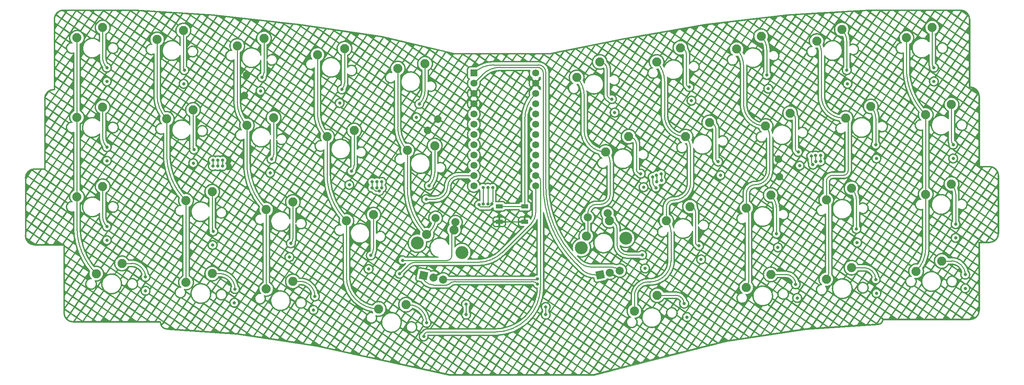
<source format=gbr>
%TF.GenerationSoftware,KiCad,Pcbnew,7.0.6*%
%TF.CreationDate,2023-09-29T23:10:54-04:00*%
%TF.ProjectId,tiddlywink,74696464-6c79-4776-996e-6b2e6b696361,rev?*%
%TF.SameCoordinates,Original*%
%TF.FileFunction,Copper,L1,Top*%
%TF.FilePolarity,Positive*%
%FSLAX46Y46*%
G04 Gerber Fmt 4.6, Leading zero omitted, Abs format (unit mm)*
G04 Created by KiCad (PCBNEW 7.0.6) date 2023-09-29 23:10:54*
%MOMM*%
%LPD*%
G01*
G04 APERTURE LIST*
G04 Aperture macros list*
%AMRotRect*
0 Rectangle, with rotation*
0 The origin of the aperture is its center*
0 $1 length*
0 $2 width*
0 $3 Rotation angle, in degrees counterclockwise*
0 Add horizontal line*
21,1,$1,$2,0,0,$3*%
G04 Aperture macros list end*
%TA.AperFunction,ComponentPad*%
%ADD10C,2.250000*%
%TD*%
%TA.AperFunction,SMDPad,CuDef*%
%ADD11R,1.700000X1.000000*%
%TD*%
%TA.AperFunction,ComponentPad*%
%ADD12RotRect,2.000000X2.000000X78.000000*%
%TD*%
%TA.AperFunction,ComponentPad*%
%ADD13C,2.000000*%
%TD*%
%TA.AperFunction,ComponentPad*%
%ADD14C,3.200000*%
%TD*%
%TA.AperFunction,ComponentPad*%
%ADD15R,1.752600X1.752600*%
%TD*%
%TA.AperFunction,ComponentPad*%
%ADD16C,1.752600*%
%TD*%
%TA.AperFunction,ComponentPad*%
%ADD17RotRect,2.000000X2.000000X102.000000*%
%TD*%
%TA.AperFunction,ComponentPad*%
%ADD18C,0.800000*%
%TD*%
%TA.AperFunction,ViaPad*%
%ADD19C,0.800000*%
%TD*%
%TA.AperFunction,Conductor*%
%ADD20C,0.250000*%
%TD*%
%TA.AperFunction,Profile*%
%ADD21C,0.100000*%
%TD*%
G04 APERTURE END LIST*
D10*
%TO.P,MX30,1,COL*%
%TO.N,c10*%
X239077704Y-63539743D03*
%TO.P,MX30,2,ROW*%
%TO.N,Net-(D30-A)*%
X245427704Y-60999743D03*
%TD*%
%TO.P,MX13,1,COL*%
%TO.N,c3*%
X71485812Y-46486640D03*
%TO.P,MX13,2,ROW*%
%TO.N,Net-(D13-A)*%
X78066528Y-44624310D03*
%TD*%
%TO.P,MX24,1,COL*%
%TO.N,c4*%
X96051522Y-70118755D03*
%TO.P,MX24,2,ROW*%
%TO.N,Net-(D24-A)*%
X102720686Y-68603386D03*
%TD*%
%TO.P,MX18,1,COL*%
%TO.N,c8*%
X199542415Y-46687834D03*
%TO.P,MX18,2,ROW*%
%TO.N,Net-(D18-A)*%
X205592127Y-43497992D03*
%TD*%
%TO.P,MX10,1,COL*%
%TO.N,c10*%
X234315200Y-24844398D03*
%TO.P,MX10,2,ROW*%
%TO.N,Net-(D10-A)*%
X240665200Y-22304398D03*
%TD*%
%TO.P,MX29,1,COL*%
%TO.N,c9*%
X214542159Y-64933250D03*
%TO.P,MX29,2,ROW*%
%TO.N,Net-(D29-A)*%
X220750523Y-62064398D03*
%TD*%
%TO.P,MX8,1,COL*%
%TO.N,c8*%
X192398659Y-27637818D03*
%TO.P,MX8,2,ROW*%
%TO.N,Net-(D8-A)*%
X198448371Y-24447976D03*
%TD*%
%TO.P,MX6,1,COL*%
%TO.N,c6*%
X152907794Y-34621742D03*
%TO.P,MX6,2,ROW*%
%TO.N,Net-(D6-A)*%
X158590936Y-30817007D03*
%TD*%
%TO.P,MX27,1,COL*%
%TO.N,c7*%
X175028777Y-70120160D03*
%TO.P,MX27,2,ROW*%
%TO.N,Net-(D27-A)*%
X180903254Y-66618073D03*
%TD*%
%TO.P,MX31,1,COL*%
%TO.N,c1*%
X34290032Y-83185072D03*
%TO.P,MX31,2,ROW*%
%TO.N,Net-(D31-A)*%
X40640032Y-80645072D03*
%TD*%
D11*
%TO.P,RST1,1,1*%
%TO.N,RST*%
X133771990Y-66560995D03*
X140071990Y-66560995D03*
%TO.P,RST1,2,2*%
%TO.N,GND*%
X133771990Y-70360995D03*
X140071990Y-70360995D03*
%TD*%
D10*
%TO.P,MX28,1,COL*%
%TO.N,c8*%
X194779911Y-66928476D03*
%TO.P,MX28,2,ROW*%
%TO.N,Net-(D28-A)*%
X200829623Y-63738634D03*
%TD*%
%TO.P,MX36,1,COL*%
%TO.N,c8*%
X194779911Y-86573805D03*
%TO.P,MX36,2,ROW*%
%TO.N,Net-(D36-A)*%
X200829623Y-83383963D03*
%TD*%
%TO.P,MX4,1,COL*%
%TO.N,c4*%
X88907766Y-29042158D03*
%TO.P,MX4,2,ROW*%
%TO.N,Net-(D4-A)*%
X95576930Y-27526789D03*
%TD*%
%TO.P,MX22,1,COL*%
%TO.N,c2*%
X56454768Y-65129763D03*
%TO.P,MX22,2,ROW*%
%TO.N,Net-(D22-A)*%
X62928999Y-62925577D03*
%TD*%
%TO.P,MX25,1,COL*%
%TO.N,c5*%
X115863953Y-73518739D03*
%TO.P,MX25,2,ROW*%
%TO.N,Net-(D25-A)*%
X122603286Y-72354483D03*
%TD*%
D12*
%TO.P,KNOB2,A,A*%
%TO.N,PM1*%
X115057893Y-83611705D03*
D13*
%TO.P,KNOB2,B,B*%
%TO.N,PM2*%
X119948631Y-84651263D03*
%TO.P,KNOB2,C,C*%
%TO.N,GND*%
X117503262Y-84131484D03*
D14*
%TO.P,KNOB2,MP*%
%TO.N,N/C*%
X113584973Y-75631072D03*
X124540227Y-77959682D03*
D13*
%TO.P,KNOB2,S1,S1*%
%TO.N,Net-(D25-A)*%
X122963351Y-70468123D03*
%TO.P,KNOB2,S2,S2*%
%TO.N,c5*%
X118072613Y-69428565D03*
%TD*%
D10*
%TO.P,MX15,1,COL*%
%TO.N,c5*%
X111101449Y-52682784D03*
%TO.P,MX15,2,ROW*%
%TO.N,Net-(D15-A)*%
X117840782Y-51518528D03*
%TD*%
%TO.P,MX17,1,COL*%
%TO.N,c7*%
X179791281Y-49284205D03*
%TO.P,MX17,2,ROW*%
%TO.N,Net-(D17-A)*%
X185665758Y-45782118D03*
%TD*%
%TO.P,MX3,1,COL*%
%TO.N,c3*%
X69104560Y-26841311D03*
%TO.P,MX3,2,ROW*%
%TO.N,Net-(D3-A)*%
X75685276Y-24978981D03*
%TD*%
%TO.P,MX34,1,COL*%
%TO.N,c4*%
X104015366Y-91918117D03*
%TO.P,MX34,2,ROW*%
%TO.N,Net-(D34-A)*%
X110773991Y-90871656D03*
%TD*%
D15*
%TO.P,PM1,1,TX0/PD3*%
%TO.N,PM2*%
X127516051Y-33552638D03*
D16*
%TO.P,PM1,2,RX1/PD2*%
%TO.N,PM1*%
X127516051Y-36092638D03*
%TO.P,PM1,3,GND*%
%TO.N,GND*%
X127516051Y-38632638D03*
%TO.P,PM1,4,GND*%
X127516051Y-41172638D03*
%TO.P,PM1,5,2/PD1*%
%TO.N,c1*%
X127516051Y-43712638D03*
%TO.P,PM1,6,3/PD0*%
%TO.N,c2*%
X127516051Y-46252638D03*
%TO.P,PM1,7,4/PD4*%
%TO.N,c3*%
X127516051Y-48792638D03*
%TO.P,PM1,8,5/PC6*%
%TO.N,c4*%
X127516051Y-51332638D03*
%TO.P,PM1,9,6/PD7*%
%TO.N,c5*%
X127516051Y-53872638D03*
%TO.P,PM1,10,7/PE6*%
%TO.N,r1*%
X127516051Y-56412638D03*
%TO.P,PM1,11,8/PB4*%
%TO.N,r2*%
X127516051Y-58952638D03*
%TO.P,PM1,12,9/PB5*%
%TO.N,RGB*%
X127516051Y-61492638D03*
%TO.P,PM1,13,10/PB6*%
%TO.N,r3*%
X142756051Y-61492638D03*
%TO.P,PM1,14,16/PB2*%
%TO.N,r4*%
X142756051Y-58952638D03*
%TO.P,PM1,15,14/PB3*%
%TO.N,unconnected-(PM1-14{slash}PB3-Pad15)*%
X142756051Y-56412638D03*
%TO.P,PM1,16,15/PB1*%
%TO.N,c6*%
X142756051Y-53872638D03*
%TO.P,PM1,17,A0/PF7*%
%TO.N,c7*%
X142756051Y-51332638D03*
%TO.P,PM1,18,A1/PF6*%
%TO.N,c8*%
X142756051Y-48792638D03*
%TO.P,PM1,19,A2/PF5*%
%TO.N,c9*%
X142756051Y-46252638D03*
%TO.P,PM1,20,A3/PF4*%
%TO.N,c10*%
X142756051Y-43712638D03*
%TO.P,PM1,21,VCC*%
%TO.N,VCC*%
X142756051Y-41172638D03*
%TO.P,PM1,22,RST*%
%TO.N,RST*%
X142756051Y-38632638D03*
%TO.P,PM1,23,GND*%
%TO.N,GND*%
X142756051Y-36092638D03*
%TO.P,PM1,24,RAW*%
%TO.N,unconnected-(PM1-RAW-Pad24)*%
X142756051Y-33552638D03*
%TD*%
D10*
%TO.P,MX38,1,COL*%
%TO.N,c10*%
X236696452Y-82589759D03*
%TO.P,MX38,2,ROW*%
%TO.N,Net-(D38-A)*%
X243046452Y-80049759D03*
%TD*%
%TO.P,MX7,1,COL*%
%TO.N,c7*%
X172647525Y-30829502D03*
%TO.P,MX7,2,ROW*%
%TO.N,Net-(D7-A)*%
X178522002Y-27327415D03*
%TD*%
%TO.P,MX32,1,COL*%
%TO.N,c2*%
X56454768Y-85370405D03*
%TO.P,MX32,2,ROW*%
%TO.N,Net-(D32-A)*%
X62928999Y-83166219D03*
%TD*%
%TO.P,MX19,1,COL*%
%TO.N,c9*%
X219304663Y-44692608D03*
%TO.P,MX19,2,ROW*%
%TO.N,Net-(D19-A)*%
X225513027Y-41823756D03*
%TD*%
%TO.P,MX9,1,COL*%
%TO.N,c9*%
X212160907Y-25642592D03*
%TO.P,MX9,2,ROW*%
%TO.N,Net-(D9-A)*%
X218369271Y-22773740D03*
%TD*%
%TO.P,MX35,1,COL*%
%TO.N,c7*%
X167166418Y-92441618D03*
%TO.P,MX35,2,ROW*%
%TO.N,Net-(D35-A)*%
X172782293Y-88538278D03*
%TD*%
%TO.P,MX20,1,COL*%
%TO.N,c10*%
X239077704Y-43894414D03*
%TO.P,MX20,2,ROW*%
%TO.N,Net-(D20-A)*%
X245427704Y-41354414D03*
%TD*%
%TO.P,MX23,1,COL*%
%TO.N,c3*%
X76248316Y-67322595D03*
%TO.P,MX23,2,ROW*%
%TO.N,Net-(D23-A)*%
X82829032Y-65460265D03*
%TD*%
%TO.P,MX33,1,COL*%
%TO.N,c3*%
X76248316Y-86967924D03*
%TO.P,MX33,2,ROW*%
%TO.N,Net-(D33-A)*%
X82829032Y-85105594D03*
%TD*%
D17*
%TO.P,KNOB1,A,A*%
%TO.N,PM1*%
X158657853Y-83460637D03*
D13*
%TO.P,KNOB1,B,B*%
%TO.N,PM2*%
X163548591Y-82421079D03*
%TO.P,KNOB1,C,C*%
%TO.N,GND*%
X161103222Y-82940858D03*
D14*
%TO.P,KNOB1,MP*%
%TO.N,N/C*%
X154066257Y-76769056D03*
X165021511Y-74440446D03*
D13*
%TO.P,KNOB1,S1,S1*%
%TO.N,Net-(D26-A)*%
X160533871Y-68237939D03*
%TO.P,KNOB1,S2,S2*%
%TO.N,c6*%
X155643133Y-69277497D03*
%TD*%
D10*
%TO.P,MX14,1,COL*%
%TO.N,c4*%
X91289018Y-49282800D03*
%TO.P,MX14,2,ROW*%
%TO.N,Net-(D14-A)*%
X97958182Y-47767431D03*
%TD*%
%TO.P,MX37,1,COL*%
%TO.N,c9*%
X214542159Y-84578579D03*
%TO.P,MX37,2,ROW*%
%TO.N,Net-(D37-A)*%
X220750523Y-81709727D03*
%TD*%
%TO.P,MX21,1,COL*%
%TO.N,c1*%
X29527528Y-64135056D03*
%TO.P,MX21,2,ROW*%
%TO.N,Net-(D21-A)*%
X35877528Y-61595056D03*
%TD*%
%TO.P,MX12,1,COL*%
%TO.N,c2*%
X51692264Y-44889121D03*
%TO.P,MX12,2,ROW*%
%TO.N,Net-(D12-A)*%
X58166495Y-42684935D03*
%TD*%
%TO.P,MX2,1,COL*%
%TO.N,c2*%
X49311012Y-25243792D03*
%TO.P,MX2,2,ROW*%
%TO.N,Net-(D2-A)*%
X55785243Y-23039606D03*
%TD*%
%TO.P,MX5,1,COL*%
%TO.N,c5*%
X108720197Y-32442142D03*
%TO.P,MX5,2,ROW*%
%TO.N,Net-(D5-A)*%
X115459530Y-31277886D03*
%TD*%
%TO.P,MX11,1,COL*%
%TO.N,c1*%
X29527528Y-44489727D03*
%TO.P,MX11,2,ROW*%
%TO.N,Net-(D11-A)*%
X35877528Y-41949727D03*
%TD*%
%TO.P,MX16,1,COL*%
%TO.N,c6*%
X160051550Y-53076445D03*
%TO.P,MX16,2,ROW*%
%TO.N,Net-(D16-A)*%
X165734692Y-49271710D03*
%TD*%
%TO.P,MX1,1,COL*%
%TO.N,c1*%
X29527528Y-24844398D03*
%TO.P,MX1,2,ROW*%
%TO.N,Net-(D1-A)*%
X35877528Y-22304398D03*
%TD*%
%TO.P,MX26,1,COL*%
%TO.N,c6*%
X155289046Y-73912400D03*
%TO.P,MX26,2,ROW*%
%TO.N,Net-(D26-A)*%
X160972188Y-70107665D03*
%TD*%
D18*
%TO.P,D17,1,K*%
%TO.N,r2*%
X188384847Y-58829118D03*
%TO.P,D17,2,A*%
%TO.N,Net-(D17-A)*%
X187852969Y-55470978D03*
%TD*%
%TO.P,D13,1,K*%
%TO.N,r2*%
X77212992Y-58245422D03*
%TO.P,D13,2,A*%
%TO.N,Net-(D13-A)*%
X77568388Y-54864048D03*
%TD*%
%TO.P,D14,1,K*%
%TO.N,r2*%
X96770080Y-61210370D03*
%TO.P,D14,2,A*%
%TO.N,Net-(D14-A)*%
X97301958Y-57852230D03*
%TD*%
%TO.P,D33,1,K*%
%TO.N,r4*%
X87928478Y-92178111D03*
%TO.P,D33,2,A*%
%TO.N,Net-(D33-A)*%
X88283874Y-88796737D03*
%TD*%
%TO.P,D3,1,K*%
%TO.N,r1*%
X74831740Y-38004780D03*
%TO.P,D3,2,A*%
%TO.N,Net-(D3-A)*%
X75187136Y-34623406D03*
%TD*%
%TO.P,D38,1,K*%
%TO.N,r4*%
X248840834Y-86829759D03*
%TO.P,D38,2,A*%
%TO.N,Net-(D38-A)*%
X248840834Y-83429759D03*
%TD*%
%TO.P,D9,1,K*%
%TO.N,r1*%
X219759468Y-36225824D03*
%TO.P,D9,2,A*%
%TO.N,Net-(D9-A)*%
X219581526Y-32830484D03*
%TD*%
%TO.P,D10,1,K*%
%TO.N,r1*%
X241101765Y-35632841D03*
%TO.P,D10,2,A*%
%TO.N,Net-(D10-A)*%
X241101765Y-32232841D03*
%TD*%
%TO.P,D31,1,K*%
%TO.N,r4*%
X46434414Y-87425072D03*
%TO.P,D31,2,A*%
%TO.N,Net-(D31-A)*%
X46434414Y-84025072D03*
%TD*%
%TO.P,D11,1,K*%
%TO.N,r2*%
X36909406Y-55278170D03*
%TO.P,D11,2,A*%
%TO.N,Net-(D11-A)*%
X36909406Y-51878170D03*
%TD*%
%TO.P,D15,1,K*%
%TO.N,r2*%
X115732585Y-64766029D03*
%TO.P,D15,2,A*%
%TO.N,Net-(D15-A)*%
X116439485Y-61440327D03*
%TD*%
%TO.P,D24,1,K*%
%TO.N,r3*%
X101532584Y-82046325D03*
%TO.P,D24,2,A*%
%TO.N,Net-(D24-A)*%
X102064462Y-78688185D03*
%TD*%
%TO.P,D37,1,K*%
%TO.N,r4*%
X226903224Y-88018055D03*
%TO.P,D37,2,A*%
%TO.N,Net-(D37-A)*%
X226725282Y-84622715D03*
%TD*%
%TO.P,D16,1,K*%
%TO.N,r2*%
X169422342Y-61789464D03*
%TO.P,D16,2,A*%
%TO.N,Net-(D16-A)*%
X168715442Y-58463762D03*
%TD*%
%TO.P,D12,1,K*%
%TO.N,r2*%
X58251703Y-55871153D03*
%TO.P,D12,2,A*%
%TO.N,Net-(D12-A)*%
X58429645Y-52475813D03*
%TD*%
%TO.P,D32,1,K*%
%TO.N,r4*%
X68372024Y-90399307D03*
%TO.P,D32,2,A*%
%TO.N,Net-(D32-A)*%
X68549966Y-87003967D03*
%TD*%
%TO.P,D18,1,K*%
%TO.N,r2*%
X207941935Y-56459483D03*
%TO.P,D18,2,A*%
%TO.N,Net-(D18-A)*%
X207586539Y-53078109D03*
%TD*%
%TO.P,D7,1,K*%
%TO.N,r1*%
X181241091Y-40374415D03*
%TO.P,D7,2,A*%
%TO.N,Net-(D7-A)*%
X180709213Y-37016275D03*
%TD*%
%TO.P,D29,1,K*%
%TO.N,r3*%
X222140720Y-75516482D03*
%TO.P,D29,2,A*%
%TO.N,Net-(D29-A)*%
X221962778Y-72121142D03*
%TD*%
%TO.P,D1,1,K*%
%TO.N,r1*%
X36909406Y-35632841D03*
%TO.P,D1,2,A*%
%TO.N,Net-(D1-A)*%
X36909406Y-32232841D03*
%TD*%
%TO.P,D20,1,K*%
%TO.N,r2*%
X245864269Y-54682857D03*
%TO.P,D20,2,A*%
%TO.N,Net-(D20-A)*%
X245864269Y-51282857D03*
%TD*%
%TO.P,D19,1,K*%
%TO.N,r2*%
X226903224Y-54680527D03*
%TO.P,D19,2,A*%
%TO.N,Net-(D19-A)*%
X226725282Y-51285187D03*
%TD*%
%TO.P,D28,1,K*%
%TO.N,r3*%
X202584118Y-76700125D03*
%TO.P,D28,2,A*%
%TO.N,Net-(D28-A)*%
X202228722Y-73318751D03*
%TD*%
%TO.P,D27,1,K*%
%TO.N,r3*%
X183622343Y-79665073D03*
%TO.P,D27,2,A*%
%TO.N,Net-(D27-A)*%
X183090465Y-76306933D03*
%TD*%
%TO.P,D8,1,K*%
%TO.N,r1*%
X200202866Y-37409467D03*
%TO.P,D8,2,A*%
%TO.N,Net-(D8-A)*%
X199847470Y-34028093D03*
%TD*%
%TO.P,D2,1,K*%
%TO.N,r1*%
X55870451Y-36225824D03*
%TO.P,D2,2,A*%
%TO.N,Net-(D2-A)*%
X56048393Y-32830484D03*
%TD*%
%TO.P,D26,1,K*%
%TO.N,r3*%
X169775792Y-81907018D03*
%TO.P,D26,2,A*%
%TO.N,Net-(D26-A)*%
X169068892Y-78581316D03*
%TD*%
%TO.P,D23,1,K*%
%TO.N,r3*%
X81975496Y-79081377D03*
%TO.P,D23,2,A*%
%TO.N,Net-(D23-A)*%
X82330892Y-75700003D03*
%TD*%
%TO.P,D6,1,K*%
%TO.N,r1*%
X162278586Y-43334761D03*
%TO.P,D6,2,A*%
%TO.N,Net-(D6-A)*%
X161571686Y-40009059D03*
%TD*%
%TO.P,D30,1,K*%
%TO.N,r3*%
X246459582Y-74328186D03*
%TO.P,D30,2,A*%
%TO.N,Net-(D30-A)*%
X246459582Y-70928186D03*
%TD*%
%TO.P,D25,1,K*%
%TO.N,r3*%
X109184142Y-83220732D03*
%TO.P,D25,2,A*%
%TO.N,Net-(D25-A)*%
X109891042Y-79895030D03*
%TD*%
%TO.P,D22,1,K*%
%TO.N,r3*%
X63014207Y-76111795D03*
%TO.P,D22,2,A*%
%TO.N,Net-(D22-A)*%
X63192149Y-72716455D03*
%TD*%
%TO.P,D36,1,K*%
%TO.N,r4*%
X207346622Y-89201698D03*
%TO.P,D36,2,A*%
%TO.N,Net-(D36-A)*%
X206991226Y-85820324D03*
%TD*%
%TO.P,D5,1,K*%
%TO.N,r1*%
X113351333Y-44525387D03*
%TO.P,D5,2,A*%
%TO.N,Net-(D5-A)*%
X114058233Y-41199685D03*
%TD*%
%TO.P,D35,1,K*%
%TO.N,r4*%
X180137976Y-93936366D03*
%TO.P,D35,2,A*%
%TO.N,Net-(D35-A)*%
X179431076Y-90610664D03*
%TD*%
%TO.P,D4,1,K*%
%TO.N,r1*%
X94388828Y-40969728D03*
%TO.P,D4,2,A*%
%TO.N,Net-(D4-A)*%
X94920706Y-37611588D03*
%TD*%
%TO.P,D34,1,K*%
%TO.N,r4*%
X115137272Y-98698870D03*
%TO.P,D34,2,A*%
%TO.N,Net-(D34-A)*%
X115844172Y-95373168D03*
%TD*%
%TO.P,D21,1,K*%
%TO.N,r3*%
X36909406Y-74923499D03*
%TO.P,D21,2,A*%
%TO.N,Net-(D21-A)*%
X36909406Y-71523499D03*
%TD*%
D19*
%TO.N,GND*%
X70866000Y-39116000D03*
X66802000Y-55118000D03*
X116078000Y-47752000D03*
X118618000Y-44958000D03*
X202692000Y-54864000D03*
X66802000Y-56642000D03*
X71374000Y-34036000D03*
X202946000Y-59182000D03*
%TO.N,VCC*%
X131968363Y-65946412D03*
X125578921Y-90740123D03*
X128795239Y-66127312D03*
X102393836Y-61934870D03*
X211221899Y-56211267D03*
X63103178Y-55146653D03*
X171664180Y-59280377D03*
X102393836Y-60485870D03*
X125611043Y-93330523D03*
X172453667Y-61933627D03*
X63103178Y-56595653D03*
X132159486Y-61912552D03*
X210839771Y-54100583D03*
X104145819Y-62761842D03*
%TO.N,RGB*%
X129778234Y-61912552D03*
X129778234Y-65946412D03*
%TO.N,Net-(RGB1-DOUT)*%
X64293804Y-56595653D03*
X64293804Y-55146653D03*
%TO.N,Net-(RGB2-DOUT)*%
X65484430Y-56595653D03*
X65484430Y-55146653D03*
%TO.N,Net-(RGB3-DOUT)*%
X103584462Y-60485870D03*
X103584462Y-61934870D03*
%TO.N,Net-(RGB4-DOUT)*%
X172610316Y-58855688D03*
X104775088Y-61934870D03*
X172660966Y-60408629D03*
X104775088Y-60485870D03*
%TO.N,Net-(RGB5-DOUT)*%
X173831396Y-60126613D03*
X173720241Y-58485022D03*
%TO.N,Net-(RGB6-DOUT)*%
X211844037Y-53968207D03*
X211928413Y-55415049D03*
%TO.N,PM1*%
X143232362Y-85725072D03*
%TO.N,Net-(RGB7-DOUT)*%
X213122054Y-53956027D03*
X213122054Y-55405027D03*
%TO.N,Net-(RGB8-DOUT)*%
X145256372Y-91425500D03*
X145256372Y-93330523D03*
%TO.N,PM2*%
X143232362Y-84534446D03*
%TO.N,Net-(RGB10-DIN)*%
X130968860Y-65946412D03*
X130968860Y-61912552D03*
%TD*%
D20*
%TO.N,Net-(D1-A)*%
X35877528Y-22304398D02*
X35877528Y-29741668D01*
X35877526Y-29741668D02*
G75*
G03*
X36909406Y-32232841I3523064J8D01*
G01*
%TO.N,Net-(D2-A)*%
X55785243Y-23039606D02*
X55785243Y-32195184D01*
X55785257Y-32195184D02*
G75*
G03*
X56048393Y-32830484I898443J-16D01*
G01*
%TO.N,Net-(D3-A)*%
X75685276Y-24978981D02*
X75685276Y-33420790D01*
X75187145Y-34623415D02*
G75*
G03*
X75685276Y-33420790I-1202645J1202615D01*
G01*
%TO.N,Net-(D4-A)*%
X95576930Y-27526789D02*
X95576930Y-36027324D01*
X94920703Y-37611585D02*
G75*
G03*
X95576930Y-36027324I-1584303J1584285D01*
G01*
%TO.N,r2*%
X115732585Y-64766029D02*
X117953971Y-64766029D01*
X123767362Y-58952638D02*
X127516051Y-58952638D01*
X123767362Y-58952600D02*
G75*
G03*
X121050000Y-61670000I38J-2717400D01*
G01*
X117953971Y-64766000D02*
G75*
G03*
X121050000Y-61670000I29J3096000D01*
G01*
%TO.N,Net-(D5-A)*%
X115459530Y-31277886D02*
X115459530Y-37816655D01*
X114058256Y-41199708D02*
G75*
G03*
X115459530Y-37816655I-3383056J3383008D01*
G01*
%TO.N,r4*%
X143956862Y-60153449D02*
X143956862Y-86429269D01*
X132754799Y-97631332D02*
X116204810Y-97631332D01*
X132754799Y-97631332D02*
G75*
G03*
X143956862Y-86429269I1J11202062D01*
G01*
X116204810Y-97631372D02*
G75*
G03*
X115137272Y-98698870I-10J-1067528D01*
G01*
X143956862Y-60153449D02*
G75*
G03*
X142756051Y-58952638I-1200762J49D01*
G01*
%TO.N,Net-(D6-A)*%
X160420000Y-32646071D02*
X160420000Y-38857373D01*
X160420041Y-38857373D02*
G75*
G03*
X161571686Y-40009059I1151659J-27D01*
G01*
X160419993Y-32646071D02*
G75*
G03*
X158590936Y-30817007I-1829093J-29D01*
G01*
%TO.N,Net-(D7-A)*%
X179950000Y-28755413D02*
X179950000Y-36257062D01*
X179949985Y-28755413D02*
G75*
G03*
X178522002Y-27327415I-1427985J13D01*
G01*
X179950025Y-36257062D02*
G75*
G03*
X180709213Y-37016275I759175J-38D01*
G01*
%TO.N,Net-(D8-A)*%
X199847470Y-27825699D02*
X199847470Y-34028093D01*
X199847485Y-27825699D02*
G75*
G03*
X198448371Y-24447976I-4776785J-1D01*
G01*
%TO.N,Net-(D9-A)*%
X219581526Y-25700382D02*
X219581526Y-32830484D01*
X219581530Y-25700382D02*
G75*
G03*
X218369271Y-22773740I-4138930J-18D01*
G01*
%TO.N,Net-(D10-A)*%
X240665200Y-22304398D02*
X240665200Y-31178880D01*
X240665207Y-31178880D02*
G75*
G03*
X241101765Y-32232841I1490493J-20D01*
G01*
%TO.N,Net-(D11-A)*%
X35877528Y-41949727D02*
X35877528Y-49386997D01*
X35877537Y-49386997D02*
G75*
G03*
X36909406Y-51878170I3523063J-3D01*
G01*
%TO.N,Net-(D12-A)*%
X58166495Y-42684935D02*
X58166495Y-51840513D01*
X58166503Y-51840513D02*
G75*
G03*
X58429646Y-52475812I898497J13D01*
G01*
%TO.N,Net-(D13-A)*%
X78066528Y-44624310D02*
X78066528Y-53661432D01*
X77568366Y-54864026D02*
G75*
G03*
X78066528Y-53661432I-1202566J1202626D01*
G01*
%TO.N,Net-(D14-A)*%
X97958182Y-47767431D02*
X97958182Y-56267966D01*
X97301974Y-57852246D02*
G75*
G03*
X97958182Y-56267966I-1584274J1584246D01*
G01*
%TO.N,c1*%
X29527528Y-64135056D02*
X29527528Y-71687371D01*
X29527528Y-24844398D02*
X29527528Y-44489727D01*
X29527528Y-44489727D02*
X29527528Y-64135056D01*
X29527530Y-71687371D02*
G75*
G03*
X34290032Y-83185072I16260210J1D01*
G01*
%TO.N,Net-(D15-A)*%
X117840782Y-51518528D02*
X117840782Y-58057297D01*
X116439498Y-61440340D02*
G75*
G03*
X117840782Y-58057297I-3383098J3383040D01*
G01*
%TO.N,Net-(D16-A)*%
X167640000Y-51177018D02*
X167640000Y-57388320D01*
X167639990Y-51177018D02*
G75*
G03*
X165734692Y-49271710I-1905290J18D01*
G01*
X167639938Y-57388320D02*
G75*
G03*
X168715442Y-58463762I1075462J20D01*
G01*
%TO.N,Net-(D17-A)*%
X187240000Y-47356360D02*
X187240000Y-54858009D01*
X187240082Y-47356360D02*
G75*
G03*
X185665758Y-45782118I-1574282J-40D01*
G01*
X187240022Y-54858009D02*
G75*
G03*
X187852969Y-55470978I612978J9D01*
G01*
%TO.N,Net-(D18-A)*%
X206890000Y-44795865D02*
X206890000Y-52381570D01*
X206890008Y-44795865D02*
G75*
G03*
X205592127Y-43497992I-1297908J-35D01*
G01*
X206889991Y-52381570D02*
G75*
G03*
X207586539Y-53078109I696509J-30D01*
G01*
%TO.N,Net-(D19-A)*%
X226725282Y-44750398D02*
X226725282Y-51285187D01*
X226725287Y-44750398D02*
G75*
G03*
X225513027Y-41823756I-4138887J-2D01*
G01*
%TO.N,Net-(D20-A)*%
X245427704Y-41354414D02*
X245427704Y-50228896D01*
X245427699Y-50228896D02*
G75*
G03*
X245864270Y-51282856I1490501J-4D01*
G01*
%TO.N,Net-(D21-A)*%
X35877528Y-61595056D02*
X35877528Y-69032326D01*
X35877517Y-69032326D02*
G75*
G03*
X36909407Y-71523498I3523083J26D01*
G01*
%TO.N,Net-(D22-A)*%
X62928999Y-62925577D02*
X62928999Y-72081155D01*
X62929046Y-72081155D02*
G75*
G03*
X63192149Y-72716455I898454J-45D01*
G01*
%TO.N,c2*%
X51692264Y-44889121D02*
X51692264Y-53632062D01*
X56454768Y-65129763D02*
X56454768Y-85370405D01*
X49311012Y-25243792D02*
X49311012Y-39140271D01*
X49311011Y-39140271D02*
G75*
G03*
X51692264Y-44889121I8130099J1D01*
G01*
X51692264Y-53632062D02*
G75*
G03*
X56454769Y-65129762I16260206J2D01*
G01*
%TO.N,Net-(D23-A)*%
X82829032Y-65460265D02*
X82829032Y-74497387D01*
X82330894Y-75700005D02*
G75*
G03*
X82829032Y-74497387I-1202594J1202605D01*
G01*
%TO.N,Net-(D24-A)*%
X102720686Y-68603386D02*
X102720686Y-77103921D01*
X102064451Y-78688174D02*
G75*
G03*
X102720686Y-77103921I-1584251J1584274D01*
G01*
%TO.N,Net-(D25-A)*%
X122963351Y-70468123D02*
X122963351Y-71994418D01*
X122039165Y-78813655D02*
X122039165Y-72918604D01*
X109891042Y-79895030D02*
X120957790Y-79895030D01*
X122603286Y-72354451D02*
G75*
G03*
X122963351Y-71994418I14J360051D01*
G01*
X122603286Y-72354465D02*
G75*
G03*
X122039165Y-72918604I14J-564135D01*
G01*
X120957790Y-79895065D02*
G75*
G03*
X122039165Y-78813655I10J1081365D01*
G01*
%TO.N,Net-(D26-A)*%
X160533871Y-68237939D02*
X160533871Y-69669348D01*
X162840000Y-71975477D02*
X162840000Y-75924302D01*
X165497014Y-78581316D02*
X169068892Y-78581316D01*
X160533871Y-69669348D02*
X160972188Y-70107665D01*
X162839984Y-75924302D02*
G75*
G03*
X165497014Y-78581316I2657016J2D01*
G01*
X162840035Y-71975477D02*
G75*
G03*
X160972188Y-70107665I-1867835J-23D01*
G01*
%TO.N,Net-(D27-A)*%
X182230000Y-67944819D02*
X182230000Y-75446468D01*
X182230027Y-67944819D02*
G75*
G03*
X180903254Y-66618073I-1326727J19D01*
G01*
X182230067Y-75446468D02*
G75*
G03*
X183090465Y-76306933I860433J-32D01*
G01*
%TO.N,Net-(D28-A)*%
X202228722Y-67116357D02*
X202228722Y-73318751D01*
X202228752Y-67116357D02*
G75*
G03*
X200829623Y-63738634I-4776852J-43D01*
G01*
%TO.N,Net-(D29-A)*%
X221962778Y-64991040D02*
X221962778Y-72121142D01*
X221962755Y-64991040D02*
G75*
G03*
X220750523Y-62064398I-4138855J40D01*
G01*
%TO.N,Net-(D30-A)*%
X246459582Y-63490916D02*
X246459582Y-70928186D01*
X246459561Y-63490916D02*
G75*
G03*
X245427704Y-60999743I-3523061J16D01*
G01*
%TO.N,c3*%
X69104560Y-26841311D02*
X69104560Y-40737790D01*
X71485812Y-46486640D02*
X71485812Y-55824894D01*
X76248316Y-67322595D02*
X76248316Y-86967924D01*
X71485812Y-55824894D02*
G75*
G03*
X76248316Y-67322595I16260188J-6D01*
G01*
X69104579Y-40737790D02*
G75*
G03*
X71485812Y-46486640I8130121J-10D01*
G01*
%TO.N,c4*%
X88907766Y-29042158D02*
X88907766Y-43533950D01*
X91289018Y-49282800D02*
X91289018Y-58621054D01*
X96051522Y-70118755D02*
X96051522Y-83954273D01*
X88907767Y-43533950D02*
G75*
G03*
X91289018Y-49282800I8130103J0D01*
G01*
X91289018Y-58621054D02*
G75*
G03*
X96051522Y-70118755I16260212J4D01*
G01*
X96051523Y-83954273D02*
G75*
G03*
X104015366Y-91918117I7963847J3D01*
G01*
%TO.N,c5*%
X108720197Y-32442142D02*
X108720197Y-46933934D01*
X111101449Y-52682784D02*
X111101449Y-62021038D01*
X116742182Y-72640511D02*
X115863953Y-73518739D01*
X108720174Y-46933934D02*
G75*
G03*
X111101449Y-52682784I8130126J34D01*
G01*
X111101453Y-62021038D02*
G75*
G03*
X115863953Y-73518739I16260207J-2D01*
G01*
X116742207Y-72640536D02*
G75*
G03*
X118072613Y-69428565I-3212007J3211936D01*
G01*
%TO.N,c6*%
X158780000Y-66050000D02*
X157790000Y-66050000D01*
X154750000Y-39069220D02*
X154750000Y-47774895D01*
X155643133Y-69277497D02*
X155643133Y-73558313D01*
X161160000Y-55752480D02*
X161160000Y-63670000D01*
X155643133Y-68196867D02*
X155643133Y-69277497D01*
X157790000Y-66050033D02*
G75*
G03*
X155643133Y-68196867I0J-2146867D01*
G01*
X158780000Y-66050000D02*
G75*
G03*
X161160000Y-63670000I0J2380000D01*
G01*
X161160009Y-55752480D02*
G75*
G03*
X160051549Y-53076446I-3784509J-20D01*
G01*
X155289046Y-73912433D02*
G75*
G03*
X155643133Y-73558313I-46J354133D01*
G01*
X154749980Y-39069220D02*
G75*
G03*
X152907793Y-34621743I-6289680J20D01*
G01*
X154749955Y-47774895D02*
G75*
G03*
X160051550Y-53076445I5301545J-5D01*
G01*
%TO.N,c7*%
X167166418Y-88683582D02*
X167166418Y-92441618D01*
X175028777Y-70120160D02*
X175028777Y-66821223D01*
X174590000Y-35519051D02*
X174590000Y-44082924D01*
X176180000Y-72899458D02*
X176180000Y-80010000D01*
X181000000Y-60850000D02*
X181000000Y-52202310D01*
X170960000Y-85230000D02*
X170620000Y-85230000D01*
X170620000Y-85230018D02*
G75*
G03*
X167166418Y-88683582I0J-3453582D01*
G01*
X174590041Y-35519051D02*
G75*
G03*
X172647525Y-30829502I-6632041J-49D01*
G01*
X174589995Y-44082924D02*
G75*
G03*
X179791281Y-49284205I5201305J24D01*
G01*
X170960000Y-85230000D02*
G75*
G03*
X176180000Y-80010000I0J5220000D01*
G01*
X176880000Y-64970000D02*
G75*
G03*
X181000000Y-60850000I0J4120000D01*
G01*
X176880000Y-64969977D02*
G75*
G03*
X175028777Y-66821223I0J-1851223D01*
G01*
X176180035Y-72899458D02*
G75*
G03*
X175028776Y-70120161I-3930535J-42D01*
G01*
X180999999Y-52202310D02*
G75*
G03*
X179791281Y-49284205I-4126799J10D01*
G01*
%TO.N,c8*%
X194779911Y-66928476D02*
X194779911Y-63410089D01*
X195320000Y-85269915D02*
X195320000Y-68232366D01*
X200530000Y-57660000D02*
X200530000Y-49072075D01*
X194100000Y-31745218D02*
X194100000Y-41245419D01*
X197020000Y-61170011D02*
G75*
G03*
X194779911Y-63410089I0J-2240089D01*
G01*
X194099966Y-41245419D02*
G75*
G03*
X199542415Y-46687834I5442434J19D01*
G01*
X194779908Y-86573802D02*
G75*
G03*
X195320000Y-85269915I-1303908J1303902D01*
G01*
X195320017Y-68232366D02*
G75*
G03*
X194779910Y-66928477I-1844017J-34D01*
G01*
X194099999Y-31745218D02*
G75*
G03*
X192398659Y-27637818I-5808699J18D01*
G01*
X197020000Y-61170000D02*
G75*
G03*
X200530000Y-57660000I0J3510000D01*
G01*
X200530025Y-49072075D02*
G75*
G03*
X199542415Y-46687834I-3371825J-25D01*
G01*
%TO.N,c9*%
X216160000Y-58840000D02*
X218800000Y-58840000D01*
X219910000Y-57730000D02*
X219910000Y-45297945D01*
X214542159Y-64933250D02*
X214542159Y-60457841D01*
X215100000Y-66279997D02*
X215100000Y-83231832D01*
X218702608Y-44692608D02*
X219304663Y-44692608D01*
X213340000Y-28489174D02*
X213340000Y-39330000D01*
X213339992Y-39330000D02*
G75*
G03*
X218702608Y-44692608I5362608J0D01*
G01*
X215099998Y-66279997D02*
G75*
G03*
X214542159Y-64933250I-1904598J-3D01*
G01*
X219909992Y-45297945D02*
G75*
G03*
X219304663Y-44692608I-605292J45D01*
G01*
X213340010Y-28489174D02*
G75*
G03*
X212160906Y-25642593I-4025710J-26D01*
G01*
X218800000Y-58840000D02*
G75*
G03*
X219910000Y-57730000I0J1110000D01*
G01*
X216160000Y-58839959D02*
G75*
G03*
X214542159Y-60457841I0J-1617841D01*
G01*
X214542146Y-84578566D02*
G75*
G03*
X215100000Y-83231832I-1346746J1346766D01*
G01*
%TO.N,c10*%
X234315200Y-24844398D02*
X234315200Y-32396713D01*
X239077704Y-43894414D02*
X239077704Y-63539743D01*
X239077704Y-63539743D02*
X239077704Y-76840909D01*
X236696448Y-82589755D02*
G75*
G03*
X239077704Y-76840909I-5748848J5748855D01*
G01*
X234315190Y-32396713D02*
G75*
G03*
X239077704Y-43894414I16260210J13D01*
G01*
%TO.N,r3*%
X141637127Y-70794880D02*
X134493371Y-77938636D01*
X109184142Y-83220732D02*
X111279705Y-81125169D01*
X142756051Y-61492638D02*
X142756051Y-68093559D01*
X113109470Y-80367255D02*
X128630167Y-80367255D01*
X141637149Y-70794902D02*
G75*
G03*
X142756051Y-68093559I-2701349J2701302D01*
G01*
X128630167Y-80367221D02*
G75*
G03*
X134493370Y-77938635I33J8291821D01*
G01*
X113109470Y-80367225D02*
G75*
G03*
X111279705Y-81125169I30J-2587675D01*
G01*
X142840062Y-61576587D02*
G75*
G03*
X142756051Y-61492638I-83962J-13D01*
G01*
%TO.N,Net-(D31-A)*%
X40640032Y-80645072D02*
X43054414Y-80645072D01*
X46434428Y-84025072D02*
G75*
G03*
X43054414Y-80645072I-3380028J-28D01*
G01*
%TO.N,Net-(D32-A)*%
X64712218Y-83166219D02*
X62928999Y-83166219D01*
X68549981Y-87003967D02*
G75*
G03*
X64712218Y-83166219I-3837781J-33D01*
G01*
%TO.N,Net-(D33-A)*%
X82829032Y-85105594D02*
X84592731Y-85105594D01*
X88283806Y-88796737D02*
G75*
G03*
X84592731Y-85105594I-3691106J37D01*
G01*
%TO.N,Net-(D34-A)*%
X110773991Y-90871656D02*
X111342660Y-90871656D01*
X115844244Y-95373168D02*
G75*
G03*
X111342660Y-90871656I-4501544J-32D01*
G01*
%TO.N,Net-(D35-A)*%
X172782293Y-88538278D02*
X177358690Y-88538278D01*
X179431122Y-90610664D02*
G75*
G03*
X177358690Y-88538278I-2072422J-36D01*
G01*
%TO.N,Net-(D36-A)*%
X200829623Y-83383963D02*
X204554865Y-83383963D01*
X206991237Y-85820324D02*
G75*
G03*
X204554865Y-83383963I-2436337J24D01*
G01*
%TO.N,Net-(D37-A)*%
X220750523Y-81709727D02*
X223812294Y-81709727D01*
X226725273Y-84622715D02*
G75*
G03*
X223812294Y-81709727I-2912973J15D01*
G01*
%TO.N,Net-(D38-A)*%
X243046452Y-80049759D02*
X245460834Y-80049759D01*
X248840841Y-83429759D02*
G75*
G03*
X245460834Y-80049759I-3380041J-41D01*
G01*
%TO.N,GND*%
X133771990Y-70360995D02*
X140071990Y-70360995D01*
%TO.N,VCC*%
X131968363Y-65946412D02*
X131968363Y-65971523D01*
X104145819Y-62761842D02*
X103220808Y-62761842D01*
X172164587Y-61644548D02*
X172453667Y-61933627D01*
X131268963Y-66670923D02*
X129178788Y-66670923D01*
X63103178Y-56595653D02*
X63103178Y-55146653D01*
X128702449Y-66127312D02*
X128795239Y-66127312D01*
X210839771Y-55288729D02*
X210839771Y-54100583D01*
X171664180Y-59280377D02*
X171664180Y-60436457D01*
X131968363Y-65971523D02*
X131268963Y-66670923D01*
X125611043Y-93330523D02*
X125611043Y-90817672D01*
X132159486Y-61912552D02*
X132159486Y-65485001D01*
X102393836Y-61934870D02*
X102393836Y-60485870D01*
X129178788Y-66670923D02*
X128587608Y-66079743D01*
X103220808Y-62761842D02*
X102393836Y-61934870D01*
X131968373Y-65946422D02*
G75*
G03*
X132159486Y-65485001I-461473J461422D01*
G01*
X125611070Y-90817672D02*
G75*
G03*
X125578920Y-90740124I-109670J-28D01*
G01*
X171664217Y-60436457D02*
G75*
G03*
X172164588Y-61644547I1708483J-43D01*
G01*
X128587583Y-66079768D02*
G75*
G03*
X128702449Y-66127312I114817J114868D01*
G01*
X210839740Y-55288729D02*
G75*
G03*
X211221899Y-56211267I1304660J29D01*
G01*
%TO.N,RST*%
X140071990Y-66560995D02*
X133771990Y-66560995D01*
X140071990Y-66560995D02*
X140071990Y-45112534D01*
X142756023Y-38632610D02*
G75*
G03*
X140071990Y-45112534I6479977J-6479890D01*
G01*
%TO.N,RGB*%
X129778234Y-65490529D02*
X129778234Y-65946412D01*
X129778234Y-61912552D02*
X129778234Y-65490529D01*
%TO.N,Net-(RGB1-DOUT)*%
X64293804Y-55146653D02*
X64293804Y-56595653D01*
%TO.N,Net-(RGB2-DOUT)*%
X65484430Y-55146653D02*
X65484430Y-56595653D01*
%TO.N,Net-(RGB3-DOUT)*%
X103584462Y-60485870D02*
X103584462Y-61934870D01*
%TO.N,Net-(RGB4-DOUT)*%
X172660966Y-60408629D02*
X172660966Y-58977967D01*
X104775088Y-60485870D02*
X104775088Y-61934870D01*
X172660978Y-58977967D02*
G75*
G03*
X172610316Y-58855688I-172978J-33D01*
G01*
%TO.N,Net-(RGB5-DOUT)*%
X173831396Y-58753373D02*
X173831396Y-60126613D01*
X173831417Y-58753373D02*
G75*
G03*
X173720241Y-58485022I-379517J-27D01*
G01*
%TO.N,Net-(RGB6-DOUT)*%
X211844037Y-55211348D02*
X211844037Y-53968207D01*
X211844070Y-55211348D02*
G75*
G03*
X211928413Y-55415049I288030J-52D01*
G01*
%TO.N,PM1*%
X115490722Y-85129759D02*
X115494837Y-85133874D01*
X133945425Y-32146902D02*
X143223847Y-32146902D01*
X157342513Y-83460637D02*
X158657853Y-83460637D01*
X115057893Y-83611705D02*
X115057893Y-84084818D01*
X141795150Y-85129759D02*
X122881064Y-85129759D01*
X129705589Y-33903099D02*
X127516051Y-36092638D01*
X152659106Y-80626234D02*
X154186067Y-82153194D01*
X144661059Y-33584114D02*
X144661059Y-61317239D01*
X120838604Y-85975774D02*
X117527363Y-85975774D01*
X115057892Y-84084818D02*
G75*
G03*
X115490722Y-85129759I1477808J18D01*
G01*
X122881064Y-85129739D02*
G75*
G03*
X121443852Y-85725072I36J-2032561D01*
G01*
X115494845Y-85133866D02*
G75*
G03*
X117527363Y-85975774I2032555J2032566D01*
G01*
X144661062Y-61317239D02*
G75*
G03*
X152659106Y-80626234I27307048J-1D01*
G01*
X120838604Y-85975769D02*
G75*
G03*
X121443851Y-85725071I-4J855969D01*
G01*
X133945425Y-32146909D02*
G75*
G03*
X129705589Y-33903099I-25J-5995991D01*
G01*
X144660998Y-33584114D02*
G75*
G03*
X143223847Y-32146902I-1437198J14D01*
G01*
X143232341Y-85725093D02*
G75*
G03*
X141795150Y-85129759I-1437241J-1437207D01*
G01*
X154186071Y-82153190D02*
G75*
G03*
X157342513Y-83460637I3156429J3156390D01*
G01*
%TO.N,Net-(RGB7-DOUT)*%
X213122054Y-53956027D02*
X213122054Y-55405027D01*
%TO.N,Net-(RGB8-DOUT)*%
X145256372Y-93330523D02*
X145256372Y-91425500D01*
%TO.N,PM2*%
X132347010Y-31551589D02*
X143470433Y-31551589D01*
X145256372Y-33337528D02*
X145256372Y-60126613D01*
X145256372Y-60126613D02*
X145256372Y-61088177D01*
X156567319Y-81557881D02*
X161464647Y-81557881D01*
X152995441Y-79771942D02*
X153518530Y-80295031D01*
X119948631Y-84651263D02*
X142950341Y-84651263D01*
X142950341Y-84651284D02*
G75*
G03*
X143232362Y-84534446I-41J398884D01*
G01*
X132347010Y-31551598D02*
G75*
G03*
X127516052Y-33552639I-10J-6832002D01*
G01*
X145256311Y-33337528D02*
G75*
G03*
X143470433Y-31551589I-1785911J28D01*
G01*
X153518512Y-80295049D02*
G75*
G03*
X156567319Y-81557881I3048788J3048849D01*
G01*
X163548563Y-82421107D02*
G75*
G03*
X161464647Y-81557881I-2083963J-2083893D01*
G01*
X145256369Y-61088177D02*
G75*
G03*
X152995441Y-79771942I26422841J7D01*
G01*
%TO.N,Net-(RGB10-DIN)*%
X130968860Y-61912552D02*
X130968860Y-65946412D01*
%TD*%
%TA.AperFunction,Conductor*%
%TO.N,GND*%
G36*
X141457884Y-32800404D02*
G01*
X141504377Y-32854060D01*
X141514481Y-32924334D01*
X141505150Y-32957016D01*
X141441795Y-33101449D01*
X141441792Y-33101456D01*
X141385458Y-33323918D01*
X141385457Y-33323924D01*
X141385457Y-33323926D01*
X141366505Y-33552638D01*
X141385205Y-33778311D01*
X141385458Y-33781357D01*
X141441792Y-34003819D01*
X141441795Y-34003826D01*
X141533981Y-34213988D01*
X141659503Y-34406115D01*
X141814930Y-34574954D01*
X141814935Y-34574958D01*
X141814937Y-34574960D01*
X141966380Y-34692833D01*
X141996041Y-34715919D01*
X141998382Y-34717448D01*
X141999126Y-34718320D01*
X142000154Y-34719120D01*
X141999989Y-34719331D01*
X142044475Y-34771448D01*
X142054057Y-34841795D01*
X142024085Y-34906155D01*
X141998401Y-34928414D01*
X141996322Y-34929772D01*
X141971620Y-34948996D01*
X141971620Y-34948998D01*
X142591390Y-35568768D01*
X142469639Y-35621653D01*
X142353189Y-35716392D01*
X142266618Y-35839035D01*
X142234267Y-35930062D01*
X141613971Y-35309767D01*
X141534420Y-35431532D01*
X141534418Y-35431535D01*
X141442270Y-35641612D01*
X141442267Y-35641619D01*
X141385953Y-35864001D01*
X141367007Y-36092637D01*
X141385953Y-36321274D01*
X141442267Y-36543656D01*
X141442270Y-36543663D01*
X141534421Y-36753746D01*
X141613970Y-36875505D01*
X142232446Y-36257030D01*
X142236645Y-36277235D01*
X142305709Y-36410524D01*
X142408174Y-36520236D01*
X142536439Y-36598236D01*
X142593636Y-36614262D01*
X141971620Y-37236278D01*
X141996309Y-37255494D01*
X141998386Y-37256851D01*
X141999046Y-37257624D01*
X142000428Y-37258700D01*
X142000206Y-37258984D01*
X142044477Y-37310852D01*
X142054056Y-37381200D01*
X142024082Y-37445559D01*
X141998393Y-37467820D01*
X141996045Y-37469353D01*
X141814930Y-37610321D01*
X141659503Y-37779160D01*
X141533981Y-37971287D01*
X141441795Y-38181449D01*
X141441792Y-38181456D01*
X141385458Y-38403918D01*
X141385457Y-38403924D01*
X141385457Y-38403926D01*
X141374716Y-38533550D01*
X141368065Y-38613818D01*
X141366505Y-38632638D01*
X141385390Y-38860544D01*
X141385458Y-38861357D01*
X141443073Y-39088875D01*
X141441550Y-39089260D01*
X141444425Y-39153112D01*
X141421242Y-39200792D01*
X141363132Y-39274966D01*
X141343652Y-39299832D01*
X141340948Y-39303283D01*
X141340947Y-39303284D01*
X141004602Y-39790568D01*
X141004603Y-39790568D01*
X141004600Y-39790572D01*
X140698289Y-40297280D01*
X140679930Y-40332261D01*
X140423125Y-40821568D01*
X140210442Y-41294140D01*
X140180130Y-41361491D01*
X139970172Y-41915112D01*
X139970170Y-41915118D01*
X139798525Y-42465957D01*
X139794024Y-42480400D01*
X139731079Y-42735783D01*
X139652328Y-43055297D01*
X139612005Y-43275340D01*
X139545603Y-43637691D01*
X139474236Y-44225471D01*
X139439329Y-44802594D01*
X139438489Y-44816489D01*
X139438490Y-45032504D01*
X139438490Y-65426495D01*
X139418488Y-65494616D01*
X139364832Y-65541109D01*
X139312490Y-65552495D01*
X139173340Y-65552495D01*
X139112793Y-65559004D01*
X139112785Y-65559006D01*
X138975787Y-65610105D01*
X138975782Y-65610107D01*
X138858728Y-65697733D01*
X138771102Y-65814787D01*
X138771101Y-65814790D01*
X138759636Y-65845529D01*
X138717089Y-65902364D01*
X138650568Y-65927174D01*
X138641581Y-65927495D01*
X135202399Y-65927495D01*
X135134278Y-65907493D01*
X135087785Y-65853837D01*
X135084344Y-65845529D01*
X135080806Y-65836045D01*
X135072879Y-65814791D01*
X135072877Y-65814789D01*
X135072877Y-65814787D01*
X134985251Y-65697733D01*
X134868197Y-65610107D01*
X134868192Y-65610105D01*
X134731194Y-65559006D01*
X134731186Y-65559004D01*
X134670639Y-65552495D01*
X134670628Y-65552495D01*
X132918986Y-65552495D01*
X132850865Y-65532493D01*
X132804372Y-65478837D01*
X132792986Y-65426495D01*
X132792986Y-65408079D01*
X132792986Y-64012485D01*
X132792986Y-63732670D01*
X133140985Y-63732670D01*
X133140986Y-65204495D01*
X133467575Y-65204495D01*
X133887338Y-65204495D01*
X134676978Y-65204495D01*
X134682914Y-65204654D01*
X134695598Y-65205333D01*
X134701530Y-65205812D01*
X134781168Y-65214373D01*
X134785070Y-65214917D01*
X134794866Y-65216594D01*
X134798723Y-65217380D01*
X134823732Y-65223290D01*
X134827529Y-65224314D01*
X134837034Y-65227197D01*
X134840766Y-65228457D01*
X135003567Y-65289180D01*
X135007716Y-65290899D01*
X135018044Y-65295614D01*
X135022073Y-65297630D01*
X135047862Y-65311711D01*
X135051731Y-65314007D01*
X135061286Y-65320147D01*
X135064982Y-65322713D01*
X135205559Y-65427948D01*
X135209061Y-65430770D01*
X135217643Y-65438206D01*
X135220936Y-65441272D01*
X135241713Y-65462049D01*
X135244779Y-65465342D01*
X135252215Y-65473924D01*
X135255037Y-65477426D01*
X135331445Y-65579495D01*
X135446137Y-65579495D01*
X135581495Y-65378816D01*
X135442274Y-65284910D01*
X136064600Y-65284910D01*
X136501339Y-65579495D01*
X137677641Y-65579495D01*
X138149722Y-64879604D01*
X136904508Y-64039696D01*
X136064600Y-65284910D01*
X135442274Y-65284910D01*
X134336281Y-64538909D01*
X133887338Y-65204495D01*
X133467575Y-65204495D01*
X134047776Y-64344310D01*
X133908554Y-64250403D01*
X134530881Y-64250403D01*
X135776095Y-65090311D01*
X136616002Y-63845097D01*
X136476781Y-63751191D01*
X137099107Y-63751191D01*
X138344321Y-64591098D01*
X139090490Y-63484858D01*
X139090490Y-63282655D01*
X137939015Y-62505977D01*
X137099107Y-63751191D01*
X136476781Y-63751191D01*
X135370788Y-63005190D01*
X134530881Y-64250403D01*
X133908554Y-64250403D01*
X133140985Y-63732670D01*
X132792986Y-63732670D01*
X132792985Y-63312907D01*
X133140985Y-63312907D01*
X134242375Y-64055804D01*
X135082283Y-62810590D01*
X134943062Y-62716684D01*
X135565388Y-62716684D01*
X136810602Y-63556591D01*
X137650509Y-62311377D01*
X137511288Y-62217471D01*
X138133614Y-62217471D01*
X139090490Y-62862892D01*
X139090490Y-61051152D01*
X138973522Y-60972257D01*
X138133614Y-62217471D01*
X137511288Y-62217471D01*
X136405295Y-61471470D01*
X135565388Y-62716684D01*
X134943062Y-62716684D01*
X133837069Y-61970683D01*
X133140985Y-63002669D01*
X133140985Y-63312907D01*
X132792985Y-63312907D01*
X132792985Y-62615076D01*
X132812987Y-62546956D01*
X132825349Y-62530766D01*
X132898526Y-62449496D01*
X132994013Y-62284108D01*
X133053028Y-62102480D01*
X133072990Y-61912552D01*
X133053028Y-61722624D01*
X133039886Y-61682177D01*
X134031668Y-61682177D01*
X135276882Y-62522084D01*
X136116790Y-61276870D01*
X135977569Y-61182964D01*
X136599895Y-61182964D01*
X137845109Y-62022872D01*
X138685016Y-60777658D01*
X137439802Y-59937751D01*
X136599895Y-61182964D01*
X135977569Y-61182964D01*
X134871576Y-60436963D01*
X134031668Y-61682177D01*
X133039886Y-61682177D01*
X132994013Y-61540996D01*
X132898526Y-61375608D01*
X132898524Y-61375606D01*
X132898520Y-61375600D01*
X132770741Y-61233687D01*
X132616238Y-61121434D01*
X132441774Y-61043758D01*
X132254973Y-61004052D01*
X132063999Y-61004052D01*
X131877197Y-61043758D01*
X131702733Y-61121434D01*
X131638233Y-61168296D01*
X131571365Y-61192154D01*
X131502214Y-61176072D01*
X131490113Y-61168296D01*
X131425612Y-61121434D01*
X131425613Y-61121434D01*
X131251148Y-61043758D01*
X131064347Y-61004052D01*
X130873373Y-61004052D01*
X130686571Y-61043758D01*
X130512107Y-61121434D01*
X130447607Y-61168296D01*
X130380739Y-61192154D01*
X130311588Y-61176072D01*
X130299487Y-61168296D01*
X130234986Y-61121434D01*
X130234987Y-61121434D01*
X130060522Y-61043758D01*
X129873721Y-61004052D01*
X129682747Y-61004052D01*
X129495945Y-61043758D01*
X129321481Y-61121434D01*
X129166980Y-61233686D01*
X129100068Y-61307999D01*
X129039621Y-61345238D01*
X128968638Y-61343886D01*
X128909653Y-61304372D01*
X128884288Y-61254621D01*
X128830308Y-61041453D01*
X128829347Y-61039263D01*
X128738120Y-60831287D01*
X128612598Y-60639160D01*
X128457171Y-60470321D01*
X128453572Y-60467520D01*
X128276061Y-60329357D01*
X128276059Y-60329356D01*
X128274176Y-60328126D01*
X128273576Y-60327423D01*
X128271948Y-60326156D01*
X128272208Y-60325821D01*
X128228084Y-60274125D01*
X128221072Y-60222638D01*
X128701786Y-60222638D01*
X128706552Y-60227402D01*
X128875264Y-60410674D01*
X128881195Y-60417676D01*
X128893239Y-60433149D01*
X128898573Y-60440620D01*
X128911121Y-60459828D01*
X129324947Y-60738956D01*
X129345439Y-60729833D01*
X130211026Y-60729833D01*
X130373547Y-60802192D01*
X130554863Y-60721465D01*
X130557909Y-60720203D01*
X130565684Y-60717218D01*
X130568796Y-60716116D01*
X130589277Y-60709462D01*
X130592440Y-60708525D01*
X130600482Y-60706371D01*
X130603687Y-60705601D01*
X130811550Y-60661418D01*
X130814792Y-60660817D01*
X130823021Y-60659513D01*
X130826297Y-60659082D01*
X130847713Y-60656832D01*
X130850999Y-60656574D01*
X130859310Y-60656138D01*
X130862608Y-60656052D01*
X131075112Y-60656052D01*
X131078410Y-60656138D01*
X131086721Y-60656574D01*
X131090007Y-60656832D01*
X131111423Y-60659082D01*
X131114699Y-60659513D01*
X131122928Y-60660817D01*
X131126170Y-60661418D01*
X131334033Y-60705601D01*
X131337238Y-60706371D01*
X131345280Y-60708525D01*
X131348443Y-60709462D01*
X131368924Y-60716116D01*
X131372036Y-60717218D01*
X131379811Y-60720203D01*
X131382857Y-60721465D01*
X131564173Y-60802192D01*
X131745489Y-60721465D01*
X131748535Y-60720203D01*
X131756310Y-60717218D01*
X131759422Y-60716116D01*
X131779903Y-60709462D01*
X131783066Y-60708525D01*
X131791108Y-60706371D01*
X131794313Y-60705601D01*
X131921445Y-60678577D01*
X131875623Y-60647670D01*
X132497949Y-60647670D01*
X132673122Y-60765826D01*
X132767620Y-60807900D01*
X132770601Y-60809322D01*
X132778021Y-60813103D01*
X132780918Y-60814676D01*
X132799566Y-60825443D01*
X132802378Y-60827166D01*
X132809360Y-60831701D01*
X132812078Y-60833569D01*
X132983998Y-60958476D01*
X132986615Y-60960484D01*
X132993085Y-60965723D01*
X132995593Y-60967865D01*
X133011595Y-60982273D01*
X133013989Y-60984545D01*
X133019878Y-60990434D01*
X133022149Y-60992827D01*
X133041458Y-61014271D01*
X133743163Y-61487578D01*
X134583070Y-60242364D01*
X134443849Y-60148458D01*
X135066175Y-60148458D01*
X136311389Y-60988365D01*
X137151296Y-59743151D01*
X137012075Y-59649245D01*
X137634402Y-59649245D01*
X138879616Y-60489152D01*
X139090490Y-60176519D01*
X139090490Y-58819649D01*
X138474309Y-58404031D01*
X137634402Y-59649245D01*
X137012075Y-59649245D01*
X135906083Y-58903244D01*
X135066175Y-60148458D01*
X134443849Y-60148458D01*
X133337856Y-59402456D01*
X132497949Y-60647670D01*
X131875623Y-60647670D01*
X130769630Y-59901669D01*
X130211026Y-60729833D01*
X129345439Y-60729833D01*
X129364238Y-60721464D01*
X129367284Y-60720203D01*
X129375058Y-60717218D01*
X129378170Y-60716116D01*
X129398651Y-60709462D01*
X129401814Y-60708525D01*
X129409856Y-60706371D01*
X129413061Y-60705601D01*
X129620924Y-60661418D01*
X129624166Y-60660817D01*
X129632395Y-60659513D01*
X129635671Y-60659082D01*
X129657087Y-60656832D01*
X129660373Y-60656574D01*
X129668684Y-60656138D01*
X129671982Y-60656052D01*
X129841028Y-60656052D01*
X130481124Y-59707069D01*
X130341903Y-59613163D01*
X130964229Y-59613163D01*
X132209443Y-60453071D01*
X133049351Y-59207857D01*
X132910130Y-59113951D01*
X133532456Y-59113951D01*
X134777670Y-59953858D01*
X135617577Y-58708644D01*
X135478356Y-58614738D01*
X136100682Y-58614738D01*
X137345896Y-59454645D01*
X138185803Y-58209431D01*
X136940589Y-57369524D01*
X136100682Y-58614738D01*
X135478356Y-58614738D01*
X134372363Y-57868737D01*
X133532456Y-59113951D01*
X132910130Y-59113951D01*
X131804137Y-58367949D01*
X130964229Y-59613163D01*
X130341903Y-59613163D01*
X129248405Y-58875589D01*
X129253218Y-58933666D01*
X129253597Y-58942836D01*
X129253597Y-58962440D01*
X129253218Y-58971610D01*
X129232647Y-59219845D01*
X129231514Y-59228947D01*
X129228287Y-59248293D01*
X129226402Y-59257280D01*
X129165254Y-59498749D01*
X129162637Y-59507541D01*
X129156273Y-59526083D01*
X129152934Y-59534638D01*
X129052874Y-59762750D01*
X129048844Y-59770995D01*
X129039508Y-59788247D01*
X129034809Y-59796131D01*
X128898573Y-60004656D01*
X128893239Y-60012127D01*
X128881195Y-60027600D01*
X128875264Y-60034602D01*
X128706552Y-60217874D01*
X128701786Y-60222638D01*
X128221072Y-60222638D01*
X128218504Y-60203778D01*
X128248477Y-60139419D01*
X128274176Y-60117150D01*
X128276052Y-60115923D01*
X128276061Y-60115919D01*
X128457165Y-59974960D01*
X128458069Y-59973979D01*
X128612598Y-59806115D01*
X128622331Y-59791218D01*
X128738120Y-59613989D01*
X128830308Y-59403823D01*
X128886645Y-59181350D01*
X128905597Y-58952638D01*
X128886645Y-58723926D01*
X128881311Y-58702862D01*
X128849858Y-58578656D01*
X129430510Y-58578656D01*
X130675724Y-59418564D01*
X131515631Y-58173350D01*
X131376410Y-58079444D01*
X131998736Y-58079444D01*
X133243950Y-58919351D01*
X134083857Y-57674137D01*
X133944636Y-57580231D01*
X134566963Y-57580231D01*
X135812176Y-58420139D01*
X136652084Y-57174925D01*
X136512863Y-57081019D01*
X137135189Y-57081019D01*
X138380403Y-57920926D01*
X139090490Y-56868179D01*
X139090490Y-56588146D01*
X137975096Y-55835805D01*
X137135189Y-57081019D01*
X136512863Y-57081019D01*
X135406870Y-56335017D01*
X134566963Y-57580231D01*
X133944636Y-57580231D01*
X132838644Y-56834230D01*
X131998736Y-58079444D01*
X131376410Y-58079444D01*
X130270417Y-57333443D01*
X129430510Y-58578656D01*
X128849858Y-58578656D01*
X128830309Y-58501456D01*
X128830306Y-58501449D01*
X128828894Y-58498231D01*
X128738120Y-58291287D01*
X128719021Y-58262053D01*
X128612598Y-58099160D01*
X128457171Y-57930321D01*
X128453779Y-57927681D01*
X128276061Y-57789357D01*
X128276059Y-57789356D01*
X128274176Y-57788126D01*
X128273576Y-57787423D01*
X128271948Y-57786156D01*
X128272208Y-57785821D01*
X128228084Y-57734125D01*
X128221072Y-57682638D01*
X128701786Y-57682638D01*
X128706552Y-57687402D01*
X128875264Y-57870674D01*
X128881195Y-57877676D01*
X128893239Y-57893149D01*
X128898573Y-57900620D01*
X129034809Y-58109145D01*
X129039508Y-58117029D01*
X129048844Y-58134281D01*
X129052874Y-58142526D01*
X129152194Y-58368951D01*
X129981912Y-57138843D01*
X129842691Y-57044937D01*
X130465017Y-57044937D01*
X131710231Y-57884844D01*
X132550138Y-56639630D01*
X132410917Y-56545724D01*
X133033243Y-56545724D01*
X134278457Y-57385632D01*
X135118364Y-56140418D01*
X134979143Y-56046512D01*
X135601469Y-56046512D01*
X136846683Y-56886419D01*
X137686591Y-55641205D01*
X137547370Y-55547299D01*
X138169696Y-55547299D01*
X139090490Y-56168382D01*
X139090490Y-54356643D01*
X139009603Y-54302085D01*
X138169696Y-55547299D01*
X137547370Y-55547299D01*
X136441377Y-54801298D01*
X135601469Y-56046512D01*
X134979143Y-56046512D01*
X133873150Y-55300510D01*
X133033243Y-56545724D01*
X132410917Y-56545724D01*
X131304924Y-55799723D01*
X130465017Y-57044937D01*
X129842691Y-57044937D01*
X129236287Y-56635912D01*
X129232647Y-56679845D01*
X129231514Y-56688947D01*
X129228287Y-56708293D01*
X129226402Y-56717280D01*
X129165254Y-56958749D01*
X129162637Y-56967541D01*
X129156273Y-56986083D01*
X129152934Y-56994638D01*
X129052874Y-57222750D01*
X129048844Y-57230995D01*
X129039508Y-57248247D01*
X129034809Y-57256131D01*
X128898573Y-57464656D01*
X128893239Y-57472127D01*
X128881195Y-57487600D01*
X128875264Y-57494602D01*
X128706552Y-57677874D01*
X128701786Y-57682638D01*
X128221072Y-57682638D01*
X128218504Y-57663778D01*
X128248477Y-57599419D01*
X128274176Y-57577150D01*
X128276052Y-57575923D01*
X128276061Y-57575919D01*
X128457165Y-57434960D01*
X128459261Y-57432684D01*
X128612598Y-57266115D01*
X128625029Y-57247088D01*
X128738120Y-57073989D01*
X128830308Y-56863823D01*
X128886645Y-56641350D01*
X128905597Y-56412638D01*
X128886645Y-56183926D01*
X128884801Y-56176646D01*
X128830308Y-55961453D01*
X128830306Y-55961449D01*
X128829739Y-55960157D01*
X128738120Y-55751287D01*
X128731056Y-55740474D01*
X129113384Y-55740474D01*
X129152934Y-55830638D01*
X129156273Y-55839193D01*
X129162637Y-55857735D01*
X129165254Y-55866527D01*
X129226402Y-56107996D01*
X129228287Y-56116983D01*
X129231514Y-56136329D01*
X129232647Y-56145431D01*
X129238638Y-56217735D01*
X130176511Y-56850337D01*
X131016418Y-55605124D01*
X130877195Y-55511217D01*
X131499524Y-55511217D01*
X132744737Y-56351125D01*
X133584645Y-55105911D01*
X133445424Y-55012005D01*
X134067750Y-55012005D01*
X135312964Y-55851912D01*
X136152871Y-54606698D01*
X136013650Y-54512792D01*
X136635976Y-54512792D01*
X137881190Y-55352699D01*
X138721098Y-54107486D01*
X137475884Y-53267578D01*
X136635976Y-54512792D01*
X136013650Y-54512792D01*
X134907657Y-53766791D01*
X134067750Y-55012005D01*
X133445424Y-55012005D01*
X132339431Y-54266004D01*
X131499524Y-55511217D01*
X130877195Y-55511217D01*
X129771205Y-54765216D01*
X129113384Y-55740474D01*
X128731056Y-55740474D01*
X128722885Y-55727968D01*
X128612598Y-55559160D01*
X128457171Y-55390321D01*
X128456703Y-55389957D01*
X128276061Y-55249357D01*
X128276059Y-55249356D01*
X128274176Y-55248126D01*
X128273576Y-55247423D01*
X128271948Y-55246156D01*
X128272208Y-55245821D01*
X128228084Y-55194125D01*
X128218504Y-55123778D01*
X128248477Y-55059419D01*
X128274176Y-55037150D01*
X128276052Y-55035923D01*
X128276061Y-55035919D01*
X128457165Y-54894960D01*
X128457219Y-54894902D01*
X128612598Y-54726115D01*
X128617379Y-54718797D01*
X128738120Y-54533989D01*
X128763245Y-54476711D01*
X129965804Y-54476711D01*
X131211018Y-55316618D01*
X132050925Y-54071404D01*
X131911704Y-53977498D01*
X132534030Y-53977498D01*
X133779244Y-54817405D01*
X134619152Y-53572191D01*
X134479931Y-53478285D01*
X135102257Y-53478285D01*
X136347471Y-54318193D01*
X137187378Y-53072979D01*
X137048157Y-52979073D01*
X137670483Y-52979073D01*
X138915697Y-53818980D01*
X139090490Y-53559839D01*
X139090490Y-52125140D01*
X138510391Y-51733859D01*
X137670483Y-52979073D01*
X137048157Y-52979073D01*
X135942164Y-52233071D01*
X135102257Y-53478285D01*
X134479931Y-53478285D01*
X133373938Y-52732284D01*
X132534030Y-53977498D01*
X131911704Y-53977498D01*
X130805711Y-53231497D01*
X129965804Y-54476711D01*
X128763245Y-54476711D01*
X128830308Y-54323823D01*
X128886645Y-54101350D01*
X128905597Y-53872638D01*
X128886645Y-53643926D01*
X128879335Y-53615060D01*
X128830309Y-53421456D01*
X128830306Y-53421449D01*
X128828041Y-53416286D01*
X128738120Y-53211287D01*
X128734400Y-53205593D01*
X128612598Y-53019160D01*
X128457171Y-52850321D01*
X128455278Y-52848848D01*
X128377542Y-52788343D01*
X128873118Y-52788343D01*
X128875264Y-52790674D01*
X128881195Y-52797676D01*
X128893239Y-52813149D01*
X128898573Y-52820620D01*
X129034809Y-53029145D01*
X129039508Y-53037029D01*
X129048844Y-53054281D01*
X129052874Y-53062526D01*
X129152934Y-53290638D01*
X129156273Y-53299193D01*
X129162637Y-53317735D01*
X129165254Y-53326527D01*
X129226402Y-53567996D01*
X129228287Y-53576983D01*
X129231514Y-53596329D01*
X129232647Y-53605431D01*
X129253218Y-53853666D01*
X129253597Y-53862836D01*
X129253597Y-53882440D01*
X129253218Y-53891610D01*
X129245020Y-53990536D01*
X129677298Y-54282111D01*
X130517206Y-53036897D01*
X130377985Y-52942991D01*
X131000311Y-52942991D01*
X132245525Y-53782898D01*
X133085432Y-52537684D01*
X132946211Y-52443778D01*
X133568537Y-52443778D01*
X134813751Y-53283686D01*
X135653659Y-52038472D01*
X135514438Y-51944566D01*
X136136764Y-51944566D01*
X137381978Y-52784473D01*
X138221885Y-51539259D01*
X136976671Y-50699352D01*
X136136764Y-51944566D01*
X135514438Y-51944566D01*
X134408445Y-51198564D01*
X133568537Y-52443778D01*
X132946211Y-52443778D01*
X131840218Y-51697777D01*
X131000311Y-52942991D01*
X130377985Y-52942991D01*
X129271992Y-52196990D01*
X128873118Y-52788343D01*
X128377542Y-52788343D01*
X128276061Y-52709357D01*
X128276059Y-52709356D01*
X128274176Y-52708126D01*
X128273576Y-52707423D01*
X128271948Y-52706156D01*
X128272208Y-52705821D01*
X128228084Y-52654125D01*
X128218504Y-52583778D01*
X128248477Y-52519419D01*
X128274176Y-52497150D01*
X128276052Y-52495923D01*
X128276061Y-52495919D01*
X128457165Y-52354960D01*
X128458609Y-52353392D01*
X128612598Y-52186115D01*
X128628101Y-52162386D01*
X128738120Y-51993989D01*
X128775626Y-51908484D01*
X129466591Y-51908484D01*
X130711805Y-52748392D01*
X131551713Y-51503178D01*
X131412492Y-51409272D01*
X132034818Y-51409272D01*
X133280032Y-52249179D01*
X134119939Y-51003965D01*
X133980718Y-50910059D01*
X134603044Y-50910059D01*
X135848258Y-51749966D01*
X136688165Y-50504752D01*
X136548944Y-50410846D01*
X137171271Y-50410846D01*
X138416484Y-51250754D01*
X139090490Y-50251500D01*
X139090490Y-49893636D01*
X138011178Y-49165632D01*
X137171271Y-50410846D01*
X136548944Y-50410846D01*
X135442952Y-49664845D01*
X134603044Y-50910059D01*
X133980718Y-50910059D01*
X132874725Y-50164058D01*
X132034818Y-51409272D01*
X131412492Y-51409272D01*
X130306499Y-50663270D01*
X129466591Y-51908484D01*
X128775626Y-51908484D01*
X128830308Y-51783823D01*
X128886645Y-51561350D01*
X128905597Y-51332638D01*
X128886645Y-51103926D01*
X128886380Y-51102878D01*
X128830309Y-50881456D01*
X128830306Y-50881449D01*
X128830292Y-50881418D01*
X128738120Y-50671287D01*
X128729009Y-50657341D01*
X128612598Y-50479160D01*
X128457171Y-50310321D01*
X128457086Y-50310255D01*
X128276061Y-50169357D01*
X128276059Y-50169356D01*
X128274176Y-50168126D01*
X128273576Y-50167423D01*
X128271948Y-50166156D01*
X128272208Y-50165821D01*
X128228084Y-50114125D01*
X128221072Y-50062638D01*
X128701786Y-50062638D01*
X128706552Y-50067402D01*
X128875264Y-50250674D01*
X128881195Y-50257676D01*
X128893239Y-50273149D01*
X128898573Y-50280620D01*
X129034809Y-50489145D01*
X129039508Y-50497029D01*
X129048844Y-50514281D01*
X129052874Y-50522526D01*
X129152934Y-50750638D01*
X129156273Y-50759193D01*
X129162637Y-50777735D01*
X129165254Y-50786527D01*
X129226402Y-51027996D01*
X129228287Y-51036983D01*
X129231514Y-51056329D01*
X129232647Y-51065431D01*
X129253218Y-51313666D01*
X129253597Y-51322836D01*
X129253597Y-51342440D01*
X129253218Y-51351610D01*
X129232647Y-51599845D01*
X129231514Y-51608947D01*
X129228287Y-51628293D01*
X129226402Y-51637281D01*
X129224385Y-51645245D01*
X130017993Y-50468671D01*
X129878772Y-50374765D01*
X130501098Y-50374765D01*
X131746312Y-51214672D01*
X132586220Y-49969458D01*
X132446999Y-49875552D01*
X133069325Y-49875552D01*
X134314539Y-50715459D01*
X135154446Y-49470245D01*
X135015225Y-49376339D01*
X135637551Y-49376339D01*
X136882765Y-50216247D01*
X137722672Y-48971033D01*
X137583451Y-48877127D01*
X138205777Y-48877127D01*
X139090490Y-49473873D01*
X139090490Y-47662133D01*
X139045685Y-47631912D01*
X138205777Y-48877127D01*
X137583451Y-48877127D01*
X136477458Y-48131125D01*
X135637551Y-49376339D01*
X135015225Y-49376339D01*
X133909232Y-48630338D01*
X133069325Y-49875552D01*
X132446999Y-49875552D01*
X131341006Y-49129551D01*
X130501098Y-50374765D01*
X129878772Y-50374765D01*
X128957999Y-49753695D01*
X128898573Y-49844656D01*
X128893239Y-49852127D01*
X128881195Y-49867600D01*
X128875264Y-49874602D01*
X128706552Y-50057874D01*
X128701786Y-50062638D01*
X128221072Y-50062638D01*
X128218504Y-50043778D01*
X128248477Y-49979419D01*
X128274176Y-49957150D01*
X128276052Y-49955923D01*
X128276061Y-49955919D01*
X128457165Y-49814960D01*
X128459561Y-49812358D01*
X128612598Y-49646115D01*
X128619117Y-49636137D01*
X128738120Y-49453989D01*
X128742199Y-49444690D01*
X129122205Y-49444690D01*
X130212593Y-50180165D01*
X131052500Y-48934951D01*
X130913279Y-48841045D01*
X131535605Y-48841045D01*
X132780819Y-49680952D01*
X133620726Y-48435739D01*
X133481505Y-48341833D01*
X134103832Y-48341833D01*
X135349045Y-49181740D01*
X136188953Y-47936526D01*
X136049732Y-47842620D01*
X136672058Y-47842620D01*
X137917272Y-48682527D01*
X138757179Y-47437313D01*
X137511965Y-46597406D01*
X136672058Y-47842620D01*
X136049732Y-47842620D01*
X134943739Y-47096619D01*
X134103832Y-48341833D01*
X133481505Y-48341833D01*
X132375513Y-47595831D01*
X131535605Y-48841045D01*
X130913279Y-48841045D01*
X129807286Y-48095044D01*
X129243309Y-48931173D01*
X129232647Y-49059845D01*
X129231514Y-49068947D01*
X129228287Y-49088293D01*
X129226402Y-49097280D01*
X129165254Y-49338749D01*
X129162637Y-49347541D01*
X129156273Y-49366083D01*
X129152934Y-49374638D01*
X129122205Y-49444690D01*
X128742199Y-49444690D01*
X128830308Y-49243823D01*
X128886645Y-49021350D01*
X128905597Y-48792638D01*
X128886645Y-48563926D01*
X128883426Y-48551215D01*
X128830309Y-48341456D01*
X128830306Y-48341449D01*
X128828992Y-48338454D01*
X128738120Y-48131287D01*
X128736700Y-48129114D01*
X128612598Y-47939160D01*
X128490511Y-47806538D01*
X130001886Y-47806538D01*
X131247100Y-48646446D01*
X132087007Y-47401232D01*
X131947786Y-47307326D01*
X132570112Y-47307326D01*
X133815326Y-48147233D01*
X134655233Y-46902019D01*
X134516012Y-46808113D01*
X135138338Y-46808113D01*
X136383552Y-47648020D01*
X137223460Y-46402806D01*
X137084239Y-46308900D01*
X137706565Y-46308900D01*
X138951779Y-47148808D01*
X139090490Y-46943161D01*
X139090490Y-45430630D01*
X138546472Y-45063686D01*
X137706565Y-46308900D01*
X137084239Y-46308900D01*
X135978246Y-45562899D01*
X135138338Y-46808113D01*
X134516012Y-46808113D01*
X133410019Y-46062112D01*
X132570112Y-47307326D01*
X131947786Y-47307326D01*
X130841793Y-46561324D01*
X130001886Y-47806538D01*
X128490511Y-47806538D01*
X128457171Y-47770321D01*
X128456924Y-47770129D01*
X128276061Y-47629357D01*
X128276059Y-47629356D01*
X128274176Y-47628126D01*
X128273576Y-47627423D01*
X128271948Y-47626156D01*
X128272208Y-47625821D01*
X128228084Y-47574125D01*
X128218504Y-47503778D01*
X128248477Y-47439419D01*
X128274176Y-47417150D01*
X128276052Y-47415923D01*
X128276061Y-47415919D01*
X128457165Y-47274960D01*
X128457756Y-47274319D01*
X128584662Y-47136462D01*
X129008458Y-47136462D01*
X129713380Y-47611939D01*
X130553287Y-46366725D01*
X130414066Y-46272819D01*
X131036393Y-46272819D01*
X132281606Y-47112726D01*
X133121514Y-45867512D01*
X132982293Y-45773606D01*
X133604619Y-45773606D01*
X134849833Y-46613513D01*
X135689740Y-45368300D01*
X135550517Y-45274393D01*
X136172845Y-45274393D01*
X137418059Y-46114301D01*
X138257967Y-44869087D01*
X137012753Y-44029180D01*
X136172845Y-45274393D01*
X135550517Y-45274393D01*
X134444526Y-44528392D01*
X133604619Y-45773606D01*
X132982293Y-45773606D01*
X131876300Y-45027605D01*
X131036393Y-46272819D01*
X130414066Y-46272819D01*
X129308073Y-45526817D01*
X129171150Y-45729813D01*
X129226402Y-45947996D01*
X129228287Y-45956983D01*
X129231514Y-45976329D01*
X129232647Y-45985431D01*
X129253218Y-46233666D01*
X129253597Y-46242836D01*
X129253597Y-46262440D01*
X129253218Y-46271610D01*
X129232647Y-46519845D01*
X129231514Y-46528947D01*
X129228287Y-46548293D01*
X129226402Y-46557280D01*
X129165254Y-46798749D01*
X129162637Y-46807541D01*
X129156273Y-46826083D01*
X129152934Y-46834638D01*
X129052874Y-47062750D01*
X129048844Y-47070995D01*
X129039508Y-47088247D01*
X129034808Y-47096131D01*
X129008458Y-47136462D01*
X128584662Y-47136462D01*
X128612598Y-47106115D01*
X128613398Y-47104891D01*
X128738120Y-46913989D01*
X128830308Y-46703823D01*
X128886645Y-46481350D01*
X128905597Y-46252638D01*
X128886645Y-46023926D01*
X128882077Y-46005888D01*
X128830309Y-45801456D01*
X128830306Y-45801449D01*
X128830231Y-45801279D01*
X128738120Y-45591287D01*
X128729071Y-45577436D01*
X128612598Y-45399160D01*
X128464527Y-45238312D01*
X129502673Y-45238312D01*
X130747887Y-46078219D01*
X131587794Y-44833005D01*
X131448573Y-44739099D01*
X132070899Y-44739099D01*
X133316113Y-45579007D01*
X134156021Y-44333793D01*
X134016800Y-44239887D01*
X134639126Y-44239887D01*
X135884340Y-45079794D01*
X136724247Y-43834580D01*
X136585026Y-43740674D01*
X137207352Y-43740674D01*
X138452566Y-44580581D01*
X139230323Y-43427506D01*
X139252188Y-43308193D01*
X138047260Y-42495460D01*
X137207352Y-43740674D01*
X136585026Y-43740674D01*
X135479033Y-42994673D01*
X134639126Y-44239887D01*
X134016800Y-44239887D01*
X132910807Y-43493885D01*
X132070899Y-44739099D01*
X131448573Y-44739099D01*
X130342580Y-43993098D01*
X129502673Y-45238312D01*
X128464527Y-45238312D01*
X128457171Y-45230321D01*
X128454027Y-45227874D01*
X128276061Y-45089357D01*
X128276059Y-45089356D01*
X128274176Y-45088126D01*
X128273576Y-45087423D01*
X128271948Y-45086156D01*
X128272208Y-45085821D01*
X128228084Y-45034125D01*
X128218504Y-44963778D01*
X128248477Y-44899419D01*
X128274176Y-44877150D01*
X128276052Y-44875923D01*
X128276061Y-44875919D01*
X128364275Y-44807259D01*
X128863611Y-44807259D01*
X129214167Y-45043712D01*
X130054075Y-43798498D01*
X129914854Y-43704592D01*
X130537180Y-43704592D01*
X131782394Y-44544500D01*
X132622301Y-43299286D01*
X132483080Y-43205380D01*
X133105406Y-43205380D01*
X134350620Y-44045287D01*
X135190528Y-42800073D01*
X135051307Y-42706167D01*
X135673633Y-42706167D01*
X136918847Y-43546074D01*
X137758754Y-42300861D01*
X137619531Y-42206954D01*
X138241859Y-42206954D01*
X139323230Y-42936348D01*
X139457391Y-42392029D01*
X139460213Y-42381901D01*
X139639495Y-41806557D01*
X139642925Y-41796619D01*
X139780745Y-41433208D01*
X139081766Y-40961741D01*
X138241859Y-42206954D01*
X137619531Y-42206954D01*
X136513540Y-41460953D01*
X135673633Y-42706167D01*
X135051307Y-42706167D01*
X133945314Y-41960166D01*
X133105406Y-43205380D01*
X132483080Y-43205380D01*
X131377087Y-42459378D01*
X130537180Y-43704592D01*
X129914854Y-43704592D01*
X129175165Y-43205665D01*
X129226402Y-43407996D01*
X129228287Y-43416983D01*
X129231514Y-43436329D01*
X129232647Y-43445431D01*
X129253218Y-43693666D01*
X129253597Y-43702836D01*
X129253597Y-43722440D01*
X129253218Y-43731610D01*
X129232647Y-43979845D01*
X129231514Y-43988947D01*
X129228287Y-44008293D01*
X129226402Y-44017280D01*
X129165254Y-44258749D01*
X129162637Y-44267541D01*
X129156273Y-44286083D01*
X129152934Y-44294638D01*
X129052874Y-44522750D01*
X129048844Y-44530995D01*
X129039508Y-44548247D01*
X129034809Y-44556131D01*
X128898573Y-44764656D01*
X128893239Y-44772127D01*
X128881195Y-44787600D01*
X128875264Y-44794602D01*
X128863611Y-44807259D01*
X128364275Y-44807259D01*
X128457165Y-44734960D01*
X128462748Y-44728896D01*
X128612598Y-44566115D01*
X128636922Y-44528884D01*
X128738120Y-44373989D01*
X128830308Y-44163823D01*
X128886645Y-43941350D01*
X128905597Y-43712638D01*
X128886645Y-43483926D01*
X128886643Y-43483918D01*
X128830309Y-43261456D01*
X128830306Y-43261449D01*
X128821628Y-43241666D01*
X128738120Y-43051287D01*
X128712251Y-43011691D01*
X128612598Y-42859160D01*
X128457171Y-42690321D01*
X128443949Y-42680030D01*
X128431173Y-42670086D01*
X129003460Y-42670086D01*
X130248674Y-43509993D01*
X131088582Y-42264779D01*
X130949361Y-42170873D01*
X131571687Y-42170873D01*
X132816901Y-43010780D01*
X133656808Y-41765566D01*
X133517587Y-41671660D01*
X134139913Y-41671660D01*
X135385127Y-42511568D01*
X136225034Y-41266354D01*
X136085813Y-41172448D01*
X136708140Y-41172448D01*
X137953353Y-42012355D01*
X138793261Y-40767141D01*
X138654040Y-40673235D01*
X139276366Y-40673235D01*
X139914536Y-41103686D01*
X140107958Y-40673914D01*
X140112564Y-40664463D01*
X140392597Y-40130895D01*
X140397762Y-40121739D01*
X140614124Y-39763825D01*
X140116273Y-39428021D01*
X139276366Y-40673235D01*
X138654040Y-40673235D01*
X137548047Y-39927234D01*
X136708140Y-41172448D01*
X136085813Y-41172448D01*
X134979820Y-40426446D01*
X134139913Y-41671660D01*
X133517587Y-41671660D01*
X132411594Y-40925659D01*
X131571687Y-42170873D01*
X130949361Y-42170873D01*
X129843368Y-41424872D01*
X129003460Y-42670086D01*
X128431173Y-42670086D01*
X128338457Y-42597922D01*
X128276055Y-42549352D01*
X128273715Y-42547824D01*
X128272970Y-42546952D01*
X128271948Y-42546156D01*
X128272111Y-42545945D01*
X128227624Y-42493823D01*
X128218045Y-42423476D01*
X128248019Y-42359117D01*
X128273719Y-42336849D01*
X128275785Y-42335499D01*
X128300481Y-42316277D01*
X127680711Y-41696507D01*
X127802463Y-41643623D01*
X127918913Y-41548884D01*
X128005484Y-41426241D01*
X128037835Y-41335211D01*
X128658129Y-41955506D01*
X128658130Y-41955506D01*
X128737680Y-41833746D01*
X128829831Y-41623663D01*
X128829834Y-41623656D01*
X128886148Y-41401274D01*
X128905094Y-41172637D01*
X128902088Y-41136366D01*
X130037967Y-41136366D01*
X131283181Y-41976273D01*
X132123088Y-40731059D01*
X131983867Y-40637153D01*
X132606194Y-40637153D01*
X133851408Y-41477061D01*
X134691315Y-40231847D01*
X134552094Y-40137941D01*
X135174420Y-40137941D01*
X136419634Y-40977848D01*
X137259541Y-39732634D01*
X137120320Y-39638728D01*
X137742646Y-39638728D01*
X138987860Y-40478635D01*
X139827768Y-39233422D01*
X139688545Y-39139515D01*
X140310873Y-39139515D01*
X140802327Y-39471005D01*
X141057535Y-39101272D01*
X141063765Y-39092805D01*
X141079875Y-39072240D01*
X141045700Y-38937280D01*
X141043815Y-38928293D01*
X141040588Y-38908947D01*
X141039455Y-38899845D01*
X141018884Y-38651610D01*
X141018505Y-38642440D01*
X141018505Y-38622836D01*
X141018884Y-38613666D01*
X141039455Y-38365431D01*
X141040588Y-38356329D01*
X141043815Y-38336983D01*
X141045700Y-38327996D01*
X141106848Y-38086527D01*
X141109465Y-38077735D01*
X141115829Y-38059193D01*
X141119168Y-38050638D01*
X141179304Y-37913541D01*
X141150780Y-37894301D01*
X140310873Y-39139515D01*
X139688545Y-39139515D01*
X138582554Y-38393514D01*
X137742646Y-39638728D01*
X137120320Y-39638728D01*
X136014327Y-38892727D01*
X135174420Y-40137941D01*
X134552094Y-40137941D01*
X133446101Y-39391939D01*
X132606194Y-40637153D01*
X131983867Y-40637153D01*
X130877875Y-39891152D01*
X130037967Y-41136366D01*
X128902088Y-41136366D01*
X128886148Y-40944001D01*
X128829834Y-40721619D01*
X128829831Y-40721612D01*
X128737680Y-40511529D01*
X128658129Y-40389768D01*
X128658128Y-40389768D01*
X128039654Y-41008241D01*
X128035457Y-40988041D01*
X127966393Y-40854752D01*
X127863928Y-40745040D01*
X127735663Y-40667040D01*
X127678465Y-40651013D01*
X128300481Y-40028997D01*
X128300480Y-40028996D01*
X128275785Y-40009776D01*
X128273245Y-40008116D01*
X128272438Y-40007171D01*
X128271674Y-40006576D01*
X128271796Y-40006418D01*
X128227160Y-39954109D01*
X128220631Y-39906121D01*
X128636274Y-39906121D01*
X128643011Y-39930101D01*
X128649775Y-40039035D01*
X128775272Y-40052050D01*
X128827887Y-40069809D01*
X128864918Y-40092396D01*
X128904789Y-40131050D01*
X129034368Y-40329384D01*
X129039067Y-40337268D01*
X129048403Y-40354520D01*
X129052433Y-40362765D01*
X129120240Y-40517351D01*
X129749462Y-40941766D01*
X130589369Y-39696553D01*
X130450146Y-39602646D01*
X131072474Y-39602646D01*
X132317688Y-40442554D01*
X133157595Y-39197340D01*
X133018374Y-39103434D01*
X133640700Y-39103434D01*
X134885914Y-39943341D01*
X135725822Y-38698127D01*
X135586601Y-38604221D01*
X136208927Y-38604221D01*
X137454141Y-39444129D01*
X138294048Y-38198915D01*
X138154827Y-38105009D01*
X138777153Y-38105009D01*
X140022367Y-38944916D01*
X140862275Y-37699702D01*
X139617061Y-36859795D01*
X138777153Y-38105009D01*
X138154827Y-38105009D01*
X137048834Y-37359007D01*
X136208927Y-38604221D01*
X135586601Y-38604221D01*
X134480608Y-37858220D01*
X133640700Y-39103434D01*
X133018374Y-39103434D01*
X131912381Y-38357433D01*
X131072474Y-39602646D01*
X130450146Y-39602646D01*
X129344155Y-38856645D01*
X129187486Y-39088915D01*
X129164779Y-39178586D01*
X129162162Y-39187378D01*
X129155798Y-39205920D01*
X129152459Y-39214475D01*
X129052433Y-39442511D01*
X129048403Y-39450756D01*
X129039067Y-39468008D01*
X129034367Y-39475892D01*
X128904789Y-39674226D01*
X128864918Y-39712879D01*
X128827887Y-39735466D01*
X128775272Y-39753225D01*
X128736706Y-39757224D01*
X128636274Y-39906121D01*
X128220631Y-39906121D01*
X128217589Y-39883761D01*
X128247571Y-39819405D01*
X128273263Y-39797147D01*
X128275783Y-39795500D01*
X128300481Y-39776277D01*
X127680711Y-39156507D01*
X127802463Y-39103623D01*
X127918913Y-39008884D01*
X128005484Y-38886241D01*
X128037835Y-38795211D01*
X128658129Y-39415506D01*
X128658130Y-39415506D01*
X128737680Y-39293746D01*
X128829831Y-39083663D01*
X128829834Y-39083656D01*
X128886148Y-38861274D01*
X128905094Y-38632638D01*
X128899749Y-38568140D01*
X129538755Y-38568140D01*
X130783969Y-39408047D01*
X131623876Y-38162833D01*
X131484655Y-38068927D01*
X132106981Y-38068927D01*
X133352195Y-38908834D01*
X134192102Y-37663620D01*
X134052881Y-37569714D01*
X134675207Y-37569714D01*
X135920421Y-38409622D01*
X136760329Y-37164408D01*
X136621108Y-37070502D01*
X137243434Y-37070502D01*
X138488648Y-37910409D01*
X139328555Y-36665195D01*
X139189334Y-36571289D01*
X139811660Y-36571289D01*
X141056874Y-37411196D01*
X141306488Y-37041127D01*
X141237734Y-36935892D01*
X141233035Y-36928008D01*
X141223699Y-36910756D01*
X141219669Y-36902511D01*
X141119643Y-36674475D01*
X141116304Y-36665920D01*
X141109940Y-36647378D01*
X141107323Y-36638586D01*
X141046195Y-36397197D01*
X141044310Y-36388210D01*
X141041082Y-36368862D01*
X141039949Y-36359759D01*
X141019386Y-36111608D01*
X141019007Y-36102437D01*
X141019007Y-36082839D01*
X141019386Y-36073668D01*
X141039949Y-35825517D01*
X141041082Y-35816414D01*
X141044310Y-35797066D01*
X141046195Y-35788079D01*
X141088549Y-35620824D01*
X140651567Y-35326075D01*
X139811660Y-36571289D01*
X139189334Y-36571289D01*
X138083341Y-35825288D01*
X137243434Y-37070502D01*
X136621108Y-37070502D01*
X135515115Y-36324500D01*
X134675207Y-37569714D01*
X134052881Y-37569714D01*
X132946888Y-36823713D01*
X132106981Y-38068927D01*
X131484655Y-38068927D01*
X130378662Y-37322926D01*
X129538755Y-38568140D01*
X128899749Y-38568140D01*
X128886148Y-38404001D01*
X128829834Y-38181619D01*
X128829831Y-38181612D01*
X128737680Y-37971529D01*
X128658129Y-37849768D01*
X128658128Y-37849768D01*
X128039654Y-38468241D01*
X128035457Y-38448041D01*
X127966393Y-38314752D01*
X127863928Y-38205040D01*
X127735663Y-38127040D01*
X127678463Y-38111013D01*
X128300480Y-37488996D01*
X128275780Y-37469772D01*
X128273705Y-37468416D01*
X128273046Y-37467643D01*
X128271674Y-37466576D01*
X128271893Y-37466293D01*
X128227619Y-37414410D01*
X128227062Y-37410318D01*
X128644266Y-37410318D01*
X128649775Y-37499035D01*
X128775272Y-37512050D01*
X128827887Y-37529809D01*
X128864918Y-37552396D01*
X128904789Y-37591050D01*
X129034368Y-37789384D01*
X129039067Y-37797268D01*
X129048403Y-37814520D01*
X129052433Y-37822765D01*
X129152459Y-38050801D01*
X129155798Y-38059356D01*
X129162162Y-38077898D01*
X129164779Y-38086690D01*
X129225907Y-38328079D01*
X129227792Y-38337066D01*
X129231020Y-38356414D01*
X129231584Y-38360950D01*
X129250250Y-38373540D01*
X130090156Y-37128326D01*
X129950935Y-37034420D01*
X130573261Y-37034420D01*
X131818475Y-37874327D01*
X132658383Y-36629114D01*
X132519160Y-36535207D01*
X133141488Y-36535207D01*
X134386702Y-37375115D01*
X135226609Y-36129901D01*
X135087388Y-36035995D01*
X135709714Y-36035995D01*
X136954928Y-36875902D01*
X137794835Y-35630688D01*
X137655614Y-35536782D01*
X138277941Y-35536782D01*
X139523155Y-36376690D01*
X140363062Y-35131476D01*
X139117848Y-34291568D01*
X138277941Y-35536782D01*
X137655614Y-35536782D01*
X136549622Y-34790781D01*
X135709714Y-36035995D01*
X135087388Y-36035995D01*
X133981395Y-35289994D01*
X133141488Y-36535207D01*
X132519160Y-36535207D01*
X131413169Y-35789206D01*
X130573261Y-37034420D01*
X129950935Y-37034420D01*
X129194296Y-36524060D01*
X129165254Y-36638749D01*
X129162637Y-36647541D01*
X129156273Y-36666083D01*
X129152934Y-36674638D01*
X129052874Y-36902750D01*
X129048844Y-36910995D01*
X129039508Y-36928247D01*
X129034809Y-36936131D01*
X128898573Y-37144656D01*
X128893239Y-37152127D01*
X128881195Y-37167600D01*
X128875264Y-37174602D01*
X128706552Y-37357874D01*
X128700057Y-37364367D01*
X128685637Y-37377640D01*
X128678636Y-37383567D01*
X128644266Y-37410318D01*
X128227062Y-37410318D01*
X128218048Y-37344062D01*
X128248029Y-37279706D01*
X128273720Y-37257448D01*
X128276055Y-37255922D01*
X128276061Y-37255919D01*
X128457165Y-37114960D01*
X128467534Y-37103697D01*
X128612598Y-36946115D01*
X128623442Y-36929517D01*
X128738120Y-36753989D01*
X128830308Y-36543823D01*
X128886645Y-36321350D01*
X128905597Y-36092638D01*
X128886645Y-35863926D01*
X128882404Y-35847178D01*
X128863848Y-35773902D01*
X129222832Y-35773902D01*
X129226402Y-35787995D01*
X129228287Y-35796983D01*
X129231514Y-35816329D01*
X129232647Y-35825431D01*
X129253218Y-36073666D01*
X129253597Y-36082836D01*
X129253597Y-36102440D01*
X129253218Y-36111610D01*
X129250672Y-36142323D01*
X130284756Y-36839821D01*
X131124663Y-35594607D01*
X130985442Y-35500701D01*
X131607768Y-35500701D01*
X132852982Y-36340608D01*
X133692890Y-35095394D01*
X133553669Y-35001488D01*
X134175995Y-35001488D01*
X135421209Y-35841395D01*
X136261116Y-34596181D01*
X136121895Y-34502275D01*
X136744221Y-34502275D01*
X137989435Y-35342183D01*
X138829342Y-34096969D01*
X138690121Y-34003063D01*
X139312447Y-34003063D01*
X140557661Y-34842970D01*
X141093963Y-34047869D01*
X141045700Y-33857280D01*
X141043815Y-33848293D01*
X141040588Y-33828947D01*
X141039455Y-33819845D01*
X141018884Y-33571610D01*
X141018505Y-33562440D01*
X141018505Y-33542836D01*
X141018884Y-33533666D01*
X141033900Y-33352458D01*
X140701723Y-33128402D01*
X139902414Y-33128402D01*
X139312447Y-34003063D01*
X138690121Y-34003063D01*
X137584128Y-33257061D01*
X136744221Y-34502275D01*
X136121895Y-34502275D01*
X135015902Y-33756274D01*
X134175995Y-35001488D01*
X133553669Y-35001488D01*
X132447676Y-34255487D01*
X131607768Y-35500701D01*
X130985442Y-35500701D01*
X130095983Y-34900752D01*
X129222832Y-35773902D01*
X128863848Y-35773902D01*
X128854517Y-35737052D01*
X128857184Y-35666106D01*
X128887564Y-35617028D01*
X129854518Y-34650074D01*
X130346662Y-34650074D01*
X131319263Y-35306101D01*
X132159170Y-34060887D01*
X132019949Y-33966981D01*
X132642275Y-33966981D01*
X133887489Y-34806888D01*
X134727396Y-33561675D01*
X134588174Y-33467768D01*
X135210502Y-33467768D01*
X136455716Y-34307676D01*
X137251147Y-33128402D01*
X138015709Y-33128402D01*
X139023942Y-33808463D01*
X139482650Y-33128402D01*
X138015709Y-33128402D01*
X137251147Y-33128402D01*
X135439407Y-33128402D01*
X135210502Y-33467768D01*
X134588174Y-33467768D01*
X134085044Y-33128402D01*
X133952439Y-33128402D01*
X133552015Y-33144131D01*
X133166518Y-33189757D01*
X132642275Y-33966981D01*
X132019949Y-33966981D01*
X131624388Y-33700171D01*
X131325472Y-33867572D01*
X130998112Y-34086308D01*
X130688920Y-34330055D01*
X130394783Y-34601955D01*
X130346662Y-34650074D01*
X129854518Y-34650074D01*
X130153542Y-34351050D01*
X130460929Y-34066903D01*
X130464670Y-34063708D01*
X130791474Y-33806076D01*
X130795467Y-33803177D01*
X130816957Y-33788818D01*
X131141490Y-33571971D01*
X131145624Y-33569438D01*
X131508758Y-33366073D01*
X131513108Y-33363858D01*
X131891033Y-33189632D01*
X131895577Y-33187750D01*
X132286024Y-33043708D01*
X132290655Y-33042203D01*
X132691199Y-32929239D01*
X132695981Y-32928091D01*
X133104128Y-32846907D01*
X133108978Y-32846139D01*
X133430315Y-32808107D01*
X133522226Y-32797229D01*
X133527140Y-32796841D01*
X133845702Y-32784326D01*
X133945606Y-32780402D01*
X134022343Y-32780402D01*
X141389763Y-32780402D01*
X141457884Y-32800404D01*
G37*
%TD.AperFunction*%
%TA.AperFunction,Conductor*%
G36*
X143901506Y-36878884D02*
G01*
X143958380Y-36889366D01*
X144010161Y-36937938D01*
X144027559Y-37001826D01*
X144027559Y-37646308D01*
X144007557Y-37714429D01*
X143953901Y-37760922D01*
X143883627Y-37771026D01*
X143819047Y-37741532D01*
X143808858Y-37731646D01*
X143697168Y-37610319D01*
X143697167Y-37610318D01*
X143697165Y-37610316D01*
X143560852Y-37504219D01*
X143516055Y-37469352D01*
X143513715Y-37467824D01*
X143512970Y-37466952D01*
X143511948Y-37466156D01*
X143512111Y-37465945D01*
X143467624Y-37413823D01*
X143458045Y-37343476D01*
X143488019Y-37279117D01*
X143513719Y-37256849D01*
X143515785Y-37255499D01*
X143540481Y-37236277D01*
X142920711Y-36616507D01*
X143042463Y-36563623D01*
X143158913Y-36468884D01*
X143245484Y-36346241D01*
X143277834Y-36255212D01*
X143901506Y-36878884D01*
G37*
%TD.AperFunction*%
%TA.AperFunction,Conductor*%
G36*
X143940675Y-34419192D02*
G01*
X143999220Y-34459354D01*
X144026759Y-34524792D01*
X144027559Y-34538967D01*
X144027559Y-35183448D01*
X144007557Y-35251569D01*
X143953901Y-35298062D01*
X143901193Y-35306704D01*
X143279655Y-35928242D01*
X143275457Y-35908041D01*
X143206393Y-35774752D01*
X143103928Y-35665040D01*
X142975663Y-35587040D01*
X142918465Y-35571013D01*
X143540481Y-34948997D01*
X143540480Y-34948996D01*
X143515780Y-34929772D01*
X143513705Y-34928416D01*
X143513046Y-34927643D01*
X143511674Y-34926576D01*
X143511893Y-34926293D01*
X143467619Y-34874410D01*
X143458048Y-34804062D01*
X143488029Y-34739706D01*
X143513720Y-34717448D01*
X143516055Y-34715922D01*
X143516061Y-34715919D01*
X143697165Y-34574960D01*
X143704943Y-34566511D01*
X143808858Y-34453630D01*
X143869710Y-34417059D01*
X143940675Y-34419192D01*
G37*
%TD.AperFunction*%
%TA.AperFunction,Conductor*%
G36*
X44055101Y-17860013D02*
G01*
X59738102Y-18840199D01*
X63101632Y-19050419D01*
X63104632Y-19050680D01*
X84534392Y-21431765D01*
X104772414Y-24407944D01*
X104777540Y-24408917D01*
X122623912Y-28573071D01*
X122626680Y-28573969D01*
X122634377Y-28575523D01*
X122634379Y-28575524D01*
X122634380Y-28575524D01*
X122634415Y-28575531D01*
X122634458Y-28575532D01*
X122634461Y-28575533D01*
X122634463Y-28575532D01*
X122641491Y-28575770D01*
X122644579Y-28575524D01*
X146434712Y-28575524D01*
X146435043Y-28575556D01*
X146446994Y-28575533D01*
X146446999Y-28575534D01*
X146447003Y-28575533D01*
X146447050Y-28575533D01*
X146447094Y-28575524D01*
X146447097Y-28575524D01*
X146447099Y-28575523D01*
X146451267Y-28574680D01*
X148679442Y-28129045D01*
X150453896Y-28129045D01*
X151365861Y-28744174D01*
X151987681Y-27822288D01*
X150453896Y-28129045D01*
X148679442Y-28129045D01*
X151231167Y-27618700D01*
X153005618Y-27618700D01*
X153934088Y-28244961D01*
X154567160Y-27306392D01*
X153005618Y-27618700D01*
X151231167Y-27618700D01*
X153782886Y-27108356D01*
X155557341Y-27108356D01*
X156502314Y-27745748D01*
X157146639Y-26790497D01*
X155557341Y-27108356D01*
X153782886Y-27108356D01*
X156334611Y-26598011D01*
X158109063Y-26598011D01*
X159070540Y-27246536D01*
X159726120Y-26274600D01*
X158109063Y-26598011D01*
X156334611Y-26598011D01*
X158886330Y-26087667D01*
X160660786Y-26087667D01*
X161638767Y-26747323D01*
X162305598Y-25758705D01*
X160660786Y-26087667D01*
X158886330Y-26087667D01*
X161438055Y-25577322D01*
X163212509Y-25577322D01*
X164206993Y-26248110D01*
X164875813Y-25256543D01*
X164370851Y-25345655D01*
X163212509Y-25577322D01*
X161438055Y-25577322D01*
X163859844Y-25092964D01*
X165802758Y-25092964D01*
X166775219Y-25748898D01*
X167408823Y-24809541D01*
X165802758Y-25092964D01*
X163859844Y-25092964D01*
X164306479Y-25003637D01*
X164810042Y-24914773D01*
X166422571Y-24630209D01*
X168425035Y-24630209D01*
X169343446Y-25249685D01*
X169941833Y-24362539D01*
X168425035Y-24630209D01*
X166422571Y-24630209D01*
X169044848Y-24167454D01*
X171047312Y-24167454D01*
X171911672Y-24750472D01*
X172474844Y-23915537D01*
X171047312Y-24167454D01*
X169044848Y-24167454D01*
X171667125Y-23704699D01*
X173669589Y-23704699D01*
X174479899Y-24251260D01*
X175007853Y-23468535D01*
X173669589Y-23704699D01*
X171667125Y-23704699D01*
X184545339Y-21432072D01*
X184548883Y-21431552D01*
X192415718Y-20506042D01*
X195394101Y-20506042D01*
X196559429Y-21292066D01*
X197235750Y-20289377D01*
X195394101Y-20506042D01*
X192415718Y-20506042D01*
X195232720Y-20174630D01*
X198211102Y-20174630D01*
X199127656Y-20792853D01*
X199659596Y-20004219D01*
X198211102Y-20174630D01*
X195232720Y-20174630D01*
X204357241Y-19101157D01*
X209852972Y-19101157D01*
X210934281Y-19830509D01*
X211491235Y-19004789D01*
X209852972Y-19101157D01*
X204357241Y-19101157D01*
X204785904Y-19050726D01*
X204789524Y-19050407D01*
X212884335Y-18574242D01*
X213055644Y-18564165D01*
X218981865Y-18564165D01*
X220172679Y-19367378D01*
X220786037Y-18458037D01*
X218981865Y-18564165D01*
X213055644Y-18564165D01*
X225026481Y-17859999D01*
X225030181Y-17859890D01*
X247597516Y-17859890D01*
X247597519Y-17859891D01*
X247648306Y-17859891D01*
X247652107Y-17860005D01*
X247752458Y-17866076D01*
X247941199Y-17878417D01*
X247948428Y-17879312D01*
X248082867Y-17903950D01*
X248235742Y-17934360D01*
X248242165Y-17935994D01*
X248377977Y-17978316D01*
X248520885Y-18026828D01*
X248526481Y-18029031D01*
X248605853Y-18064754D01*
X248658380Y-18088395D01*
X248792163Y-18154370D01*
X248796870Y-18156947D01*
X248920634Y-18231767D01*
X248922943Y-18233236D01*
X249045280Y-18314980D01*
X249049109Y-18317754D01*
X249163289Y-18407211D01*
X249165974Y-18409437D01*
X249192073Y-18432325D01*
X249276227Y-18506127D01*
X249279222Y-18508932D01*
X249381910Y-18611623D01*
X249384706Y-18614608D01*
X249464591Y-18705701D01*
X249481384Y-18724850D01*
X249483611Y-18727536D01*
X249573074Y-18841729D01*
X249575865Y-18845583D01*
X249645023Y-18949089D01*
X249657565Y-18967859D01*
X249659078Y-18970238D01*
X249707605Y-19050514D01*
X249733865Y-19093955D01*
X249736455Y-19098685D01*
X249802428Y-19232470D01*
X249861779Y-19364349D01*
X249863987Y-19369957D01*
X249912504Y-19512889D01*
X249954810Y-19648661D01*
X249956453Y-19655117D01*
X249986863Y-19808005D01*
X250011494Y-19942435D01*
X250012392Y-19949675D01*
X250024331Y-20131862D01*
X250030844Y-20239571D01*
X250030959Y-20243374D01*
X250030960Y-36908907D01*
X250030960Y-36909908D01*
X250031026Y-36909974D01*
X250034015Y-36910061D01*
X250125628Y-36915601D01*
X250323533Y-36928622D01*
X250330738Y-36929515D01*
X250455615Y-36952398D01*
X250618196Y-36984735D01*
X250624619Y-36986369D01*
X250743932Y-37023547D01*
X250754276Y-37026770D01*
X250793851Y-37040203D01*
X250903413Y-37077392D01*
X250909008Y-37079594D01*
X250987139Y-37114757D01*
X251036283Y-37136874D01*
X251174754Y-37205158D01*
X251179480Y-37207745D01*
X251287099Y-37272800D01*
X251299408Y-37280241D01*
X251301810Y-37281768D01*
X251427929Y-37366035D01*
X251431772Y-37368818D01*
X251542741Y-37455754D01*
X251545409Y-37457967D01*
X251590380Y-37497404D01*
X251656486Y-37555376D01*
X251658952Y-37557538D01*
X251661962Y-37560357D01*
X251674899Y-37573293D01*
X251749415Y-37647807D01*
X251761784Y-37660175D01*
X251764598Y-37663180D01*
X251860045Y-37772012D01*
X251864173Y-37776718D01*
X251866400Y-37779404D01*
X251953332Y-37890360D01*
X251956118Y-37894207D01*
X252002155Y-37963104D01*
X252040389Y-38020323D01*
X252041921Y-38022732D01*
X252114411Y-38142641D01*
X252117001Y-38147371D01*
X252185297Y-38285856D01*
X252239045Y-38405273D01*
X252242563Y-38413088D01*
X252244772Y-38418697D01*
X252295419Y-38567891D01*
X252335798Y-38697464D01*
X252337441Y-38703919D01*
X252369801Y-38866581D01*
X252392662Y-38991325D01*
X252393559Y-38998565D01*
X252407285Y-39207902D01*
X252412096Y-39287407D01*
X252412211Y-39291213D01*
X252412211Y-56011509D01*
X252412212Y-56011514D01*
X252412212Y-56529807D01*
X252412127Y-56530235D01*
X252412170Y-56554733D01*
X252412170Y-56554735D01*
X252412171Y-56554735D01*
X252412212Y-56554834D01*
X252412329Y-56555118D01*
X252412712Y-56555276D01*
X252412714Y-56555274D01*
X252437726Y-56555259D01*
X252437726Y-56555263D01*
X252437870Y-56555235D01*
X254741272Y-56555235D01*
X254741275Y-56555236D01*
X254792065Y-56555236D01*
X254795862Y-56555350D01*
X254819166Y-56556760D01*
X254889881Y-56561037D01*
X255041125Y-56570970D01*
X255085768Y-56573903D01*
X255092990Y-56574799D01*
X255165828Y-56588146D01*
X255220186Y-56598107D01*
X255231519Y-56600361D01*
X255380417Y-56629976D01*
X255386835Y-56631610D01*
X255518008Y-56672483D01*
X255665622Y-56722590D01*
X255671191Y-56724783D01*
X255799614Y-56782579D01*
X255936937Y-56850297D01*
X255941636Y-56852870D01*
X256062540Y-56925956D01*
X256064892Y-56927452D01*
X256190095Y-57011108D01*
X256193936Y-57013891D01*
X256305705Y-57101454D01*
X256308346Y-57103644D01*
X256348975Y-57139274D01*
X256421090Y-57202516D01*
X256424100Y-57205335D01*
X256524638Y-57305872D01*
X256527455Y-57308879D01*
X256626309Y-57421599D01*
X256628527Y-57424273D01*
X256716074Y-57536018D01*
X256718865Y-57539871D01*
X256802509Y-57665051D01*
X256804041Y-57667460D01*
X256877093Y-57788299D01*
X256879683Y-57793029D01*
X256945663Y-57926820D01*
X256947401Y-57930343D01*
X256954983Y-57947188D01*
X257005189Y-58058742D01*
X257007397Y-58064350D01*
X257057502Y-58211949D01*
X257098375Y-58343113D01*
X257100018Y-58349570D01*
X257117628Y-58438096D01*
X257131233Y-58506493D01*
X257131877Y-58509731D01*
X257135144Y-58527554D01*
X257155187Y-58636925D01*
X257156084Y-58644166D01*
X257169364Y-58846738D01*
X257174599Y-58933283D01*
X257174714Y-58937088D01*
X257174714Y-73221596D01*
X257174599Y-73225400D01*
X257168595Y-73324664D01*
X257156167Y-73514607D01*
X257155268Y-73521856D01*
X257130835Y-73655186D01*
X257100208Y-73809154D01*
X257098565Y-73815610D01*
X257056471Y-73950697D01*
X257007715Y-74094323D01*
X257005507Y-74099931D01*
X256946388Y-74231289D01*
X256880150Y-74365602D01*
X256877560Y-74370332D01*
X256803039Y-74493601D01*
X256801508Y-74496010D01*
X256719523Y-74618708D01*
X256716732Y-74622561D01*
X256627556Y-74736385D01*
X256625329Y-74739070D01*
X256528334Y-74849671D01*
X256525515Y-74852681D01*
X256423158Y-74955036D01*
X256420148Y-74957855D01*
X256309545Y-75054850D01*
X256306859Y-75057077D01*
X256193030Y-75146255D01*
X256189176Y-75149046D01*
X256066489Y-75231021D01*
X256064080Y-75232553D01*
X255940795Y-75307079D01*
X255936065Y-75309669D01*
X255801755Y-75375903D01*
X255670405Y-75435016D01*
X255664798Y-75437224D01*
X255521163Y-75485981D01*
X255386073Y-75528074D01*
X255379617Y-75529717D01*
X255225639Y-75560344D01*
X255092306Y-75584776D01*
X255085064Y-75585674D01*
X254899773Y-75597816D01*
X254833836Y-75601803D01*
X254795283Y-75604135D01*
X254791486Y-75604250D01*
X252437305Y-75604250D01*
X252436782Y-75604148D01*
X252412710Y-75604210D01*
X252411200Y-75604828D01*
X252412135Y-75614588D01*
X252412083Y-75628688D01*
X252412210Y-75629342D01*
X252412211Y-92271610D01*
X252412096Y-92275416D01*
X252406008Y-92376036D01*
X252393689Y-92564460D01*
X252392791Y-92571712D01*
X252368088Y-92706510D01*
X252337756Y-92858985D01*
X252336113Y-92865440D01*
X252293724Y-93001473D01*
X252245295Y-93144134D01*
X252243087Y-93149742D01*
X252183638Y-93281832D01*
X252117766Y-93415400D01*
X252115177Y-93420129D01*
X252040305Y-93543979D01*
X252038773Y-93546388D01*
X251957170Y-93668514D01*
X251954379Y-93672368D01*
X251864832Y-93786663D01*
X251862605Y-93789349D01*
X251766033Y-93899466D01*
X251763215Y-93902475D01*
X251660433Y-94005254D01*
X251657423Y-94008074D01*
X251547298Y-94104647D01*
X251544612Y-94106874D01*
X251430328Y-94196408D01*
X251426474Y-94199199D01*
X251304341Y-94280805D01*
X251301932Y-94282337D01*
X251178089Y-94357199D01*
X251173360Y-94359789D01*
X251039776Y-94425664D01*
X250907699Y-94485104D01*
X250902091Y-94487312D01*
X250759407Y-94535746D01*
X250623384Y-94578129D01*
X250616928Y-94579771D01*
X250464427Y-94610104D01*
X250329630Y-94634804D01*
X250322388Y-94635702D01*
X250141234Y-94647572D01*
X250038025Y-94653813D01*
X250032451Y-94654151D01*
X250028649Y-94654266D01*
X228600093Y-94654267D01*
X228599691Y-94654267D01*
X228599589Y-94654368D01*
X228599456Y-94657743D01*
X228595208Y-94711750D01*
X228584074Y-94839053D01*
X228581072Y-94857486D01*
X228562837Y-94933448D01*
X228535489Y-95035522D01*
X228532837Y-95043333D01*
X228498979Y-95125080D01*
X228456242Y-95216729D01*
X228452859Y-95223025D01*
X228406354Y-95298917D01*
X228404243Y-95302136D01*
X228348066Y-95382364D01*
X228344364Y-95387146D01*
X228286078Y-95455391D01*
X228282718Y-95459026D01*
X228213819Y-95527925D01*
X228210185Y-95531284D01*
X228141953Y-95589560D01*
X228137170Y-95593263D01*
X228056940Y-95649441D01*
X228053719Y-95651553D01*
X227977816Y-95698064D01*
X227971520Y-95701447D01*
X227879885Y-95744176D01*
X227798133Y-95778037D01*
X227790321Y-95780689D01*
X227688247Y-95808037D01*
X227612284Y-95826272D01*
X227593852Y-95829274D01*
X227466607Y-95840404D01*
X227412017Y-95844699D01*
X227407074Y-95844893D01*
X227381250Y-95844893D01*
X227380178Y-95845478D01*
X227361794Y-95848075D01*
X209553854Y-97035272D01*
X209551694Y-97035292D01*
X209548921Y-97035594D01*
X209546843Y-97036017D01*
X196939856Y-98946167D01*
X189907824Y-100011626D01*
X189905072Y-100011910D01*
X189904612Y-100012003D01*
X189901963Y-100012801D01*
X162985847Y-106864177D01*
X161460211Y-107252521D01*
X157177868Y-108342572D01*
X157146786Y-108346466D01*
X121457491Y-108346466D01*
X121430632Y-108343570D01*
X119118001Y-107838996D01*
X120750526Y-107838996D01*
X121481430Y-107998466D01*
X122454703Y-107998466D01*
X122523874Y-107895913D01*
X122384653Y-107802007D01*
X123006979Y-107802007D01*
X123298241Y-107998466D01*
X124686206Y-107998466D01*
X125092100Y-107396701D01*
X124952877Y-107302794D01*
X125575205Y-107302794D01*
X126606580Y-107998466D01*
X126917709Y-107998466D01*
X127337473Y-107998466D01*
X129149212Y-107998466D01*
X129194046Y-107931995D01*
X129054825Y-107838089D01*
X129677151Y-107838089D01*
X129914919Y-107998466D01*
X131380716Y-107998466D01*
X131762273Y-107432782D01*
X131623052Y-107338876D01*
X132245378Y-107338876D01*
X133223260Y-107998466D01*
X133612219Y-107998466D01*
X134031983Y-107998466D01*
X135843721Y-107998466D01*
X135864218Y-107968076D01*
X135724997Y-107874170D01*
X136347324Y-107874170D01*
X136531599Y-107998466D01*
X138075225Y-107998466D01*
X138432445Y-107468864D01*
X138293224Y-107374958D01*
X138915550Y-107374958D01*
X139839938Y-107998466D01*
X140306728Y-107998466D01*
X140726492Y-107998466D01*
X142525952Y-107998466D01*
X142395169Y-107910252D01*
X143017496Y-107910252D01*
X143148278Y-107998466D01*
X144769735Y-107998466D01*
X145102617Y-107504945D01*
X144963396Y-107411039D01*
X145585722Y-107411039D01*
X146456617Y-107998466D01*
X147001238Y-107998466D01*
X147421002Y-107998466D01*
X149142631Y-107998466D01*
X149065341Y-107946333D01*
X149687668Y-107946333D01*
X149764957Y-107998466D01*
X151464244Y-107998466D01*
X151772789Y-107541027D01*
X151633568Y-107447121D01*
X152255894Y-107447121D01*
X153073296Y-107998466D01*
X153695747Y-107998466D01*
X154115511Y-107998466D01*
X155759310Y-107998466D01*
X155735513Y-107982415D01*
X156357840Y-107982415D01*
X156381636Y-107998466D01*
X157118977Y-107998466D01*
X158374280Y-107678933D01*
X158442962Y-107577109D01*
X158303739Y-107483202D01*
X158926067Y-107483202D01*
X158985564Y-107523333D01*
X160935654Y-107026947D01*
X160694337Y-106864177D01*
X161575108Y-106864177D01*
X163337562Y-106415551D01*
X162334200Y-105738776D01*
X161575108Y-106864177D01*
X160694337Y-106864177D01*
X159765974Y-106237989D01*
X158926067Y-107483202D01*
X158303739Y-107483202D01*
X157197748Y-106737201D01*
X156357840Y-107982415D01*
X155735513Y-107982415D01*
X154629521Y-107236414D01*
X154115511Y-107998466D01*
X153695747Y-107998466D01*
X154341016Y-107041814D01*
X154201795Y-106947908D01*
X154824121Y-106947908D01*
X156069335Y-107787816D01*
X156909242Y-106542602D01*
X156770021Y-106448696D01*
X157392347Y-106448696D01*
X158637561Y-107288603D01*
X159477468Y-106043389D01*
X159338247Y-105949483D01*
X159960574Y-105949483D01*
X161205788Y-106789390D01*
X162045695Y-105544176D01*
X161906474Y-105450270D01*
X162528800Y-105450270D01*
X163774014Y-106290178D01*
X163849397Y-106178418D01*
X164269161Y-106178418D01*
X165739472Y-105804156D01*
X164902427Y-105239563D01*
X164269161Y-106178418D01*
X163849397Y-106178418D01*
X164613921Y-105044964D01*
X164474700Y-104951058D01*
X165097026Y-104951058D01*
X166191290Y-105689148D01*
X166456441Y-105621655D01*
X167182148Y-104545751D01*
X167042927Y-104451845D01*
X167665253Y-104451845D01*
X168593200Y-105077753D01*
X169150495Y-104935896D01*
X169750374Y-104046538D01*
X169611153Y-103952632D01*
X170233479Y-103952632D01*
X170995108Y-104466357D01*
X171844548Y-104250136D01*
X172318600Y-103547326D01*
X172179379Y-103453420D01*
X172801706Y-103453420D01*
X173397017Y-103854962D01*
X174538602Y-103564377D01*
X174886827Y-103048113D01*
X174747606Y-102954207D01*
X175369932Y-102954207D01*
X175798927Y-103243567D01*
X177232656Y-102878618D01*
X177455053Y-102548901D01*
X177315830Y-102454994D01*
X177938158Y-102454994D01*
X178200835Y-102632172D01*
X179926709Y-102192858D01*
X180023280Y-102049687D01*
X179884060Y-101955782D01*
X180506385Y-101955782D01*
X180602744Y-102020777D01*
X182552834Y-101524390D01*
X182335953Y-101378102D01*
X183127537Y-101378102D01*
X184954743Y-100912995D01*
X183914518Y-100211355D01*
X183127537Y-101378102D01*
X182335953Y-101378102D01*
X181346292Y-100710568D01*
X180506385Y-101955782D01*
X179884060Y-101955782D01*
X178778066Y-101209781D01*
X177938158Y-102454994D01*
X177315830Y-102454994D01*
X176209839Y-101708993D01*
X175369932Y-102954207D01*
X174747606Y-102954207D01*
X173641613Y-102208206D01*
X172801706Y-103453420D01*
X172179379Y-103453420D01*
X171073386Y-102707418D01*
X170233479Y-103952632D01*
X169611153Y-103952632D01*
X168505160Y-103206631D01*
X167665253Y-104451845D01*
X167042927Y-104451845D01*
X165936934Y-103705844D01*
X165097026Y-104951058D01*
X164474700Y-104951058D01*
X163368707Y-104205056D01*
X162528800Y-105450270D01*
X161906474Y-105450270D01*
X160800481Y-104704269D01*
X159960574Y-105949483D01*
X159338247Y-105949483D01*
X158232255Y-105203482D01*
X157392347Y-106448696D01*
X156770021Y-106448696D01*
X155664028Y-105702694D01*
X154824121Y-106947908D01*
X154201795Y-106947908D01*
X153095802Y-106201907D01*
X152255894Y-107447121D01*
X151633568Y-107447121D01*
X150527575Y-106701120D01*
X149687668Y-107946333D01*
X149065341Y-107946333D01*
X147959349Y-107200332D01*
X147421002Y-107998466D01*
X147001238Y-107998466D01*
X147670843Y-107005733D01*
X147531622Y-106911827D01*
X148153949Y-106911827D01*
X149399162Y-107751734D01*
X150239070Y-106506520D01*
X150099849Y-106412614D01*
X150722175Y-106412614D01*
X151967389Y-107252521D01*
X152807296Y-106007307D01*
X152668075Y-105913401D01*
X153290401Y-105913401D01*
X154535615Y-106753309D01*
X155375523Y-105508095D01*
X155236302Y-105414189D01*
X155858628Y-105414189D01*
X157103842Y-106254096D01*
X157943749Y-105008882D01*
X157804528Y-104914976D01*
X158426854Y-104914976D01*
X159672068Y-105754883D01*
X160511975Y-104509670D01*
X160372752Y-104415763D01*
X160995080Y-104415763D01*
X162240294Y-105255671D01*
X163080202Y-104010457D01*
X162940981Y-103916551D01*
X163563307Y-103916551D01*
X164808521Y-104756458D01*
X165648428Y-103511244D01*
X165509207Y-103417338D01*
X166131533Y-103417338D01*
X167376747Y-104257246D01*
X168216655Y-103012032D01*
X168077434Y-102918126D01*
X168699760Y-102918126D01*
X169944974Y-103758033D01*
X170784881Y-102512819D01*
X170645660Y-102418913D01*
X171267986Y-102418913D01*
X172513200Y-103258820D01*
X173353107Y-102013606D01*
X173213886Y-101919700D01*
X173836212Y-101919700D01*
X175081426Y-102759608D01*
X175921334Y-101514394D01*
X175782113Y-101420488D01*
X176404439Y-101420488D01*
X177649653Y-102260395D01*
X178489560Y-101015181D01*
X178350339Y-100921275D01*
X178972665Y-100921275D01*
X180217879Y-101761182D01*
X181057786Y-100515968D01*
X180918565Y-100422062D01*
X181540892Y-100422062D01*
X182786105Y-101261970D01*
X183626013Y-100016756D01*
X183486792Y-99922850D01*
X184109118Y-99922850D01*
X185354332Y-100762757D01*
X185401827Y-100692342D01*
X185821590Y-100692342D01*
X187356651Y-100301599D01*
X186482745Y-99712143D01*
X185821590Y-100692342D01*
X185401827Y-100692342D01*
X186194239Y-99517543D01*
X186055018Y-99423637D01*
X186677344Y-99423637D01*
X187808470Y-100186591D01*
X188008870Y-100135580D01*
X188762466Y-99018331D01*
X188623243Y-98924424D01*
X189245571Y-98924424D01*
X190257128Y-99606728D01*
X190635788Y-99549355D01*
X190683570Y-99478515D01*
X191103334Y-99478515D01*
X192450453Y-99274406D01*
X191619198Y-98713717D01*
X191103334Y-99478515D01*
X190683570Y-99478515D01*
X191330692Y-98519118D01*
X191191471Y-98425212D01*
X191813797Y-98425212D01*
X192958628Y-99197410D01*
X193121306Y-99172761D01*
X193169088Y-99101921D01*
X193588853Y-99101921D01*
X195151954Y-98865088D01*
X194187424Y-98214505D01*
X193588853Y-99101921D01*
X193169088Y-99101921D01*
X193898918Y-98019905D01*
X193759697Y-97925999D01*
X194382023Y-97925999D01*
X195627237Y-98765906D01*
X195654608Y-98725327D01*
X196074371Y-98725327D01*
X197853454Y-98455770D01*
X197694767Y-98348734D01*
X198559891Y-98348734D01*
X200554954Y-98046451D01*
X200429870Y-97962081D01*
X201052196Y-97962081D01*
X201063129Y-97969455D01*
X203063381Y-97666386D01*
X203137317Y-97556773D01*
X202998097Y-97462868D01*
X203620422Y-97462868D01*
X203764629Y-97560137D01*
X205548901Y-97289793D01*
X205705543Y-97057562D01*
X205566320Y-96963655D01*
X206188648Y-96963655D01*
X206466129Y-97150818D01*
X208034420Y-96913199D01*
X208273770Y-96558349D01*
X208134549Y-96464443D01*
X208756875Y-96464443D01*
X209167630Y-96741500D01*
X209480584Y-96694084D01*
X209480867Y-96694012D01*
X209486164Y-96692896D01*
X209499635Y-96690658D01*
X209504993Y-96690002D01*
X209512386Y-96689416D01*
X209521199Y-96688192D01*
X209527020Y-96687656D01*
X209541780Y-96686986D01*
X209546479Y-96686990D01*
X210459562Y-96626117D01*
X210841996Y-96059136D01*
X210702775Y-95965230D01*
X211325101Y-95965230D01*
X212138922Y-96514160D01*
X212796134Y-96470346D01*
X212815898Y-96441044D01*
X213235663Y-96441044D01*
X214583336Y-96351199D01*
X213698728Y-95754523D01*
X213235663Y-96441044D01*
X212815898Y-96441044D01*
X213410222Y-95559924D01*
X213271001Y-95466018D01*
X213893328Y-95466018D01*
X215138541Y-96305925D01*
X215152471Y-96285273D01*
X215572235Y-96285273D01*
X217469279Y-96158803D01*
X217512168Y-96095218D01*
X217372947Y-96001312D01*
X217995274Y-96001312D01*
X218160450Y-96112725D01*
X219805852Y-96003031D01*
X220080395Y-95596005D01*
X219941174Y-95502099D01*
X220563500Y-95502099D01*
X221171213Y-95912007D01*
X222142424Y-95847259D01*
X222648621Y-95096793D01*
X222509400Y-95002887D01*
X223131726Y-95002887D01*
X224181976Y-95711290D01*
X224478997Y-95691488D01*
X224498761Y-95662186D01*
X224918525Y-95662186D01*
X226626390Y-95548328D01*
X226564251Y-95506415D01*
X227255098Y-95506415D01*
X227307444Y-95502925D01*
X227337783Y-95496893D01*
X227395880Y-95496893D01*
X227437796Y-95493595D01*
X227547099Y-95484033D01*
X227602586Y-95470714D01*
X227682217Y-95449378D01*
X227739699Y-95425571D01*
X227809784Y-95392888D01*
X227864472Y-95359378D01*
X227926351Y-95316049D01*
X227975674Y-95273923D01*
X228028728Y-95220869D01*
X228070849Y-95171551D01*
X228114178Y-95109671D01*
X228147686Y-95054989D01*
X228180374Y-94984894D01*
X228204176Y-94927424D01*
X228225514Y-94847787D01*
X228238833Y-94792300D01*
X228248399Y-94682944D01*
X228251652Y-94641584D01*
X228251657Y-94620590D01*
X228251692Y-94620229D01*
X228251692Y-94582980D01*
X228261283Y-94534762D01*
X228275898Y-94499478D01*
X228303212Y-94458601D01*
X228309629Y-94452183D01*
X228073580Y-94292966D01*
X227255098Y-95506415D01*
X226564251Y-95506415D01*
X225505353Y-94792179D01*
X224918525Y-95662186D01*
X224498761Y-95662186D01*
X225216848Y-94597580D01*
X225077627Y-94503674D01*
X225699953Y-94503674D01*
X226945167Y-95343581D01*
X227785074Y-94098367D01*
X227645853Y-94004461D01*
X228268179Y-94004461D01*
X228715623Y-94306266D01*
X229876348Y-94306266D01*
X230353300Y-93599155D01*
X230214079Y-93505249D01*
X230836405Y-93505249D01*
X232023962Y-94306266D01*
X232107851Y-94306266D01*
X232527615Y-94306266D01*
X234339355Y-94306266D01*
X234455246Y-94134449D01*
X234316025Y-94040543D01*
X234938351Y-94040543D01*
X235332301Y-94306266D01*
X236570858Y-94306266D01*
X237023473Y-93635236D01*
X236884252Y-93541330D01*
X237506578Y-93541330D01*
X238640641Y-94306266D01*
X238802362Y-94306266D01*
X239222125Y-94306266D01*
X241033863Y-94306266D01*
X241125418Y-94170530D01*
X240986197Y-94076624D01*
X241608524Y-94076624D01*
X241948981Y-94306266D01*
X243265368Y-94306266D01*
X243693645Y-93671318D01*
X243554424Y-93577412D01*
X244176750Y-93577412D01*
X245257320Y-94306266D01*
X245496871Y-94306266D01*
X245916635Y-94306266D01*
X247728373Y-94306266D01*
X247795591Y-94206611D01*
X247656371Y-94112706D01*
X248278696Y-94112706D01*
X248565659Y-94306266D01*
X249959877Y-94306266D01*
X250363817Y-93707399D01*
X250224596Y-93613493D01*
X250846922Y-93613493D01*
X251257017Y-93890106D01*
X251323774Y-93837806D01*
X251420956Y-93752583D01*
X251510553Y-93662988D01*
X251595757Y-93565833D01*
X251673792Y-93466231D01*
X251745840Y-93358406D01*
X251811056Y-93250528D01*
X251868816Y-93133412D01*
X251920144Y-93019366D01*
X251962784Y-92893759D01*
X251999385Y-92776300D01*
X252026263Y-92641193D01*
X252033432Y-92602065D01*
X251686830Y-92368279D01*
X250846922Y-93613493D01*
X250224596Y-93613493D01*
X249118603Y-92867492D01*
X248278696Y-94112706D01*
X247656371Y-94112706D01*
X246550377Y-93366705D01*
X245916635Y-94306266D01*
X245496871Y-94306266D01*
X246261871Y-93172105D01*
X246122650Y-93078199D01*
X246744976Y-93078199D01*
X247990190Y-93918106D01*
X248830098Y-92672893D01*
X248690877Y-92578987D01*
X249313203Y-92578987D01*
X250558417Y-93418894D01*
X251398324Y-92173680D01*
X250153110Y-91333773D01*
X249313203Y-92578987D01*
X248690877Y-92578987D01*
X247584884Y-91832985D01*
X246744976Y-93078199D01*
X246122650Y-93078199D01*
X245016657Y-92332198D01*
X244176750Y-93577412D01*
X243554424Y-93577412D01*
X242448431Y-92831411D01*
X241608524Y-94076624D01*
X240986197Y-94076624D01*
X239880205Y-93330623D01*
X239222125Y-94306266D01*
X238802362Y-94306266D01*
X239591699Y-93136024D01*
X239452478Y-93042118D01*
X240074804Y-93042118D01*
X241320018Y-93882025D01*
X242159925Y-92636811D01*
X242020704Y-92542905D01*
X242643030Y-92542905D01*
X243888244Y-93382812D01*
X244728152Y-92137598D01*
X244588931Y-92043692D01*
X245211257Y-92043692D01*
X246456471Y-92883600D01*
X247296378Y-91638386D01*
X247157157Y-91544480D01*
X247779483Y-91544480D01*
X249024697Y-92384387D01*
X249864604Y-91139173D01*
X249725383Y-91045267D01*
X250347710Y-91045267D01*
X251592923Y-91885174D01*
X252064210Y-91186463D01*
X252064210Y-90391321D01*
X251187617Y-89800053D01*
X250347710Y-91045267D01*
X249725383Y-91045267D01*
X248619391Y-90299266D01*
X247779483Y-91544480D01*
X247157157Y-91544480D01*
X246051164Y-90798478D01*
X245211257Y-92043692D01*
X244588931Y-92043692D01*
X243482938Y-91297691D01*
X242643030Y-92542905D01*
X242020704Y-92542905D01*
X240914711Y-91796904D01*
X240074804Y-93042118D01*
X239452478Y-93042118D01*
X238346485Y-92296116D01*
X237506578Y-93541330D01*
X236884252Y-93541330D01*
X235778259Y-92795329D01*
X234938351Y-94040543D01*
X234316025Y-94040543D01*
X233210032Y-93294542D01*
X232527615Y-94306266D01*
X232107851Y-94306266D01*
X232921527Y-93099942D01*
X232782306Y-93006036D01*
X233404632Y-93006036D01*
X234649846Y-93845943D01*
X235489753Y-92600729D01*
X235350532Y-92506823D01*
X235972858Y-92506823D01*
X237218072Y-93346731D01*
X238057979Y-92101517D01*
X237918758Y-92007611D01*
X238541085Y-92007611D01*
X239786298Y-92847518D01*
X240626206Y-91602304D01*
X240486985Y-91508398D01*
X241109311Y-91508398D01*
X242354525Y-92348305D01*
X243194432Y-91103091D01*
X243055211Y-91009185D01*
X243677537Y-91009185D01*
X244922751Y-91849093D01*
X245762659Y-90603879D01*
X245623438Y-90509973D01*
X246245764Y-90509973D01*
X247490978Y-91349880D01*
X248330885Y-90104666D01*
X248191664Y-90010760D01*
X248813990Y-90010760D01*
X250059204Y-90850667D01*
X250899111Y-89605454D01*
X250759888Y-89511547D01*
X251382216Y-89511547D01*
X252064210Y-89971558D01*
X252064210Y-88500451D01*
X251382216Y-89511547D01*
X250759888Y-89511547D01*
X249653897Y-88765546D01*
X248813990Y-90010760D01*
X248191664Y-90010760D01*
X247085671Y-89264759D01*
X246245764Y-90509973D01*
X245623438Y-90509973D01*
X244517445Y-89763972D01*
X243677537Y-91009185D01*
X243055211Y-91009185D01*
X241949218Y-90263184D01*
X241109311Y-91508398D01*
X240486985Y-91508398D01*
X239380992Y-90762397D01*
X238541085Y-92007611D01*
X237918758Y-92007611D01*
X236812766Y-91261609D01*
X235972858Y-92506823D01*
X235350532Y-92506823D01*
X234244539Y-91760822D01*
X233404632Y-93006036D01*
X232782306Y-93006036D01*
X231676313Y-92260035D01*
X230836405Y-93505249D01*
X230214079Y-93505249D01*
X229108086Y-92759247D01*
X228268179Y-94004461D01*
X227645853Y-94004461D01*
X226539860Y-93258460D01*
X225699953Y-94503674D01*
X225077627Y-94503674D01*
X223971634Y-93757673D01*
X223131726Y-95002887D01*
X222509400Y-95002887D01*
X221403407Y-94256885D01*
X220563500Y-95502099D01*
X219941174Y-95502099D01*
X218835181Y-94756098D01*
X217995274Y-96001312D01*
X217372947Y-96001312D01*
X216266954Y-95255311D01*
X215572235Y-96285273D01*
X215152471Y-96285273D01*
X215978449Y-95060711D01*
X215839228Y-94966805D01*
X216461554Y-94966805D01*
X217706768Y-95806712D01*
X218546675Y-94561498D01*
X218407454Y-94467592D01*
X219029780Y-94467592D01*
X220274994Y-95307500D01*
X221114902Y-94062286D01*
X220975681Y-93968380D01*
X221598007Y-93968380D01*
X222843221Y-94808287D01*
X223683128Y-93563073D01*
X223543907Y-93469167D01*
X224166233Y-93469167D01*
X225411447Y-94309074D01*
X226251354Y-93063860D01*
X226112133Y-92969954D01*
X226734460Y-92969954D01*
X227979673Y-93809862D01*
X228819581Y-92564648D01*
X228680360Y-92470742D01*
X229302686Y-92470742D01*
X230547900Y-93310649D01*
X231387807Y-92065435D01*
X231248586Y-91971529D01*
X231870912Y-91971529D01*
X233116126Y-92811436D01*
X233956034Y-91566223D01*
X233816811Y-91472316D01*
X234439139Y-91472316D01*
X235684353Y-92312224D01*
X236524260Y-91067010D01*
X236385039Y-90973104D01*
X237007365Y-90973104D01*
X238252579Y-91813011D01*
X239092486Y-90567797D01*
X238953265Y-90473891D01*
X239575591Y-90473891D01*
X240820805Y-91313799D01*
X241660713Y-90068585D01*
X241521492Y-89974679D01*
X242143818Y-89974679D01*
X243389032Y-90814586D01*
X244228939Y-89569372D01*
X244089718Y-89475466D01*
X244712044Y-89475466D01*
X245957258Y-90315373D01*
X246797165Y-89070159D01*
X246657944Y-88976253D01*
X247280271Y-88976253D01*
X248525484Y-89816161D01*
X249365392Y-88570947D01*
X249226171Y-88477041D01*
X249848497Y-88477041D01*
X251093711Y-89316948D01*
X251933618Y-88071734D01*
X250688404Y-87231827D01*
X249848497Y-88477041D01*
X249226171Y-88477041D01*
X248618304Y-88067029D01*
X248483513Y-88038379D01*
X249198153Y-88038379D01*
X249559991Y-88282441D01*
X250399899Y-87037227D01*
X250260678Y-86943321D01*
X250883004Y-86943321D01*
X252064210Y-87740054D01*
X252064210Y-85928315D01*
X251722911Y-85698107D01*
X250883004Y-86943321D01*
X250260678Y-86943321D01*
X250102338Y-86836519D01*
X250102338Y-86840525D01*
X250102252Y-86843822D01*
X250101816Y-86852136D01*
X250101557Y-86855425D01*
X250079345Y-87066767D01*
X250078916Y-87070029D01*
X250077614Y-87078256D01*
X250077011Y-87081510D01*
X250072532Y-87102576D01*
X250071763Y-87105780D01*
X250069609Y-87113821D01*
X250068671Y-87116986D01*
X250003000Y-87319096D01*
X250001897Y-87322211D01*
X249998913Y-87329984D01*
X249997653Y-87333025D01*
X249988897Y-87352692D01*
X249987477Y-87355668D01*
X249983696Y-87363089D01*
X249982121Y-87365990D01*
X249875866Y-87550031D01*
X249874138Y-87552850D01*
X249869603Y-87559830D01*
X249867741Y-87562540D01*
X249855086Y-87579960D01*
X249853074Y-87582582D01*
X249847832Y-87589054D01*
X249845692Y-87591560D01*
X249703497Y-87749484D01*
X249701226Y-87751877D01*
X249695337Y-87757766D01*
X249692943Y-87760038D01*
X249676941Y-87774446D01*
X249674433Y-87776588D01*
X249667963Y-87781827D01*
X249665346Y-87783835D01*
X249493426Y-87908742D01*
X249490708Y-87910610D01*
X249483726Y-87915145D01*
X249480914Y-87916868D01*
X249462266Y-87927635D01*
X249459369Y-87929208D01*
X249451949Y-87932989D01*
X249448968Y-87934411D01*
X249254831Y-88020846D01*
X249251784Y-88022108D01*
X249244010Y-88025093D01*
X249240898Y-88026195D01*
X249220417Y-88032849D01*
X249217254Y-88033786D01*
X249209212Y-88035940D01*
X249206007Y-88036710D01*
X249198153Y-88038379D01*
X248483513Y-88038379D01*
X248475661Y-88036710D01*
X248472456Y-88035940D01*
X248464414Y-88033786D01*
X248461251Y-88032849D01*
X248440770Y-88026195D01*
X248437658Y-88025093D01*
X248429884Y-88022108D01*
X248426837Y-88020846D01*
X248232700Y-87934411D01*
X248229719Y-87932989D01*
X248222299Y-87929208D01*
X248219402Y-87927635D01*
X248200754Y-87916868D01*
X248197942Y-87915145D01*
X248190960Y-87910610D01*
X248188242Y-87908742D01*
X248062122Y-87817110D01*
X247280271Y-88976253D01*
X246657944Y-88976253D01*
X245551952Y-88230252D01*
X244712044Y-89475466D01*
X244089718Y-89475466D01*
X242983725Y-88729465D01*
X242143818Y-89974679D01*
X241521492Y-89974679D01*
X240415499Y-89228677D01*
X239575591Y-90473891D01*
X238953265Y-90473891D01*
X237847272Y-89727890D01*
X237007365Y-90973104D01*
X236385039Y-90973104D01*
X235279046Y-90227103D01*
X234439139Y-91472316D01*
X233816811Y-91472316D01*
X232710820Y-90726315D01*
X231870912Y-91971529D01*
X231248586Y-91971529D01*
X230142593Y-91225528D01*
X229302686Y-92470742D01*
X228680360Y-92470742D01*
X227574367Y-91724740D01*
X226734460Y-92969954D01*
X226112133Y-92969954D01*
X225006140Y-92223953D01*
X224166233Y-93469167D01*
X223543907Y-93469167D01*
X222437914Y-92723166D01*
X221598007Y-93968380D01*
X220975681Y-93968380D01*
X219869688Y-93222378D01*
X219029780Y-94467592D01*
X218407454Y-94467592D01*
X217301461Y-93721591D01*
X216461554Y-94966805D01*
X215839228Y-94966805D01*
X214733235Y-94220804D01*
X213893328Y-95466018D01*
X213271001Y-95466018D01*
X212165009Y-94720016D01*
X211325101Y-95965230D01*
X210702775Y-95965230D01*
X209596782Y-95219229D01*
X208756875Y-96464443D01*
X208134549Y-96464443D01*
X207028556Y-95718442D01*
X206188648Y-96963655D01*
X205566320Y-96963655D01*
X204460329Y-96217654D01*
X203620422Y-97462868D01*
X202998097Y-97462868D01*
X201892103Y-96716867D01*
X201052196Y-97962081D01*
X200429870Y-97962081D01*
X199323877Y-97216079D01*
X198559891Y-98348734D01*
X197694767Y-98348734D01*
X196755650Y-97715292D01*
X196074371Y-98725327D01*
X195654608Y-98725327D01*
X196467145Y-97520693D01*
X196327924Y-97426787D01*
X196950250Y-97426787D01*
X198195464Y-98266694D01*
X199035371Y-97021480D01*
X198896150Y-96927574D01*
X199518476Y-96927574D01*
X200763690Y-97767481D01*
X201603597Y-96522267D01*
X201464376Y-96428361D01*
X202086703Y-96428361D01*
X203331916Y-97268269D01*
X204171824Y-96023055D01*
X204032603Y-95929149D01*
X204654929Y-95929149D01*
X205900143Y-96769056D01*
X206740050Y-95523842D01*
X206600829Y-95429936D01*
X207223155Y-95429936D01*
X208468369Y-96269843D01*
X209308277Y-95024629D01*
X209169056Y-94930723D01*
X209791382Y-94930723D01*
X211036596Y-95770631D01*
X211876503Y-94525417D01*
X211737282Y-94431511D01*
X212359608Y-94431511D01*
X213604822Y-95271418D01*
X214444729Y-94026204D01*
X214305508Y-93932298D01*
X214927834Y-93932298D01*
X216173048Y-94772205D01*
X217012956Y-93526991D01*
X216873735Y-93433085D01*
X217496061Y-93433085D01*
X218741275Y-94272993D01*
X219581182Y-93027779D01*
X219441961Y-92933873D01*
X220064287Y-92933873D01*
X221309501Y-93773780D01*
X222149409Y-92528566D01*
X222010188Y-92434660D01*
X222632514Y-92434660D01*
X223877728Y-93274567D01*
X224717635Y-92029354D01*
X224578412Y-91935447D01*
X225200740Y-91935447D01*
X226445954Y-92775355D01*
X227285861Y-91530141D01*
X227146640Y-91436235D01*
X227768966Y-91436235D01*
X229014180Y-92276142D01*
X229854088Y-91030928D01*
X229714867Y-90937022D01*
X230337193Y-90937022D01*
X231582407Y-91776930D01*
X232422314Y-90531716D01*
X232283093Y-90437810D01*
X232905419Y-90437810D01*
X234150633Y-91277717D01*
X234990540Y-90032503D01*
X234851319Y-89938597D01*
X235473646Y-89938597D01*
X236718859Y-90778504D01*
X237558767Y-89533290D01*
X237419546Y-89439384D01*
X238041872Y-89439384D01*
X239287086Y-90279292D01*
X240126993Y-89034078D01*
X239987772Y-88940172D01*
X240610098Y-88940172D01*
X241855312Y-89780079D01*
X242695220Y-88534865D01*
X242555999Y-88440959D01*
X243178325Y-88440959D01*
X244423539Y-89280866D01*
X245263446Y-88035652D01*
X245124225Y-87941746D01*
X245746551Y-87941746D01*
X246991765Y-88781654D01*
X247814000Y-87562640D01*
X247813927Y-87562540D01*
X247812065Y-87559830D01*
X247807530Y-87552850D01*
X247805803Y-87550031D01*
X247776451Y-87499192D01*
X246586458Y-86696532D01*
X245746551Y-87941746D01*
X245124225Y-87941746D01*
X244018232Y-87195745D01*
X243178325Y-88440959D01*
X242555999Y-88440959D01*
X241450006Y-87694958D01*
X240610098Y-88940172D01*
X239987772Y-88940172D01*
X238881779Y-88194170D01*
X238041872Y-89439384D01*
X237419546Y-89439384D01*
X236313553Y-88693383D01*
X235473646Y-89938597D01*
X234851319Y-89938597D01*
X233745327Y-89192596D01*
X232905419Y-90437810D01*
X232283093Y-90437810D01*
X231177100Y-89691808D01*
X230337193Y-90937022D01*
X229714867Y-90937022D01*
X228608874Y-90191021D01*
X227768966Y-91436235D01*
X227146640Y-91436235D01*
X226040647Y-90690234D01*
X225200740Y-91935447D01*
X224578412Y-91935447D01*
X223472421Y-91189446D01*
X222632514Y-92434660D01*
X222010188Y-92434660D01*
X220904195Y-91688659D01*
X220064287Y-92933873D01*
X219441961Y-92933873D01*
X218335968Y-92187871D01*
X217496061Y-93433085D01*
X216873735Y-93433085D01*
X215767742Y-92687084D01*
X214927834Y-93932298D01*
X214305508Y-93932298D01*
X213199515Y-93186297D01*
X212359608Y-94431511D01*
X211737282Y-94431511D01*
X210631289Y-93685509D01*
X209791382Y-94930723D01*
X209169056Y-94930723D01*
X208063063Y-94184722D01*
X207223155Y-95429936D01*
X206600829Y-95429936D01*
X205494836Y-94683935D01*
X204654929Y-95929149D01*
X204032603Y-95929149D01*
X202926610Y-95183147D01*
X202086703Y-96428361D01*
X201464376Y-96428361D01*
X200358384Y-95682360D01*
X199518476Y-96927574D01*
X198896150Y-96927574D01*
X197790157Y-96181573D01*
X196950250Y-97426787D01*
X196327924Y-97426787D01*
X195221931Y-96680785D01*
X194382023Y-97925999D01*
X193759697Y-97925999D01*
X192653704Y-97179998D01*
X191813797Y-98425212D01*
X191191471Y-98425212D01*
X190085478Y-97679211D01*
X189245571Y-98924424D01*
X188623243Y-98924424D01*
X187517252Y-98178423D01*
X186677344Y-99423637D01*
X186055018Y-99423637D01*
X184949025Y-98677636D01*
X184109118Y-99922850D01*
X183486792Y-99922850D01*
X182380799Y-99176848D01*
X181540892Y-100422062D01*
X180918565Y-100422062D01*
X179812573Y-99676061D01*
X178972665Y-100921275D01*
X178350339Y-100921275D01*
X177244346Y-100175274D01*
X176404439Y-101420488D01*
X175782113Y-101420488D01*
X174676120Y-100674486D01*
X173836212Y-101919700D01*
X173213886Y-101919700D01*
X172107893Y-101173699D01*
X171267986Y-102418913D01*
X170645660Y-102418913D01*
X169539667Y-101672912D01*
X168699760Y-102918126D01*
X168077434Y-102918126D01*
X166971441Y-102172124D01*
X166131533Y-103417338D01*
X165509207Y-103417338D01*
X164403214Y-102671337D01*
X163563307Y-103916551D01*
X162940981Y-103916551D01*
X161834988Y-103170550D01*
X160995080Y-104415763D01*
X160372752Y-104415763D01*
X159266761Y-103669762D01*
X158426854Y-104914976D01*
X157804528Y-104914976D01*
X156698535Y-104168975D01*
X155858628Y-105414189D01*
X155236302Y-105414189D01*
X154130309Y-104668187D01*
X153290401Y-105913401D01*
X152668075Y-105913401D01*
X151562082Y-105167400D01*
X150722175Y-106412614D01*
X150099849Y-106412614D01*
X148993856Y-105666613D01*
X148153949Y-106911827D01*
X147531622Y-106911827D01*
X146425630Y-106165825D01*
X145585722Y-107411039D01*
X144963396Y-107411039D01*
X143857403Y-106665038D01*
X143017496Y-107910252D01*
X142395169Y-107910252D01*
X141289177Y-107164251D01*
X140726492Y-107998466D01*
X140306728Y-107998466D01*
X141000671Y-106969651D01*
X140861450Y-106875745D01*
X141483776Y-106875745D01*
X142728990Y-107715652D01*
X143568898Y-106470438D01*
X143429677Y-106376532D01*
X144052003Y-106376532D01*
X145297217Y-107216440D01*
X146137124Y-105971226D01*
X145997903Y-105877320D01*
X146620229Y-105877320D01*
X147865443Y-106717227D01*
X148705350Y-105472013D01*
X148566129Y-105378107D01*
X149188455Y-105378107D01*
X150433669Y-106218014D01*
X151273577Y-104972801D01*
X151134354Y-104878894D01*
X151756682Y-104878894D01*
X153001896Y-105718802D01*
X153841803Y-104473588D01*
X153702582Y-104379682D01*
X154324908Y-104379682D01*
X155570122Y-105219589D01*
X156410029Y-103974375D01*
X156270808Y-103880469D01*
X156893135Y-103880469D01*
X158138349Y-104720377D01*
X158978256Y-103475163D01*
X158839035Y-103381257D01*
X159461361Y-103381257D01*
X160706575Y-104221164D01*
X161546482Y-102975950D01*
X161407261Y-102882044D01*
X162029587Y-102882044D01*
X163274801Y-103721951D01*
X164114709Y-102476737D01*
X163975488Y-102382831D01*
X164597814Y-102382831D01*
X165843028Y-103222739D01*
X166682935Y-101977525D01*
X166543714Y-101883619D01*
X167166040Y-101883619D01*
X168411254Y-102723526D01*
X169251161Y-101478312D01*
X169111940Y-101384406D01*
X169734267Y-101384406D01*
X170979480Y-102224313D01*
X171819388Y-100979099D01*
X171680167Y-100885193D01*
X172302493Y-100885193D01*
X173547707Y-101725101D01*
X174387614Y-100479887D01*
X174248393Y-100385981D01*
X174870719Y-100385981D01*
X176115933Y-101225888D01*
X176955841Y-99980674D01*
X176816620Y-99886768D01*
X177438946Y-99886768D01*
X178684160Y-100726675D01*
X179524067Y-99481462D01*
X179384844Y-99387555D01*
X180007172Y-99387555D01*
X181252386Y-100227463D01*
X182092293Y-98982249D01*
X181953072Y-98888343D01*
X182575398Y-98888343D01*
X183820612Y-99728250D01*
X184660520Y-98483036D01*
X184521299Y-98389130D01*
X185143625Y-98389130D01*
X186388839Y-99229038D01*
X187228746Y-97983824D01*
X187089525Y-97889918D01*
X187711851Y-97889918D01*
X188957065Y-98729825D01*
X189796972Y-97484611D01*
X189657751Y-97390705D01*
X190280078Y-97390705D01*
X191525291Y-98230612D01*
X192365199Y-96985398D01*
X192225978Y-96891492D01*
X192848304Y-96891492D01*
X194093518Y-97731400D01*
X194933425Y-96486186D01*
X194794204Y-96392280D01*
X195416530Y-96392280D01*
X196661744Y-97232187D01*
X197501652Y-95986973D01*
X197362431Y-95893067D01*
X197984757Y-95893067D01*
X199229971Y-96732974D01*
X200069878Y-95487760D01*
X199930657Y-95393854D01*
X200552983Y-95393854D01*
X201798197Y-96233762D01*
X202638104Y-94988548D01*
X202498883Y-94894642D01*
X203121209Y-94894642D01*
X204366423Y-95734549D01*
X205206331Y-94489335D01*
X205067110Y-94395429D01*
X205689436Y-94395429D01*
X206934650Y-95235336D01*
X207774557Y-93990123D01*
X207635334Y-93896216D01*
X208257662Y-93896216D01*
X209502876Y-94736124D01*
X210342783Y-93490910D01*
X210203562Y-93397004D01*
X210825889Y-93397004D01*
X212071102Y-94236911D01*
X212911010Y-92991697D01*
X212771789Y-92897791D01*
X213394115Y-92897791D01*
X214639329Y-93737699D01*
X215479236Y-92492485D01*
X215340015Y-92398579D01*
X215962341Y-92398579D01*
X217207555Y-93238486D01*
X218047463Y-91993272D01*
X217908242Y-91899366D01*
X218530568Y-91899366D01*
X219775782Y-92739273D01*
X220615689Y-91494059D01*
X220476468Y-91400153D01*
X221098794Y-91400153D01*
X222344008Y-92240061D01*
X223183915Y-90994847D01*
X223044694Y-90900941D01*
X223667020Y-90900941D01*
X224912234Y-91740848D01*
X225752142Y-90495634D01*
X225612921Y-90401728D01*
X226235247Y-90401728D01*
X227480461Y-91241635D01*
X228320368Y-89996421D01*
X228181147Y-89902515D01*
X228803473Y-89902515D01*
X230048687Y-90742423D01*
X230888595Y-89497209D01*
X230749374Y-89403303D01*
X231371700Y-89403303D01*
X232616914Y-90243210D01*
X233456821Y-88997996D01*
X233317600Y-88904090D01*
X233939926Y-88904090D01*
X235185140Y-89743997D01*
X236025047Y-88498784D01*
X235885824Y-88404877D01*
X236508152Y-88404877D01*
X237753366Y-89244785D01*
X238593274Y-87999571D01*
X238454053Y-87905665D01*
X239076378Y-87905665D01*
X240321593Y-88745572D01*
X241050764Y-87664531D01*
X240867829Y-87701714D01*
X240860509Y-87702950D01*
X240844796Y-87705062D01*
X240837416Y-87705804D01*
X240598931Y-87721770D01*
X240587305Y-87722159D01*
X240348289Y-87722159D01*
X240340865Y-87721911D01*
X240325051Y-87720851D01*
X240317675Y-87720109D01*
X240004151Y-87677944D01*
X239996839Y-87676710D01*
X239981327Y-87673557D01*
X239974104Y-87671837D01*
X239669004Y-87588261D01*
X239661913Y-87586062D01*
X239646931Y-87580859D01*
X239640012Y-87578192D01*
X239373490Y-87465177D01*
X239076378Y-87905665D01*
X238454053Y-87905665D01*
X237348060Y-87159664D01*
X236508152Y-88404877D01*
X235885824Y-88404877D01*
X234779833Y-87658876D01*
X233939926Y-88904090D01*
X233317600Y-88904090D01*
X232211607Y-88158089D01*
X231371700Y-89403303D01*
X230749374Y-89403303D01*
X229643381Y-88657301D01*
X228803473Y-89902515D01*
X228181147Y-89902515D01*
X227198669Y-89239826D01*
X227060534Y-89269189D01*
X227057292Y-89269790D01*
X227049063Y-89271094D01*
X227045787Y-89271525D01*
X227024371Y-89273775D01*
X227021085Y-89274033D01*
X227012774Y-89274469D01*
X227009476Y-89274555D01*
X226995534Y-89274555D01*
X226235247Y-90401728D01*
X225612921Y-90401728D01*
X224506928Y-89655727D01*
X223667020Y-90900941D01*
X223044694Y-90900941D01*
X221938701Y-90154939D01*
X221098794Y-91400153D01*
X220476468Y-91400153D01*
X219370475Y-90654152D01*
X218530568Y-91899366D01*
X217908242Y-91899366D01*
X216802249Y-91153365D01*
X215962341Y-92398579D01*
X215340015Y-92398579D01*
X214234022Y-91652577D01*
X213394115Y-92897791D01*
X212771789Y-92897791D01*
X211665796Y-92151790D01*
X210825889Y-93397004D01*
X210203562Y-93397004D01*
X209097570Y-92651003D01*
X208257662Y-93896216D01*
X207635334Y-93896216D01*
X206529343Y-93150215D01*
X205689436Y-94395429D01*
X205067110Y-94395429D01*
X203961117Y-93649428D01*
X203121209Y-94894642D01*
X202498883Y-94894642D01*
X201392890Y-94148640D01*
X200552983Y-95393854D01*
X199930657Y-95393854D01*
X198824664Y-94647853D01*
X197984757Y-95893067D01*
X197362431Y-95893067D01*
X196256438Y-95147066D01*
X195416530Y-96392280D01*
X194794204Y-96392280D01*
X193688211Y-95646278D01*
X192848304Y-96891492D01*
X192225978Y-96891492D01*
X191119985Y-96145491D01*
X190280078Y-97390705D01*
X189657751Y-97390705D01*
X188551759Y-96644704D01*
X187711851Y-97889918D01*
X187089525Y-97889918D01*
X185983532Y-97143916D01*
X185143625Y-98389130D01*
X184521299Y-98389130D01*
X183415306Y-97643129D01*
X182575398Y-98888343D01*
X181953072Y-98888343D01*
X180847079Y-98142342D01*
X180007172Y-99387555D01*
X179384844Y-99387555D01*
X178278853Y-98641554D01*
X177438946Y-99886768D01*
X176816620Y-99886768D01*
X175710627Y-99140767D01*
X174870719Y-100385981D01*
X174248393Y-100385981D01*
X173142400Y-99639979D01*
X172302493Y-100885193D01*
X171680167Y-100885193D01*
X170574174Y-100139192D01*
X169734267Y-101384406D01*
X169111940Y-101384406D01*
X168005947Y-100638405D01*
X167166040Y-101883619D01*
X166543714Y-101883619D01*
X165437721Y-101137617D01*
X164597814Y-102382831D01*
X163975488Y-102382831D01*
X162869495Y-101636830D01*
X162029587Y-102882044D01*
X161407261Y-102882044D01*
X160301268Y-102136043D01*
X159461361Y-103381257D01*
X158839035Y-103381257D01*
X157733042Y-102635255D01*
X156893135Y-103880469D01*
X156270808Y-103880469D01*
X155164816Y-103134468D01*
X154324908Y-104379682D01*
X153702582Y-104379682D01*
X152596589Y-103633681D01*
X151756682Y-104878894D01*
X151134354Y-104878894D01*
X150028363Y-104132893D01*
X149188455Y-105378107D01*
X148566129Y-105378107D01*
X147460136Y-104632106D01*
X146620229Y-105877320D01*
X145997903Y-105877320D01*
X144891910Y-105131318D01*
X144052003Y-106376532D01*
X143429677Y-106376532D01*
X142323684Y-105630531D01*
X141483776Y-106875745D01*
X140861450Y-106875745D01*
X139755457Y-106129744D01*
X138915550Y-107374958D01*
X138293224Y-107374958D01*
X137187231Y-106628956D01*
X136347324Y-107874170D01*
X135724997Y-107874170D01*
X134619005Y-107128169D01*
X134031983Y-107998466D01*
X133612219Y-107998466D01*
X134330499Y-106933570D01*
X134191276Y-106839663D01*
X134813604Y-106839663D01*
X136058818Y-107679571D01*
X136898725Y-106434357D01*
X136759504Y-106340451D01*
X137381830Y-106340451D01*
X138627044Y-107180358D01*
X139466952Y-105935144D01*
X139327731Y-105841238D01*
X139950057Y-105841238D01*
X141195271Y-106681146D01*
X142035178Y-105435932D01*
X141895957Y-105342026D01*
X142518283Y-105342026D01*
X143763497Y-106181933D01*
X144603404Y-104936719D01*
X144464183Y-104842813D01*
X145086510Y-104842813D01*
X146331723Y-105682720D01*
X147171631Y-104437506D01*
X147032410Y-104343600D01*
X147654736Y-104343600D01*
X148899950Y-105183508D01*
X149739857Y-103938294D01*
X149600636Y-103844388D01*
X150222962Y-103844388D01*
X151468176Y-104684295D01*
X152308084Y-103439081D01*
X152168863Y-103345175D01*
X152791189Y-103345175D01*
X154036403Y-104185082D01*
X154876310Y-102939868D01*
X154737089Y-102845962D01*
X155359415Y-102845962D01*
X156604629Y-103685870D01*
X157444536Y-102440656D01*
X157305315Y-102346750D01*
X157927641Y-102346750D01*
X159172855Y-103186657D01*
X160012763Y-101941443D01*
X159873542Y-101847537D01*
X160495868Y-101847537D01*
X161741082Y-102687444D01*
X162580989Y-101442231D01*
X162441766Y-101348324D01*
X163064094Y-101348324D01*
X164309308Y-102188232D01*
X165149215Y-100943018D01*
X165009994Y-100849112D01*
X165632321Y-100849112D01*
X166877535Y-101689019D01*
X167717442Y-100443805D01*
X167578221Y-100349899D01*
X168200547Y-100349899D01*
X169445761Y-101189806D01*
X170285668Y-99944593D01*
X170146447Y-99850687D01*
X170768773Y-99850687D01*
X172013987Y-100690594D01*
X172853895Y-99445380D01*
X172714674Y-99351474D01*
X173337000Y-99351474D01*
X174582214Y-100191381D01*
X175422121Y-98946167D01*
X175282900Y-98852261D01*
X175905226Y-98852261D01*
X177150440Y-99692169D01*
X177990347Y-98446955D01*
X177851126Y-98353049D01*
X178473453Y-98353049D01*
X179718666Y-99192956D01*
X180558574Y-97947742D01*
X180419353Y-97853836D01*
X181041679Y-97853836D01*
X182286893Y-98693743D01*
X183126800Y-97448529D01*
X182987579Y-97354623D01*
X183609905Y-97354623D01*
X184855119Y-98194531D01*
X185695027Y-96949317D01*
X185555806Y-96855411D01*
X186178132Y-96855411D01*
X187423346Y-97695318D01*
X188263253Y-96450104D01*
X188124032Y-96356198D01*
X188746358Y-96356198D01*
X189991572Y-97196105D01*
X190831479Y-95950891D01*
X190692258Y-95856985D01*
X191314584Y-95856985D01*
X192559798Y-96696893D01*
X193399706Y-95451679D01*
X193260485Y-95357773D01*
X193882811Y-95357773D01*
X195128025Y-96197680D01*
X195967932Y-94952466D01*
X195828711Y-94858560D01*
X196451037Y-94858560D01*
X197696251Y-95698467D01*
X198536158Y-94453254D01*
X198396935Y-94359347D01*
X199019264Y-94359347D01*
X200264477Y-95199255D01*
X201104385Y-93954041D01*
X200965164Y-93860135D01*
X201587490Y-93860135D01*
X202832704Y-94700042D01*
X203672611Y-93454828D01*
X203533390Y-93360922D01*
X204155716Y-93360922D01*
X205400930Y-94200830D01*
X206240838Y-92955616D01*
X206101617Y-92861710D01*
X206723943Y-92861710D01*
X207969157Y-93701617D01*
X208809064Y-92456403D01*
X208669843Y-92362497D01*
X209292169Y-92362497D01*
X210537383Y-93202404D01*
X211377290Y-91957190D01*
X211238069Y-91863284D01*
X211860395Y-91863284D01*
X213105609Y-92703192D01*
X213945517Y-91457978D01*
X213806296Y-91364072D01*
X214428622Y-91364072D01*
X215673836Y-92203979D01*
X216513743Y-90958765D01*
X216374522Y-90864859D01*
X216996848Y-90864859D01*
X218242062Y-91704766D01*
X219081969Y-90459552D01*
X218942748Y-90365646D01*
X219565075Y-90365646D01*
X220810289Y-91205554D01*
X221650196Y-89960340D01*
X221510975Y-89866434D01*
X222133301Y-89866434D01*
X223378515Y-90706341D01*
X224218422Y-89461127D01*
X224079201Y-89367221D01*
X224701527Y-89367221D01*
X225946741Y-90207128D01*
X226600271Y-89238231D01*
X226538051Y-89225006D01*
X226534846Y-89224236D01*
X226526804Y-89222082D01*
X226523641Y-89221145D01*
X226503160Y-89214491D01*
X226500048Y-89213389D01*
X226492274Y-89210404D01*
X226489227Y-89209142D01*
X226295090Y-89122707D01*
X226292109Y-89121285D01*
X226284689Y-89117504D01*
X226281792Y-89115931D01*
X226263144Y-89105164D01*
X226260332Y-89103441D01*
X226253350Y-89098906D01*
X226250632Y-89097038D01*
X226224880Y-89078328D01*
X227581566Y-89078328D01*
X228514968Y-89707916D01*
X229354875Y-88462702D01*
X229215654Y-88368796D01*
X229837980Y-88368796D01*
X231083194Y-89208703D01*
X231923101Y-87963489D01*
X231783880Y-87869583D01*
X232406207Y-87869583D01*
X233651420Y-88709491D01*
X234491328Y-87464277D01*
X234352107Y-87370371D01*
X234974433Y-87370371D01*
X236219647Y-88210278D01*
X237059554Y-86965064D01*
X236920333Y-86871158D01*
X237542659Y-86871158D01*
X238787873Y-87711065D01*
X238972992Y-87436615D01*
X241689322Y-87436615D01*
X242889819Y-88246360D01*
X243729726Y-87001146D01*
X243590505Y-86907240D01*
X244212832Y-86907240D01*
X245458045Y-87747147D01*
X246297953Y-86501933D01*
X246229728Y-86455914D01*
X246157425Y-86493190D01*
X246154730Y-86494499D01*
X246147839Y-86497646D01*
X246145076Y-86498830D01*
X246126904Y-86506103D01*
X246124101Y-86507148D01*
X246116954Y-86509622D01*
X246114094Y-86510536D01*
X245889073Y-86576608D01*
X245886172Y-86577386D01*
X245878817Y-86579169D01*
X245875893Y-86579805D01*
X245856679Y-86583509D01*
X245853726Y-86584006D01*
X245846232Y-86585084D01*
X245843249Y-86585441D01*
X245667525Y-86602221D01*
X245662249Y-86602597D01*
X245650979Y-86603134D01*
X245645701Y-86603259D01*
X245469197Y-86603259D01*
X245466205Y-86603188D01*
X245458644Y-86602828D01*
X245455644Y-86602614D01*
X245436159Y-86600753D01*
X245433189Y-86600398D01*
X245425697Y-86599322D01*
X245422734Y-86598823D01*
X245192449Y-86554440D01*
X245189513Y-86553801D01*
X245182158Y-86552016D01*
X245179268Y-86551242D01*
X245160489Y-86545728D01*
X245157628Y-86544814D01*
X245150474Y-86542338D01*
X245147667Y-86541290D01*
X244929946Y-86454129D01*
X244927186Y-86452947D01*
X244920296Y-86449800D01*
X244917596Y-86448488D01*
X244900200Y-86439518D01*
X244897573Y-86438084D01*
X244891022Y-86434301D01*
X244888462Y-86432741D01*
X244850006Y-86408027D01*
X246781058Y-86408027D01*
X247590469Y-86953981D01*
X247580111Y-86855425D01*
X247579852Y-86852136D01*
X247579416Y-86843822D01*
X247579330Y-86840525D01*
X247579330Y-86829759D01*
X247927330Y-86829759D01*
X247947291Y-87019686D01*
X247976430Y-87109364D01*
X248006307Y-87201315D01*
X248020584Y-87226044D01*
X248101792Y-87366700D01*
X248101799Y-87366710D01*
X248229578Y-87508623D01*
X248279367Y-87544797D01*
X248384082Y-87620877D01*
X248558546Y-87698553D01*
X248745347Y-87738259D01*
X248936321Y-87738259D01*
X249123122Y-87698553D01*
X249297586Y-87620877D01*
X249452087Y-87508625D01*
X249455916Y-87504373D01*
X249579868Y-87366710D01*
X249579869Y-87366708D01*
X249579874Y-87366703D01*
X249675361Y-87201315D01*
X249734376Y-87019687D01*
X249754338Y-86829759D01*
X249734376Y-86639831D01*
X249675361Y-86458203D01*
X249579874Y-86292815D01*
X249579872Y-86292813D01*
X249579868Y-86292807D01*
X249452089Y-86150894D01*
X249297586Y-86038641D01*
X249123122Y-85960965D01*
X248936321Y-85921259D01*
X248745347Y-85921259D01*
X248558545Y-85960965D01*
X248384081Y-86038641D01*
X248229578Y-86150894D01*
X248101799Y-86292807D01*
X248101792Y-86292817D01*
X248006509Y-86457853D01*
X248006307Y-86458203D01*
X247995951Y-86490074D01*
X247947291Y-86639831D01*
X247927330Y-86829759D01*
X247579330Y-86829759D01*
X247579330Y-86818993D01*
X247579416Y-86815696D01*
X247579852Y-86807382D01*
X247580111Y-86804093D01*
X247602323Y-86592751D01*
X247602752Y-86589489D01*
X247604054Y-86581262D01*
X247604657Y-86578008D01*
X247609136Y-86556942D01*
X247609905Y-86553738D01*
X247612059Y-86545697D01*
X247612997Y-86542532D01*
X247678668Y-86340422D01*
X247679771Y-86337307D01*
X247682755Y-86329534D01*
X247684015Y-86326493D01*
X247692771Y-86306826D01*
X247694191Y-86303850D01*
X247697972Y-86296429D01*
X247699547Y-86293528D01*
X247805802Y-86109487D01*
X247807530Y-86106668D01*
X247812065Y-86099688D01*
X247813927Y-86096978D01*
X247826582Y-86079558D01*
X247828594Y-86076936D01*
X247833836Y-86070464D01*
X247835976Y-86067958D01*
X247978171Y-85910034D01*
X247980442Y-85907641D01*
X247986331Y-85901752D01*
X247988725Y-85899480D01*
X248004727Y-85885072D01*
X248007235Y-85882930D01*
X248013705Y-85877691D01*
X248016322Y-85875683D01*
X248188242Y-85750776D01*
X248190960Y-85748908D01*
X248197942Y-85744373D01*
X248200754Y-85742650D01*
X248214826Y-85734525D01*
X249466843Y-85734525D01*
X249480914Y-85742650D01*
X249483726Y-85744373D01*
X249490708Y-85748908D01*
X249493426Y-85750776D01*
X249665346Y-85875683D01*
X249667963Y-85877691D01*
X249674433Y-85882930D01*
X249676941Y-85885072D01*
X249692943Y-85899480D01*
X249695337Y-85901752D01*
X249701226Y-85907641D01*
X249703497Y-85910034D01*
X249845692Y-86067958D01*
X249847832Y-86070464D01*
X249853074Y-86076936D01*
X249855086Y-86079558D01*
X249867741Y-86096978D01*
X249869603Y-86099688D01*
X249874138Y-86106668D01*
X249875866Y-86109487D01*
X249982121Y-86293528D01*
X249983696Y-86296429D01*
X249987477Y-86303850D01*
X249988897Y-86306826D01*
X249997653Y-86326493D01*
X249998913Y-86329534D01*
X250001897Y-86337307D01*
X250003001Y-86340423D01*
X250006882Y-86352371D01*
X250594498Y-86748722D01*
X251434406Y-85503508D01*
X250189192Y-84663600D01*
X249466843Y-85734525D01*
X248214826Y-85734525D01*
X248219402Y-85731883D01*
X248222299Y-85730310D01*
X248229719Y-85726529D01*
X248232700Y-85725107D01*
X248366369Y-85665593D01*
X247620965Y-85162813D01*
X246781058Y-86408027D01*
X244850006Y-86408027D01*
X244691176Y-86305953D01*
X244688696Y-86304274D01*
X244682533Y-86299886D01*
X244680130Y-86298088D01*
X244664741Y-86285987D01*
X244662424Y-86284074D01*
X244656702Y-86279115D01*
X244654485Y-86277100D01*
X244644371Y-86267456D01*
X244212832Y-86907240D01*
X243590505Y-86907240D01*
X242789990Y-86367284D01*
X242788064Y-86371094D01*
X242780455Y-86384979D01*
X242776672Y-86391366D01*
X242606453Y-86658011D01*
X242602252Y-86664129D01*
X242592855Y-86676881D01*
X242588257Y-86682703D01*
X242384020Y-86924279D01*
X242379034Y-86929790D01*
X242368031Y-86941165D01*
X242362706Y-86946316D01*
X242128093Y-87158510D01*
X242122433Y-87163296D01*
X242109989Y-87173125D01*
X242104008Y-87177530D01*
X241843210Y-87356557D01*
X241836950Y-87360554D01*
X241823325Y-87368622D01*
X241816825Y-87372186D01*
X241689322Y-87436615D01*
X238972992Y-87436615D01*
X239070403Y-87292197D01*
X239049238Y-87279661D01*
X239042986Y-87275670D01*
X239029918Y-87266700D01*
X239023942Y-87262297D01*
X238775679Y-87066246D01*
X238770005Y-87061449D01*
X238758248Y-87050813D01*
X238752922Y-87045661D01*
X238533011Y-86818275D01*
X238528038Y-86812775D01*
X238517821Y-86800691D01*
X238513217Y-86794864D01*
X238325569Y-86540185D01*
X238321367Y-86534065D01*
X238312836Y-86520700D01*
X238309057Y-86514319D01*
X238157043Y-86236927D01*
X238153700Y-86230314D01*
X238147020Y-86215925D01*
X238144120Y-86209083D01*
X238087824Y-86062916D01*
X237542659Y-86871158D01*
X236920333Y-86871158D01*
X236202913Y-86387252D01*
X235997425Y-86493190D01*
X235994730Y-86494499D01*
X235987839Y-86497646D01*
X235985076Y-86498830D01*
X235966904Y-86506103D01*
X235964101Y-86507148D01*
X235956954Y-86509622D01*
X235954094Y-86510536D01*
X235729073Y-86576608D01*
X235726172Y-86577386D01*
X235718817Y-86579169D01*
X235715893Y-86579805D01*
X235696679Y-86583509D01*
X235693726Y-86584006D01*
X235686232Y-86585084D01*
X235683249Y-86585441D01*
X235507525Y-86602221D01*
X235502249Y-86602597D01*
X235491972Y-86603086D01*
X234974433Y-87370371D01*
X234352107Y-87370371D01*
X233246114Y-86624369D01*
X232406207Y-87869583D01*
X231783880Y-87869583D01*
X230677887Y-87123582D01*
X229837980Y-88368796D01*
X229215654Y-88368796D01*
X228109660Y-87622794D01*
X228100412Y-87636504D01*
X228131061Y-87730828D01*
X228131999Y-87733993D01*
X228134153Y-87742034D01*
X228134922Y-87745238D01*
X228139401Y-87766304D01*
X228140004Y-87769558D01*
X228141306Y-87777785D01*
X228141735Y-87781047D01*
X228163947Y-87992389D01*
X228164206Y-87995678D01*
X228164642Y-88003992D01*
X228164728Y-88007289D01*
X228164728Y-88028821D01*
X228164642Y-88032118D01*
X228164206Y-88040432D01*
X228163947Y-88043721D01*
X228141735Y-88255063D01*
X228141306Y-88258325D01*
X228140004Y-88266552D01*
X228139401Y-88269806D01*
X228134922Y-88290872D01*
X228134153Y-88294076D01*
X228131999Y-88302117D01*
X228131061Y-88305282D01*
X228065390Y-88507392D01*
X228064287Y-88510507D01*
X228061303Y-88518280D01*
X228060043Y-88521321D01*
X228051287Y-88540988D01*
X228049867Y-88543964D01*
X228046086Y-88551385D01*
X228044511Y-88554286D01*
X227938256Y-88738327D01*
X227936528Y-88741146D01*
X227931993Y-88748126D01*
X227930131Y-88750836D01*
X227917476Y-88768256D01*
X227915464Y-88770878D01*
X227910222Y-88777350D01*
X227908082Y-88779856D01*
X227765887Y-88937780D01*
X227763616Y-88940173D01*
X227757727Y-88946062D01*
X227755333Y-88948334D01*
X227739331Y-88962742D01*
X227736823Y-88964884D01*
X227730353Y-88970123D01*
X227727736Y-88972131D01*
X227581566Y-89078328D01*
X226224880Y-89078328D01*
X226078712Y-88972131D01*
X226076095Y-88970123D01*
X226069625Y-88964884D01*
X226067117Y-88962742D01*
X226051115Y-88948334D01*
X226048721Y-88946062D01*
X226042832Y-88940173D01*
X226040561Y-88937780D01*
X225898366Y-88779856D01*
X225896226Y-88777350D01*
X225890984Y-88770878D01*
X225888972Y-88768256D01*
X225876317Y-88750836D01*
X225874455Y-88748126D01*
X225869920Y-88741146D01*
X225868192Y-88738327D01*
X225761937Y-88554286D01*
X225760362Y-88551385D01*
X225756581Y-88543964D01*
X225755161Y-88540988D01*
X225746405Y-88521321D01*
X225745145Y-88518280D01*
X225742161Y-88510507D01*
X225741058Y-88507392D01*
X225675387Y-88305282D01*
X225674449Y-88302117D01*
X225672295Y-88294076D01*
X225671526Y-88290872D01*
X225667047Y-88269806D01*
X225666444Y-88266552D01*
X225665142Y-88258325D01*
X225664713Y-88255063D01*
X225659067Y-88201350D01*
X225541435Y-88122006D01*
X224701527Y-89367221D01*
X224079201Y-89367221D01*
X222973208Y-88621220D01*
X222133301Y-89866434D01*
X221510975Y-89866434D01*
X220404982Y-89120432D01*
X219565075Y-90365646D01*
X218942748Y-90365646D01*
X217836756Y-89619645D01*
X216996848Y-90864859D01*
X216374522Y-90864859D01*
X215268529Y-90118858D01*
X214428622Y-91364072D01*
X213806296Y-91364072D01*
X212700303Y-90618070D01*
X211860395Y-91863284D01*
X211238069Y-91863284D01*
X210132076Y-91117283D01*
X209292169Y-92362497D01*
X208669843Y-92362497D01*
X207563850Y-91616496D01*
X206723943Y-92861710D01*
X206101617Y-92861710D01*
X204995624Y-92115708D01*
X204155716Y-93360922D01*
X203533390Y-93360922D01*
X202427397Y-92614921D01*
X201587490Y-93860135D01*
X200965164Y-93860135D01*
X199859171Y-93114134D01*
X199019264Y-94359347D01*
X198396935Y-94359347D01*
X197290945Y-93613346D01*
X196451037Y-94858560D01*
X195828711Y-94858560D01*
X194722718Y-94112559D01*
X193882811Y-95357773D01*
X193260485Y-95357773D01*
X192154492Y-94611771D01*
X191314584Y-95856985D01*
X190692258Y-95856985D01*
X189586265Y-95110984D01*
X188746358Y-96356198D01*
X188124032Y-96356198D01*
X187018039Y-95610197D01*
X186178132Y-96855411D01*
X185555806Y-96855411D01*
X184449813Y-96109409D01*
X183609905Y-97354623D01*
X182987579Y-97354623D01*
X181881586Y-96608622D01*
X181041679Y-97853836D01*
X180419353Y-97853836D01*
X179313360Y-97107835D01*
X178473453Y-98353049D01*
X177851126Y-98353049D01*
X176745133Y-97607047D01*
X175905226Y-98852261D01*
X175282900Y-98852261D01*
X174176907Y-98106260D01*
X173337000Y-99351474D01*
X172714674Y-99351474D01*
X171608681Y-98605473D01*
X170768773Y-99850687D01*
X170146447Y-99850687D01*
X169040454Y-99104685D01*
X168200547Y-100349899D01*
X167578221Y-100349899D01*
X166472228Y-99603898D01*
X165632321Y-100849112D01*
X165009994Y-100849112D01*
X163904002Y-100103111D01*
X163064094Y-101348324D01*
X162441766Y-101348324D01*
X161335775Y-100602323D01*
X160495868Y-101847537D01*
X159873542Y-101847537D01*
X158767549Y-101101536D01*
X157927641Y-102346750D01*
X157305315Y-102346750D01*
X156199322Y-101600748D01*
X155359415Y-102845962D01*
X154737089Y-102845962D01*
X153631096Y-102099961D01*
X152791189Y-103345175D01*
X152168863Y-103345175D01*
X151062870Y-102599174D01*
X150222962Y-103844388D01*
X149600636Y-103844388D01*
X148494643Y-103098386D01*
X147654736Y-104343600D01*
X147032410Y-104343600D01*
X145926417Y-103597599D01*
X145086510Y-104842813D01*
X144464183Y-104842813D01*
X143358191Y-104096812D01*
X142518283Y-105342026D01*
X141895957Y-105342026D01*
X140789964Y-104596024D01*
X139950057Y-105841238D01*
X139327731Y-105841238D01*
X138221738Y-105095237D01*
X137381830Y-106340451D01*
X136759504Y-106340451D01*
X135653511Y-105594450D01*
X134813604Y-106839663D01*
X134191276Y-106839663D01*
X133085285Y-106093662D01*
X132245378Y-107338876D01*
X131623052Y-107338876D01*
X130517059Y-106592875D01*
X129677151Y-107838089D01*
X129054825Y-107838089D01*
X127948832Y-107092087D01*
X127337473Y-107998466D01*
X126917709Y-107998466D01*
X127660327Y-106897488D01*
X127521106Y-106803582D01*
X128143432Y-106803582D01*
X129388646Y-107643489D01*
X130228553Y-106398275D01*
X130089332Y-106304369D01*
X130711658Y-106304369D01*
X131956872Y-107144277D01*
X132796779Y-105899063D01*
X132657558Y-105805157D01*
X133279885Y-105805157D01*
X134525098Y-106645064D01*
X135365006Y-105399850D01*
X135225785Y-105305944D01*
X135848111Y-105305944D01*
X137093325Y-106145851D01*
X137933232Y-104900637D01*
X137794011Y-104806731D01*
X138416337Y-104806731D01*
X139661551Y-105646639D01*
X140501459Y-104401425D01*
X140362238Y-104307519D01*
X140984564Y-104307519D01*
X142229778Y-105147426D01*
X143069685Y-103902212D01*
X142930464Y-103808306D01*
X143552790Y-103808306D01*
X144798004Y-104648213D01*
X145637911Y-103402999D01*
X145498690Y-103309093D01*
X146121016Y-103309093D01*
X147366230Y-104149001D01*
X148206138Y-102903787D01*
X148066917Y-102809881D01*
X148689243Y-102809881D01*
X149934457Y-103649788D01*
X150774364Y-102404574D01*
X150635143Y-102310668D01*
X151257469Y-102310668D01*
X152502683Y-103150575D01*
X153342590Y-101905362D01*
X153203367Y-101811455D01*
X153825696Y-101811455D01*
X155070909Y-102651363D01*
X155910817Y-101406149D01*
X155771596Y-101312243D01*
X156393922Y-101312243D01*
X157639136Y-102152150D01*
X158479043Y-100906936D01*
X158339822Y-100813030D01*
X158962148Y-100813030D01*
X160207362Y-101652938D01*
X161047270Y-100407724D01*
X160908049Y-100313818D01*
X161530375Y-100313818D01*
X162775589Y-101153725D01*
X163615496Y-99908511D01*
X163476275Y-99814605D01*
X164098601Y-99814605D01*
X165343815Y-100654512D01*
X166183722Y-99409298D01*
X166044501Y-99315392D01*
X166666827Y-99315392D01*
X167912041Y-100155300D01*
X168751949Y-98910086D01*
X168612728Y-98816180D01*
X169235054Y-98816180D01*
X170480268Y-99656087D01*
X171320175Y-98410873D01*
X171180954Y-98316967D01*
X171803280Y-98316967D01*
X173048494Y-99156874D01*
X173888402Y-97911660D01*
X173749181Y-97817754D01*
X174371507Y-97817754D01*
X175616721Y-98657662D01*
X176456628Y-97412448D01*
X176317407Y-97318542D01*
X176939733Y-97318542D01*
X178184947Y-98158449D01*
X179024854Y-96913235D01*
X178885633Y-96819329D01*
X179507959Y-96819329D01*
X180753173Y-97659236D01*
X181593081Y-96414023D01*
X181453858Y-96320116D01*
X182076186Y-96320116D01*
X183321400Y-97160024D01*
X184161307Y-95914810D01*
X184022086Y-95820904D01*
X184644412Y-95820904D01*
X185889626Y-96660811D01*
X186729533Y-95415597D01*
X186590312Y-95321691D01*
X187212639Y-95321691D01*
X188457852Y-96161599D01*
X189297760Y-94916385D01*
X189158539Y-94822479D01*
X189780865Y-94822479D01*
X191026079Y-95662386D01*
X191865986Y-94417172D01*
X191726765Y-94323266D01*
X192349091Y-94323266D01*
X193594305Y-95163173D01*
X194434213Y-93917959D01*
X194294992Y-93824053D01*
X194917318Y-93824053D01*
X196162532Y-94663961D01*
X197002439Y-93418747D01*
X196863218Y-93324841D01*
X197485544Y-93324841D01*
X198730758Y-94164748D01*
X199570665Y-92919534D01*
X199431444Y-92825628D01*
X200053770Y-92825628D01*
X201298984Y-93665535D01*
X202138892Y-92420321D01*
X201999671Y-92326415D01*
X202621997Y-92326415D01*
X203867211Y-93166323D01*
X204707118Y-91921109D01*
X204567897Y-91827203D01*
X205190223Y-91827203D01*
X206435437Y-92667110D01*
X207275344Y-91421896D01*
X207136123Y-91327990D01*
X207758450Y-91327990D01*
X209003663Y-92167897D01*
X209843571Y-90922684D01*
X209704348Y-90828777D01*
X210326676Y-90828777D01*
X211571890Y-91668685D01*
X212411797Y-90423471D01*
X212272576Y-90329565D01*
X212894902Y-90329565D01*
X214140116Y-91169472D01*
X214980024Y-89924258D01*
X214840803Y-89830352D01*
X215463129Y-89830352D01*
X216708343Y-90670260D01*
X217493662Y-89505976D01*
X218290559Y-89505976D01*
X219276569Y-90171047D01*
X220107688Y-88938862D01*
X220101512Y-88944449D01*
X220095852Y-88949235D01*
X220083408Y-88959064D01*
X220077427Y-88963469D01*
X219816629Y-89142496D01*
X219810369Y-89146493D01*
X219796744Y-89154561D01*
X219790244Y-89158124D01*
X219507898Y-89300801D01*
X219501160Y-89303928D01*
X219486580Y-89310108D01*
X219479663Y-89312773D01*
X219180824Y-89416541D01*
X219173741Y-89418738D01*
X219158476Y-89422920D01*
X219151254Y-89424643D01*
X218841248Y-89487653D01*
X218833928Y-89488889D01*
X218818215Y-89491001D01*
X218810835Y-89491743D01*
X218572350Y-89507709D01*
X218560724Y-89508098D01*
X218321708Y-89508098D01*
X218314284Y-89507850D01*
X218298470Y-89506790D01*
X218291094Y-89506048D01*
X218290559Y-89505976D01*
X217493662Y-89505976D01*
X217548250Y-89425046D01*
X216303036Y-88585138D01*
X215463129Y-89830352D01*
X214840803Y-89830352D01*
X213734810Y-89084351D01*
X212894902Y-90329565D01*
X212272576Y-90329565D01*
X211166583Y-89583564D01*
X210326676Y-90828777D01*
X209704348Y-90828777D01*
X208598357Y-90082776D01*
X207758450Y-91327990D01*
X207136123Y-91327990D01*
X206030131Y-90581989D01*
X205190223Y-91827203D01*
X204567897Y-91827203D01*
X203461904Y-91081201D01*
X202621997Y-92326415D01*
X201999671Y-92326415D01*
X200893678Y-91580414D01*
X200053770Y-92825628D01*
X199431444Y-92825628D01*
X198325451Y-92079627D01*
X197485544Y-93324841D01*
X196863218Y-93324841D01*
X195757225Y-92578839D01*
X194917318Y-93824053D01*
X194294992Y-93824053D01*
X193188999Y-93078052D01*
X192349091Y-94323266D01*
X191726765Y-94323266D01*
X190620772Y-93577265D01*
X189780865Y-94822479D01*
X189158539Y-94822479D01*
X188052546Y-94076477D01*
X187212639Y-95321691D01*
X186590312Y-95321691D01*
X185484320Y-94575690D01*
X184644412Y-95820904D01*
X184022086Y-95820904D01*
X182916093Y-95074903D01*
X182076186Y-96320116D01*
X181453858Y-96320116D01*
X180347867Y-95574115D01*
X179507959Y-96819329D01*
X178885633Y-96819329D01*
X177779640Y-96073328D01*
X176939733Y-97318542D01*
X176317407Y-97318542D01*
X175211414Y-96572540D01*
X174371507Y-97817754D01*
X173749181Y-97817754D01*
X172643188Y-97071753D01*
X171803280Y-98316967D01*
X171180954Y-98316967D01*
X170074961Y-97570966D01*
X169235054Y-98816180D01*
X168612728Y-98816180D01*
X167506735Y-98070178D01*
X166666827Y-99315392D01*
X166044501Y-99315392D01*
X164938508Y-98569391D01*
X164098601Y-99814605D01*
X163476275Y-99814605D01*
X162370282Y-99068604D01*
X161530375Y-100313818D01*
X160908049Y-100313818D01*
X159802056Y-99567816D01*
X158962148Y-100813030D01*
X158339822Y-100813030D01*
X157233829Y-100067029D01*
X156393922Y-101312243D01*
X155771596Y-101312243D01*
X154665603Y-100566242D01*
X153825696Y-101811455D01*
X153203367Y-101811455D01*
X152097377Y-101065454D01*
X151257469Y-102310668D01*
X150635143Y-102310668D01*
X149529150Y-101564667D01*
X148689243Y-102809881D01*
X148066917Y-102809881D01*
X146960924Y-102063879D01*
X146121016Y-103309093D01*
X145498690Y-103309093D01*
X144392697Y-102563092D01*
X143552790Y-103808306D01*
X142930464Y-103808306D01*
X141824471Y-103062305D01*
X140984564Y-104307519D01*
X140362238Y-104307519D01*
X139256245Y-103561517D01*
X138416337Y-104806731D01*
X137794011Y-104806731D01*
X136688018Y-104060730D01*
X135848111Y-105305944D01*
X135225785Y-105305944D01*
X134119792Y-104559943D01*
X133279885Y-105805157D01*
X132657558Y-105805157D01*
X131551566Y-105059155D01*
X130711658Y-106304369D01*
X130089332Y-106304369D01*
X128983339Y-105558368D01*
X128143432Y-106803582D01*
X127521106Y-106803582D01*
X126415113Y-106057581D01*
X125575205Y-107302794D01*
X124952877Y-107302794D01*
X123846886Y-106556793D01*
X123006979Y-107802007D01*
X122384653Y-107802007D01*
X121278660Y-107056006D01*
X120750526Y-107838996D01*
X119118001Y-107838996D01*
X115227535Y-106990167D01*
X116860062Y-106990167D01*
X118356885Y-107316747D01*
X118282707Y-107266713D01*
X118905033Y-107266713D01*
X119276760Y-107517447D01*
X120384612Y-107759160D01*
X120990154Y-106861406D01*
X120850933Y-106767500D01*
X121473260Y-106767500D01*
X122718473Y-107607408D01*
X123558381Y-106362194D01*
X123419160Y-106268288D01*
X124041486Y-106268288D01*
X125286700Y-107108195D01*
X126126607Y-105862981D01*
X125987386Y-105769075D01*
X126609712Y-105769075D01*
X127854926Y-106608982D01*
X128694834Y-105363768D01*
X128555613Y-105269862D01*
X129177939Y-105269862D01*
X130423153Y-106109770D01*
X131263060Y-104864556D01*
X131123839Y-104770650D01*
X131746165Y-104770650D01*
X132991379Y-105610557D01*
X133831286Y-104365343D01*
X133692065Y-104271437D01*
X134314391Y-104271437D01*
X135559605Y-105111344D01*
X136399513Y-103866131D01*
X136260290Y-103772224D01*
X136882618Y-103772224D01*
X138127832Y-104612132D01*
X138967739Y-103366918D01*
X138828518Y-103273012D01*
X139450844Y-103273012D01*
X140696058Y-104112919D01*
X141535965Y-102867705D01*
X141396744Y-102773799D01*
X142019071Y-102773799D01*
X143264284Y-103613706D01*
X144104192Y-102368493D01*
X143964969Y-102274586D01*
X144587297Y-102274586D01*
X145832511Y-103114494D01*
X146672418Y-101869280D01*
X146533197Y-101775374D01*
X147155523Y-101775374D01*
X148400737Y-102615281D01*
X149240645Y-101370067D01*
X149101424Y-101276161D01*
X149723750Y-101276161D01*
X150968964Y-102116069D01*
X151808871Y-100870855D01*
X151669650Y-100776949D01*
X152291976Y-100776949D01*
X153537190Y-101616856D01*
X154377097Y-100371642D01*
X154237876Y-100277736D01*
X154860202Y-100277736D01*
X156105416Y-101117643D01*
X156945324Y-99872429D01*
X156806103Y-99778523D01*
X157428429Y-99778523D01*
X158673643Y-100618431D01*
X159513550Y-99373217D01*
X159374329Y-99279311D01*
X159996655Y-99279311D01*
X161241869Y-100119218D01*
X162081776Y-98874004D01*
X161942555Y-98780098D01*
X162564882Y-98780098D01*
X163810095Y-99620005D01*
X164650003Y-98374791D01*
X164510782Y-98280885D01*
X165133108Y-98280885D01*
X166378322Y-99120793D01*
X167218229Y-97875579D01*
X167079008Y-97781673D01*
X167701334Y-97781673D01*
X168946548Y-98621580D01*
X169786456Y-97376366D01*
X169647235Y-97282460D01*
X170269561Y-97282460D01*
X171514775Y-98122367D01*
X172354682Y-96877154D01*
X172215460Y-96783247D01*
X172837787Y-96783247D01*
X174083001Y-97623155D01*
X174922908Y-96377941D01*
X174783687Y-96284035D01*
X175406014Y-96284035D01*
X176651227Y-97123942D01*
X177491135Y-95878728D01*
X177351914Y-95784822D01*
X177974240Y-95784822D01*
X179219454Y-96624730D01*
X180059361Y-95379516D01*
X179920140Y-95285610D01*
X180542465Y-95285610D01*
X181787680Y-96125517D01*
X182627588Y-94880303D01*
X182488367Y-94786397D01*
X183110693Y-94786397D01*
X184355907Y-95626304D01*
X185195814Y-94381090D01*
X185056593Y-94287184D01*
X185678919Y-94287184D01*
X186924133Y-95127092D01*
X187764040Y-93881878D01*
X187624819Y-93787972D01*
X188247145Y-93787972D01*
X189492359Y-94627879D01*
X190332267Y-93382665D01*
X190193046Y-93288759D01*
X190815372Y-93288759D01*
X192060586Y-94128666D01*
X192900493Y-92883452D01*
X192761272Y-92789546D01*
X193383598Y-92789546D01*
X194628812Y-93629454D01*
X195468719Y-92384240D01*
X195329498Y-92290334D01*
X195951825Y-92290334D01*
X197197038Y-93130241D01*
X198036946Y-91885027D01*
X197897725Y-91791121D01*
X198520051Y-91791121D01*
X199765265Y-92631028D01*
X200605172Y-91385815D01*
X200465950Y-91291908D01*
X201088277Y-91291908D01*
X202333491Y-92131816D01*
X203173399Y-90886602D01*
X203034178Y-90792696D01*
X203656504Y-90792696D01*
X204901718Y-91632603D01*
X205741625Y-90387389D01*
X205602404Y-90293483D01*
X206224729Y-90293483D01*
X207469944Y-91133391D01*
X208089206Y-90215297D01*
X207999214Y-90280681D01*
X207996496Y-90282549D01*
X207989514Y-90287084D01*
X207986702Y-90288807D01*
X207968054Y-90299574D01*
X207965157Y-90301147D01*
X207957737Y-90304928D01*
X207954756Y-90306350D01*
X207760619Y-90392785D01*
X207757572Y-90394047D01*
X207749798Y-90397032D01*
X207746686Y-90398134D01*
X207726205Y-90404788D01*
X207723042Y-90405725D01*
X207715000Y-90407879D01*
X207711795Y-90408649D01*
X207503932Y-90452832D01*
X207500690Y-90453433D01*
X207492461Y-90454737D01*
X207489185Y-90455168D01*
X207467769Y-90457418D01*
X207464483Y-90457676D01*
X207456172Y-90458112D01*
X207452874Y-90458198D01*
X207240370Y-90458198D01*
X207237072Y-90458112D01*
X207228761Y-90457676D01*
X207225475Y-90457418D01*
X207204059Y-90455168D01*
X207200783Y-90454737D01*
X207192554Y-90453433D01*
X207189312Y-90452832D01*
X206981449Y-90408649D01*
X206978244Y-90407879D01*
X206970202Y-90405725D01*
X206967039Y-90404788D01*
X206946558Y-90398134D01*
X206943446Y-90397032D01*
X206935672Y-90394047D01*
X206932625Y-90392785D01*
X206738488Y-90306350D01*
X206735507Y-90304928D01*
X206728087Y-90301147D01*
X206725190Y-90299574D01*
X206706542Y-90288807D01*
X206703730Y-90287084D01*
X206696748Y-90282549D01*
X206694030Y-90280681D01*
X206522110Y-90155774D01*
X206519493Y-90153766D01*
X206513023Y-90148527D01*
X206510515Y-90146385D01*
X206494513Y-90131977D01*
X206492119Y-90129705D01*
X206486230Y-90123816D01*
X206483959Y-90121423D01*
X206402104Y-90030514D01*
X206224729Y-90293483D01*
X205602404Y-90293483D01*
X204496410Y-89547481D01*
X203656504Y-90792696D01*
X203034178Y-90792696D01*
X201928185Y-90046695D01*
X201088277Y-91291908D01*
X200465950Y-91291908D01*
X200033624Y-91000300D01*
X199862569Y-91086740D01*
X199855831Y-91089867D01*
X199841251Y-91096047D01*
X199834334Y-91098712D01*
X199535495Y-91202480D01*
X199528412Y-91204677D01*
X199513147Y-91208859D01*
X199505925Y-91210582D01*
X199195919Y-91273592D01*
X199188599Y-91274828D01*
X199172886Y-91276940D01*
X199165506Y-91277682D01*
X198927021Y-91293648D01*
X198915395Y-91294037D01*
X198855338Y-91294037D01*
X198520051Y-91791121D01*
X197897725Y-91791121D01*
X196791732Y-91045120D01*
X195951825Y-92290334D01*
X195329498Y-92290334D01*
X194223506Y-91544332D01*
X193383598Y-92789546D01*
X192761272Y-92789546D01*
X191655279Y-92043545D01*
X190815372Y-93288759D01*
X190193046Y-93288759D01*
X189087053Y-92542758D01*
X188247145Y-93787972D01*
X187624819Y-93787972D01*
X186518826Y-93041970D01*
X185678919Y-94287184D01*
X185056593Y-94287184D01*
X183950600Y-93541183D01*
X183110693Y-94786397D01*
X182488367Y-94786397D01*
X181389927Y-94045490D01*
X181376487Y-94173373D01*
X181376058Y-94176636D01*
X181374756Y-94184863D01*
X181374153Y-94188117D01*
X181369674Y-94209183D01*
X181368905Y-94212387D01*
X181366751Y-94220428D01*
X181365813Y-94223593D01*
X181300142Y-94425703D01*
X181299039Y-94428818D01*
X181296055Y-94436591D01*
X181294795Y-94439632D01*
X181286039Y-94459299D01*
X181284619Y-94462275D01*
X181280838Y-94469696D01*
X181279263Y-94472597D01*
X181173008Y-94656638D01*
X181171280Y-94659457D01*
X181166745Y-94666437D01*
X181164883Y-94669147D01*
X181152228Y-94686567D01*
X181150216Y-94689189D01*
X181144974Y-94695661D01*
X181142834Y-94698167D01*
X181000639Y-94856091D01*
X180998368Y-94858484D01*
X180992479Y-94864373D01*
X180990085Y-94866645D01*
X180974083Y-94881053D01*
X180971575Y-94883195D01*
X180965105Y-94888434D01*
X180962488Y-94890442D01*
X180790568Y-95015349D01*
X180787850Y-95017217D01*
X180780868Y-95021752D01*
X180778056Y-95023475D01*
X180759408Y-95034242D01*
X180756511Y-95035815D01*
X180749091Y-95039596D01*
X180746109Y-95041019D01*
X180690849Y-95065620D01*
X180542465Y-95285610D01*
X179920140Y-95285610D01*
X179611259Y-95077266D01*
X179529842Y-95041018D01*
X179526861Y-95039596D01*
X179519441Y-95035815D01*
X179516544Y-95034242D01*
X179497896Y-95023475D01*
X179495084Y-95021752D01*
X179488102Y-95017217D01*
X179485384Y-95015349D01*
X179313464Y-94890442D01*
X179310847Y-94888434D01*
X179304377Y-94883195D01*
X179301869Y-94881053D01*
X179285867Y-94866645D01*
X179283473Y-94864373D01*
X179277584Y-94858484D01*
X179275314Y-94856092D01*
X179262878Y-94842281D01*
X178814147Y-94539608D01*
X177974240Y-95784822D01*
X177351914Y-95784822D01*
X176245921Y-95038821D01*
X175406014Y-96284035D01*
X174783687Y-96284035D01*
X173677694Y-95538034D01*
X172837787Y-96783247D01*
X172215460Y-96783247D01*
X171948941Y-96603477D01*
X171811522Y-96631409D01*
X171804201Y-96632645D01*
X171788488Y-96634757D01*
X171781108Y-96635499D01*
X171542623Y-96651465D01*
X171530997Y-96651854D01*
X171291981Y-96651854D01*
X171284557Y-96651606D01*
X171268743Y-96650546D01*
X171261367Y-96649804D01*
X170947843Y-96607639D01*
X170940531Y-96606405D01*
X170925019Y-96603252D01*
X170917796Y-96601532D01*
X170758318Y-96557846D01*
X170269561Y-97282460D01*
X169647235Y-97282460D01*
X168541242Y-96536459D01*
X167701334Y-97781673D01*
X167079008Y-97781673D01*
X165973015Y-97035671D01*
X165133108Y-98280885D01*
X164510782Y-98280885D01*
X163404789Y-97534884D01*
X162564882Y-98780098D01*
X161942555Y-98780098D01*
X160836563Y-98034097D01*
X159996655Y-99279311D01*
X159374329Y-99279311D01*
X158268336Y-98533309D01*
X157428429Y-99778523D01*
X156806103Y-99778523D01*
X155700110Y-99032522D01*
X154860202Y-100277736D01*
X154237876Y-100277736D01*
X153131883Y-99531735D01*
X152291976Y-100776949D01*
X151669650Y-100776949D01*
X150563657Y-100030947D01*
X149723750Y-101276161D01*
X149101424Y-101276161D01*
X147995431Y-100530160D01*
X147155523Y-101775374D01*
X146533197Y-101775374D01*
X145427204Y-101029373D01*
X144587297Y-102274586D01*
X143964969Y-102274586D01*
X142858978Y-101528585D01*
X142019071Y-102773799D01*
X141396744Y-102773799D01*
X140290752Y-102027798D01*
X139450844Y-103273012D01*
X138828518Y-103273012D01*
X137722525Y-102527011D01*
X136882618Y-103772224D01*
X136260290Y-103772224D01*
X135154299Y-103026223D01*
X134314391Y-104271437D01*
X133692065Y-104271437D01*
X132586072Y-103525436D01*
X131746165Y-104770650D01*
X131123839Y-104770650D01*
X130017846Y-104024648D01*
X129177939Y-105269862D01*
X128555613Y-105269862D01*
X127449620Y-104523861D01*
X126609712Y-105769075D01*
X125987386Y-105769075D01*
X124881393Y-105023074D01*
X124041486Y-106268288D01*
X123419160Y-106268288D01*
X122313167Y-105522286D01*
X121473260Y-106767500D01*
X120850933Y-106767500D01*
X119744940Y-106021499D01*
X118905033Y-107266713D01*
X118282707Y-107266713D01*
X117176714Y-106520712D01*
X116860062Y-106990167D01*
X115227535Y-106990167D01*
X113282304Y-106565753D01*
X114914830Y-106565753D01*
X116494148Y-106910331D01*
X116888208Y-106326112D01*
X116748987Y-106232206D01*
X117371314Y-106232206D01*
X118616528Y-107072113D01*
X119456435Y-105826899D01*
X119317214Y-105732993D01*
X119939540Y-105732993D01*
X121184754Y-106572901D01*
X122024661Y-105327687D01*
X121885440Y-105233781D01*
X122507766Y-105233781D01*
X123752980Y-106073688D01*
X124592888Y-104828474D01*
X124453667Y-104734568D01*
X125075993Y-104734568D01*
X126321207Y-105574475D01*
X127161114Y-104329262D01*
X127021891Y-104235355D01*
X127644219Y-104235355D01*
X128889433Y-105075263D01*
X129729340Y-103830049D01*
X129590119Y-103736143D01*
X130212446Y-103736143D01*
X131457659Y-104576050D01*
X132297567Y-103330836D01*
X132158346Y-103236930D01*
X132780672Y-103236930D01*
X134025886Y-104076838D01*
X134865793Y-102831624D01*
X134726572Y-102737718D01*
X135348898Y-102737718D01*
X136594112Y-103577625D01*
X137434020Y-102332411D01*
X137294799Y-102238505D01*
X137917125Y-102238505D01*
X139162339Y-103078412D01*
X140002246Y-101833198D01*
X139863025Y-101739292D01*
X140485351Y-101739292D01*
X141730565Y-102579200D01*
X142570472Y-101333986D01*
X142431251Y-101240080D01*
X143053577Y-101240080D01*
X144298791Y-102079987D01*
X145138699Y-100834773D01*
X144999478Y-100740867D01*
X145621804Y-100740867D01*
X146867018Y-101580774D01*
X147706925Y-100335560D01*
X147567704Y-100241654D01*
X148190030Y-100241654D01*
X149435244Y-101081562D01*
X150275151Y-99836348D01*
X150135930Y-99742442D01*
X150758257Y-99742442D01*
X152003470Y-100582349D01*
X152843378Y-99337135D01*
X152704157Y-99243229D01*
X153326483Y-99243229D01*
X154571697Y-100083136D01*
X155411604Y-98837923D01*
X155272381Y-98744016D01*
X155894709Y-98744016D01*
X157139923Y-99583924D01*
X157979831Y-98338710D01*
X157840610Y-98244804D01*
X158462936Y-98244804D01*
X159708150Y-99084711D01*
X160548057Y-97839497D01*
X160408836Y-97745591D01*
X161031162Y-97745591D01*
X162276376Y-98585499D01*
X163116283Y-97340285D01*
X162977062Y-97246379D01*
X163599388Y-97246379D01*
X164844602Y-98086286D01*
X165684510Y-96841072D01*
X165545289Y-96747166D01*
X166167614Y-96747166D01*
X167412829Y-97587073D01*
X168252736Y-96341859D01*
X168113515Y-96247953D01*
X168735841Y-96247953D01*
X169981055Y-97087861D01*
X170419280Y-96438165D01*
X170292480Y-96384398D01*
X170285750Y-96381274D01*
X170271611Y-96374130D01*
X170265103Y-96370564D01*
X169992930Y-96209356D01*
X169986678Y-96205365D01*
X169973610Y-96196395D01*
X169967634Y-96191992D01*
X169719371Y-95995941D01*
X169713697Y-95991144D01*
X169701940Y-95980508D01*
X169696614Y-95975356D01*
X169476703Y-95747970D01*
X169471730Y-95742470D01*
X169461513Y-95730386D01*
X169456909Y-95724559D01*
X169269261Y-95469880D01*
X169265059Y-95463760D01*
X169264926Y-95463552D01*
X168735841Y-96247953D01*
X168113515Y-96247953D01*
X167742512Y-95997708D01*
X167717804Y-96040504D01*
X167716243Y-96043065D01*
X167712150Y-96049434D01*
X167710467Y-96051920D01*
X167699114Y-96067862D01*
X167697322Y-96070255D01*
X167692645Y-96076204D01*
X167690732Y-96078522D01*
X167537150Y-96255766D01*
X167535126Y-96257992D01*
X167529898Y-96263473D01*
X167527781Y-96265589D01*
X167513618Y-96279092D01*
X167511400Y-96281108D01*
X167505683Y-96286062D01*
X167503372Y-96287970D01*
X167319030Y-96432939D01*
X167316631Y-96434735D01*
X167310462Y-96439128D01*
X167307974Y-96440812D01*
X167291508Y-96451392D01*
X167288955Y-96452949D01*
X167282403Y-96456732D01*
X167279767Y-96458172D01*
X167071317Y-96565636D01*
X167068622Y-96566945D01*
X167061731Y-96570092D01*
X167058968Y-96571276D01*
X167040796Y-96578549D01*
X167037993Y-96579594D01*
X167030846Y-96582068D01*
X167027986Y-96582982D01*
X166802965Y-96649054D01*
X166800064Y-96649832D01*
X166792709Y-96651615D01*
X166789785Y-96652251D01*
X166770571Y-96655955D01*
X166767618Y-96656452D01*
X166760124Y-96657530D01*
X166757141Y-96657887D01*
X166581417Y-96674667D01*
X166576141Y-96675043D01*
X166564871Y-96675580D01*
X166559593Y-96675705D01*
X166383089Y-96675705D01*
X166380097Y-96675634D01*
X166372536Y-96675274D01*
X166369536Y-96675060D01*
X166350051Y-96673199D01*
X166347081Y-96672844D01*
X166339589Y-96671768D01*
X166336626Y-96671269D01*
X166232362Y-96651173D01*
X166167614Y-96747166D01*
X165545289Y-96747166D01*
X164439296Y-96001165D01*
X163599388Y-97246379D01*
X162977062Y-97246379D01*
X161871069Y-96500377D01*
X161031162Y-97745591D01*
X160408836Y-97745591D01*
X159302843Y-96999590D01*
X158462936Y-98244804D01*
X157840610Y-98244804D01*
X156734617Y-97498803D01*
X155894709Y-98744016D01*
X155272381Y-98744016D01*
X154166390Y-97998015D01*
X153326483Y-99243229D01*
X152704157Y-99243229D01*
X151598164Y-98497228D01*
X150758257Y-99742442D01*
X150135930Y-99742442D01*
X149029938Y-98996440D01*
X148190030Y-100241654D01*
X147567704Y-100241654D01*
X146461711Y-99495653D01*
X145621804Y-100740867D01*
X144999478Y-100740867D01*
X143893485Y-99994866D01*
X143053577Y-101240080D01*
X142431251Y-101240080D01*
X141325258Y-100494078D01*
X140485351Y-101739292D01*
X139863025Y-101739292D01*
X138757032Y-100993291D01*
X137917125Y-102238505D01*
X137294799Y-102238505D01*
X136188806Y-101492504D01*
X135348898Y-102737718D01*
X134726572Y-102737718D01*
X133620579Y-101991716D01*
X132780672Y-103236930D01*
X132158346Y-103236930D01*
X131052353Y-102490929D01*
X130212446Y-103736143D01*
X129590119Y-103736143D01*
X128484126Y-102990142D01*
X127644219Y-104235355D01*
X127021891Y-104235355D01*
X125915900Y-103489354D01*
X125075993Y-104734568D01*
X124453667Y-104734568D01*
X123347674Y-103988567D01*
X122507766Y-105233781D01*
X121885440Y-105233781D01*
X120779447Y-104487779D01*
X119939540Y-105732993D01*
X119317214Y-105732993D01*
X118211221Y-104986992D01*
X117371314Y-106232206D01*
X116748987Y-106232206D01*
X115642995Y-105486205D01*
X114914830Y-106565753D01*
X113282304Y-106565753D01*
X109391838Y-105716924D01*
X111024365Y-105716924D01*
X112603684Y-106061503D01*
X112786263Y-105790818D01*
X112647042Y-105696912D01*
X113269368Y-105696912D01*
X114386617Y-106450506D01*
X114548915Y-106485917D01*
X115354489Y-105291605D01*
X115215268Y-105197699D01*
X115837594Y-105197699D01*
X117082808Y-106037606D01*
X117922715Y-104792393D01*
X117783492Y-104698486D01*
X118405820Y-104698486D01*
X119651034Y-105538394D01*
X120490942Y-104293180D01*
X120351721Y-104199274D01*
X120974047Y-104199274D01*
X122219261Y-105039181D01*
X123059168Y-103793967D01*
X122919947Y-103700061D01*
X123542273Y-103700061D01*
X124787487Y-104539969D01*
X125627395Y-103294755D01*
X125488174Y-103200849D01*
X126110500Y-103200849D01*
X127355714Y-104040756D01*
X128195621Y-102795542D01*
X128056400Y-102701636D01*
X128678726Y-102701636D01*
X129923940Y-103541543D01*
X130763847Y-102296329D01*
X130624626Y-102202423D01*
X131246952Y-102202423D01*
X132492166Y-103042331D01*
X133332074Y-101797117D01*
X133192853Y-101703211D01*
X133815179Y-101703211D01*
X135060393Y-102543118D01*
X135900300Y-101297904D01*
X135761079Y-101203998D01*
X136383405Y-101203998D01*
X137628619Y-102043905D01*
X138468526Y-100798691D01*
X138329305Y-100704785D01*
X138951632Y-100704785D01*
X140196845Y-101544693D01*
X141036753Y-100299479D01*
X140897532Y-100205573D01*
X141519858Y-100205573D01*
X142765072Y-101045480D01*
X143604979Y-99800266D01*
X143465758Y-99706360D01*
X144088084Y-99706360D01*
X145333298Y-100546267D01*
X146173206Y-99301054D01*
X146033983Y-99207147D01*
X146656311Y-99207147D01*
X147901525Y-100047055D01*
X148741432Y-98801841D01*
X148602211Y-98707935D01*
X149224537Y-98707935D01*
X150469751Y-99547842D01*
X151309658Y-98302628D01*
X151170437Y-98208722D01*
X151792763Y-98208722D01*
X153037977Y-99048630D01*
X153877885Y-97803416D01*
X153738664Y-97709510D01*
X154360990Y-97709510D01*
X155606204Y-98549417D01*
X156446111Y-97304203D01*
X156306890Y-97210297D01*
X156929216Y-97210297D01*
X158174430Y-98050204D01*
X159014337Y-96804990D01*
X158875116Y-96711084D01*
X159497443Y-96711084D01*
X160742656Y-97550992D01*
X161582564Y-96305778D01*
X161443343Y-96211872D01*
X162065669Y-96211872D01*
X163310883Y-97051779D01*
X164150790Y-95806565D01*
X162905576Y-94966658D01*
X162065669Y-96211872D01*
X161443343Y-96211872D01*
X160337350Y-95465870D01*
X159497443Y-96711084D01*
X158875116Y-96711084D01*
X157769124Y-95965083D01*
X156929216Y-97210297D01*
X156306890Y-97210297D01*
X155200897Y-96464296D01*
X154360990Y-97709510D01*
X153738664Y-97709510D01*
X152632671Y-96963508D01*
X151792763Y-98208722D01*
X151170437Y-98208722D01*
X150064444Y-97462721D01*
X149224537Y-98707935D01*
X148602211Y-98707935D01*
X147496218Y-97961934D01*
X146656311Y-99207147D01*
X146033983Y-99207147D01*
X144927992Y-98461146D01*
X144088084Y-99706360D01*
X143465758Y-99706360D01*
X142359765Y-98960359D01*
X141519858Y-100205573D01*
X140897532Y-100205573D01*
X139791539Y-99459571D01*
X138951632Y-100704785D01*
X138329305Y-100704785D01*
X137223313Y-99958784D01*
X136383405Y-101203998D01*
X135761079Y-101203998D01*
X134655086Y-100457997D01*
X133815179Y-101703211D01*
X133192853Y-101703211D01*
X132086860Y-100957209D01*
X131246952Y-102202423D01*
X130624626Y-102202423D01*
X129518633Y-101456422D01*
X128678726Y-102701636D01*
X128056400Y-102701636D01*
X126950407Y-101955635D01*
X126110500Y-103200849D01*
X125488174Y-103200849D01*
X124382181Y-102454847D01*
X123542273Y-103700061D01*
X122919947Y-103700061D01*
X121813954Y-102954060D01*
X120974047Y-104199274D01*
X120351721Y-104199274D01*
X119245728Y-103453273D01*
X118405820Y-104698486D01*
X117783492Y-104698486D01*
X116677501Y-103952485D01*
X115837594Y-105197699D01*
X115215268Y-105197699D01*
X114109275Y-104451698D01*
X113269368Y-105696912D01*
X112647042Y-105696912D01*
X111541049Y-104950911D01*
X111024365Y-105716924D01*
X109391838Y-105716924D01*
X106846686Y-105161618D01*
X109167422Y-105161618D01*
X109496472Y-105383566D01*
X110658452Y-105637088D01*
X111252543Y-104756311D01*
X111113322Y-104662405D01*
X111735648Y-104662405D01*
X112980862Y-105502312D01*
X113820769Y-104257098D01*
X113681548Y-104163192D01*
X114303875Y-104163192D01*
X115549089Y-105003100D01*
X116388996Y-103757886D01*
X116249775Y-103663980D01*
X116872101Y-103663980D01*
X118117315Y-104503887D01*
X118957222Y-103258673D01*
X118818001Y-103164767D01*
X119440327Y-103164767D01*
X120685541Y-104004674D01*
X121525449Y-102759460D01*
X121386228Y-102665554D01*
X122008554Y-102665554D01*
X123253768Y-103505462D01*
X124093675Y-102260248D01*
X123954454Y-102166342D01*
X124576780Y-102166342D01*
X125821994Y-103006249D01*
X126661901Y-101761035D01*
X126522680Y-101667129D01*
X127145007Y-101667129D01*
X128390220Y-102507036D01*
X129230128Y-101261823D01*
X129090905Y-101167916D01*
X129713233Y-101167916D01*
X130958447Y-102007824D01*
X131798354Y-100762610D01*
X131659133Y-100668704D01*
X132281459Y-100668704D01*
X133526673Y-101508611D01*
X134366581Y-100263397D01*
X134227360Y-100169491D01*
X134849686Y-100169491D01*
X136094900Y-101009399D01*
X136934807Y-99764185D01*
X136795586Y-99670279D01*
X137417912Y-99670279D01*
X138663126Y-100510186D01*
X139503033Y-99264972D01*
X139363812Y-99171066D01*
X139986138Y-99171066D01*
X141231352Y-100010973D01*
X142071260Y-98765759D01*
X141932039Y-98671853D01*
X142554365Y-98671853D01*
X143799579Y-99511761D01*
X144639486Y-98266547D01*
X144500265Y-98172641D01*
X145122591Y-98172641D01*
X146367805Y-99012548D01*
X147207712Y-97767334D01*
X147068491Y-97673428D01*
X147690818Y-97673428D01*
X148936031Y-98513335D01*
X149775939Y-97268121D01*
X149636718Y-97174215D01*
X150259044Y-97174215D01*
X151504258Y-98014123D01*
X152344165Y-96768909D01*
X152204944Y-96675003D01*
X152827270Y-96675003D01*
X154072484Y-97514910D01*
X154912392Y-96269696D01*
X154773171Y-96175790D01*
X155395497Y-96175790D01*
X156640711Y-97015697D01*
X157480618Y-95770484D01*
X157341395Y-95676577D01*
X157963723Y-95676577D01*
X159208937Y-96516485D01*
X160048844Y-95271271D01*
X159909623Y-95177365D01*
X160531949Y-95177365D01*
X161777163Y-96017272D01*
X162617071Y-94772058D01*
X162477850Y-94678152D01*
X163100176Y-94678152D01*
X164345390Y-95518059D01*
X164594723Y-95148408D01*
X165371005Y-95148408D01*
X165381231Y-95363100D01*
X165381232Y-95363111D01*
X165431906Y-95571993D01*
X165431907Y-95571995D01*
X165521198Y-95767515D01*
X165645878Y-95942604D01*
X165645880Y-95942606D01*
X165645881Y-95942607D01*
X165730253Y-96023055D01*
X165801441Y-96090932D01*
X165982264Y-96207140D01*
X166181812Y-96287027D01*
X166392872Y-96327705D01*
X166392876Y-96327705D01*
X166553960Y-96327705D01*
X166553962Y-96327705D01*
X166553963Y-96327704D01*
X166553981Y-96327704D01*
X166704962Y-96313286D01*
X166714315Y-96312393D01*
X166920553Y-96251836D01*
X167111603Y-96153343D01*
X167280561Y-96020473D01*
X167421320Y-95858029D01*
X167528792Y-95671882D01*
X167599094Y-95468759D01*
X167629683Y-95256002D01*
X167629381Y-95249670D01*
X167624486Y-95146898D01*
X167619456Y-95041301D01*
X167568781Y-94832415D01*
X167479490Y-94636895D01*
X167354810Y-94461806D01*
X167344389Y-94451870D01*
X167299658Y-94409219D01*
X167744579Y-94409219D01*
X167768641Y-94443010D01*
X167770327Y-94445500D01*
X167774419Y-94451870D01*
X167775976Y-94454425D01*
X167785761Y-94471373D01*
X167787198Y-94474006D01*
X167790666Y-94480733D01*
X167791976Y-94483429D01*
X167889397Y-94696750D01*
X167890575Y-94699501D01*
X167893391Y-94706532D01*
X167894443Y-94709353D01*
X167900845Y-94727854D01*
X167901756Y-94730706D01*
X167903887Y-94737964D01*
X167904664Y-94740861D01*
X167959952Y-94968764D01*
X167960589Y-94971689D01*
X167962021Y-94979118D01*
X167962519Y-94982077D01*
X167965307Y-95001459D01*
X167965664Y-95004450D01*
X167966383Y-95011989D01*
X167966596Y-95014972D01*
X167977755Y-95249219D01*
X167977826Y-95252218D01*
X167977826Y-95259784D01*
X167977755Y-95262780D01*
X167976824Y-95282335D01*
X167976609Y-95285336D01*
X167975889Y-95292872D01*
X167975533Y-95295843D01*
X167942159Y-95527971D01*
X167941661Y-95530931D01*
X167940229Y-95538361D01*
X167939593Y-95541285D01*
X167934979Y-95560308D01*
X167934201Y-95563211D01*
X167932068Y-95570476D01*
X167931155Y-95573331D01*
X167894156Y-95680229D01*
X168447336Y-96053354D01*
X169079239Y-95116519D01*
X168974118Y-94843580D01*
X168971684Y-94836569D01*
X168966989Y-94821433D01*
X168965029Y-94814278D01*
X168901573Y-94548002D01*
X168288718Y-94134626D01*
X169201977Y-94134626D01*
X169232053Y-94433589D01*
X169232054Y-94433596D01*
X169232055Y-94433599D01*
X169301714Y-94725903D01*
X169409713Y-95006314D01*
X169483241Y-95140486D01*
X169554122Y-95269828D01*
X169672684Y-95430742D01*
X169732367Y-95511744D01*
X169915833Y-95701447D01*
X169941267Y-95727745D01*
X169941271Y-95727748D01*
X169995575Y-95770631D01*
X170177090Y-95913972D01*
X170435631Y-96067106D01*
X170712277Y-96184414D01*
X171002090Y-96263802D01*
X171299899Y-96303854D01*
X171299903Y-96303854D01*
X171525173Y-96303854D01*
X171525177Y-96303854D01*
X171749963Y-96288806D01*
X172044431Y-96228953D01*
X172328295Y-96130385D01*
X172596487Y-95994861D01*
X172844224Y-95824800D01*
X173067083Y-95623236D01*
X173261087Y-95393766D01*
X173353165Y-95249528D01*
X173872294Y-95249528D01*
X175117508Y-96089435D01*
X175957415Y-94844221D01*
X175818194Y-94750315D01*
X176440520Y-94750315D01*
X177685734Y-95590223D01*
X178525642Y-94345009D01*
X177626798Y-93738730D01*
X177617404Y-93755002D01*
X177615843Y-93757563D01*
X177611750Y-93763932D01*
X177610067Y-93766418D01*
X177598714Y-93782360D01*
X177596922Y-93784753D01*
X177592245Y-93790702D01*
X177590332Y-93793020D01*
X177436750Y-93970264D01*
X177434726Y-93972490D01*
X177429498Y-93977971D01*
X177427381Y-93980087D01*
X177413218Y-93993590D01*
X177411000Y-93995606D01*
X177405283Y-94000560D01*
X177402972Y-94002468D01*
X177218630Y-94147437D01*
X177216231Y-94149233D01*
X177210062Y-94153626D01*
X177207574Y-94155310D01*
X177191108Y-94165890D01*
X177188555Y-94167447D01*
X177182003Y-94171230D01*
X177179367Y-94172670D01*
X176970917Y-94280134D01*
X176968222Y-94281443D01*
X176961331Y-94284590D01*
X176958568Y-94285774D01*
X176940396Y-94293047D01*
X176937593Y-94294092D01*
X176930446Y-94296566D01*
X176927586Y-94297480D01*
X176702565Y-94363552D01*
X176701136Y-94363935D01*
X176440520Y-94750315D01*
X175818194Y-94750315D01*
X174712201Y-94004314D01*
X173872294Y-95249528D01*
X173353165Y-95249528D01*
X173422775Y-95140486D01*
X173531858Y-94905419D01*
X173549258Y-94867923D01*
X173549261Y-94867916D01*
X173549262Y-94867914D01*
X173638290Y-94580916D01*
X173688270Y-94284612D01*
X173698311Y-93984290D01*
X173678237Y-93784753D01*
X173668234Y-93685318D01*
X173668233Y-93685317D01*
X173668233Y-93685309D01*
X173598574Y-93393005D01*
X173490575Y-93112594D01*
X173346165Y-92849079D01*
X173167921Y-92607164D01*
X173046563Y-92481681D01*
X173507726Y-92481681D01*
X173631027Y-92649028D01*
X173635229Y-92655148D01*
X173643760Y-92668513D01*
X173647539Y-92674894D01*
X173799553Y-92952286D01*
X173802896Y-92958899D01*
X173809576Y-92973288D01*
X173811020Y-92976696D01*
X174618295Y-93521209D01*
X174931452Y-93056934D01*
X174922533Y-92869688D01*
X174922462Y-92866690D01*
X174922462Y-92862906D01*
X175270605Y-92862906D01*
X175280831Y-93077598D01*
X175280832Y-93077609D01*
X175331506Y-93286491D01*
X175331507Y-93286493D01*
X175420798Y-93482013D01*
X175545478Y-93657102D01*
X175545480Y-93657104D01*
X175545481Y-93657105D01*
X175606893Y-93715661D01*
X175701041Y-93805430D01*
X175881864Y-93921638D01*
X176081412Y-94001525D01*
X176292472Y-94042203D01*
X176292476Y-94042203D01*
X176453560Y-94042203D01*
X176453562Y-94042203D01*
X176453563Y-94042202D01*
X176453581Y-94042202D01*
X176604562Y-94027784D01*
X176613915Y-94026891D01*
X176820153Y-93966334D01*
X177011203Y-93867841D01*
X177180161Y-93734971D01*
X177320920Y-93572527D01*
X177406322Y-93424607D01*
X177783415Y-93424607D01*
X178720241Y-94056503D01*
X178801275Y-93936365D01*
X179224472Y-93936365D01*
X179244433Y-94126293D01*
X179273216Y-94214874D01*
X179303449Y-94307922D01*
X179306657Y-94313478D01*
X179398934Y-94473307D01*
X179398941Y-94473317D01*
X179526720Y-94615230D01*
X179565076Y-94643097D01*
X179681224Y-94727484D01*
X179855688Y-94805160D01*
X180042489Y-94844866D01*
X180233463Y-94844866D01*
X180420264Y-94805160D01*
X180594728Y-94727484D01*
X180749229Y-94615232D01*
X180753846Y-94610104D01*
X180877010Y-94473317D01*
X180877011Y-94473315D01*
X180877016Y-94473310D01*
X180972503Y-94307922D01*
X181031518Y-94126294D01*
X181051480Y-93936366D01*
X181032091Y-93751890D01*
X181576973Y-93751890D01*
X182822187Y-94591797D01*
X183662094Y-93346584D01*
X183522871Y-93252677D01*
X184145200Y-93252677D01*
X185390413Y-94092585D01*
X186230321Y-92847371D01*
X186091100Y-92753465D01*
X186713426Y-92753465D01*
X187958640Y-93593372D01*
X188798547Y-92348158D01*
X188659326Y-92254252D01*
X189281652Y-92254252D01*
X190526866Y-93094159D01*
X191366774Y-91848946D01*
X191227553Y-91755040D01*
X191849879Y-91755040D01*
X193095093Y-92594947D01*
X193935000Y-91349733D01*
X193795779Y-91255827D01*
X194418105Y-91255827D01*
X195663319Y-92095734D01*
X196503226Y-90850520D01*
X195258012Y-90010613D01*
X194418105Y-91255827D01*
X193795779Y-91255827D01*
X192689786Y-90509826D01*
X191849879Y-91755040D01*
X191227553Y-91755040D01*
X190121560Y-91009038D01*
X189281652Y-92254252D01*
X188659326Y-92254252D01*
X187553333Y-91508251D01*
X186713426Y-92753465D01*
X186091100Y-92753465D01*
X184985107Y-92007464D01*
X184145200Y-93252677D01*
X183522871Y-93252677D01*
X182416880Y-92506676D01*
X181576973Y-93751890D01*
X181032091Y-93751890D01*
X181031518Y-93746438D01*
X180972503Y-93564810D01*
X180877016Y-93399422D01*
X180877014Y-93399420D01*
X180877010Y-93399414D01*
X180749231Y-93257501D01*
X180594728Y-93145248D01*
X180420264Y-93067572D01*
X180233463Y-93027866D01*
X180042489Y-93027866D01*
X179855687Y-93067572D01*
X179681223Y-93145248D01*
X179526720Y-93257501D01*
X179398941Y-93399414D01*
X179398934Y-93399424D01*
X179303452Y-93564804D01*
X179303449Y-93564810D01*
X179294379Y-93592724D01*
X179244433Y-93746438D01*
X179224472Y-93936365D01*
X178801275Y-93936365D01*
X178888080Y-93807670D01*
X178899465Y-93699358D01*
X178899894Y-93696096D01*
X178901196Y-93687869D01*
X178901799Y-93684615D01*
X178906278Y-93663549D01*
X178907047Y-93660345D01*
X178909201Y-93652304D01*
X178910139Y-93649139D01*
X178975810Y-93447029D01*
X178976913Y-93443914D01*
X178979897Y-93436141D01*
X178981157Y-93433100D01*
X178989913Y-93413433D01*
X178991333Y-93410457D01*
X178995114Y-93403036D01*
X178996689Y-93400135D01*
X179102944Y-93216094D01*
X179104672Y-93213275D01*
X179109207Y-93206295D01*
X179111069Y-93203585D01*
X179123724Y-93186165D01*
X179125736Y-93183543D01*
X179130978Y-93177071D01*
X179133118Y-93174565D01*
X179275313Y-93016641D01*
X179277584Y-93014248D01*
X179283473Y-93008359D01*
X179285867Y-93006087D01*
X179301869Y-92991679D01*
X179304377Y-92989537D01*
X179310847Y-92984298D01*
X179313464Y-92982290D01*
X179485384Y-92857383D01*
X179488102Y-92855515D01*
X179495084Y-92850980D01*
X179497896Y-92849257D01*
X179516544Y-92838490D01*
X179519441Y-92836917D01*
X179526861Y-92833136D01*
X179529841Y-92831714D01*
X179553467Y-92821194D01*
X179560148Y-92811289D01*
X179365305Y-92679866D01*
X180068560Y-92679866D01*
X180244228Y-92679866D01*
X180247526Y-92679952D01*
X180255837Y-92680388D01*
X180259123Y-92680646D01*
X180280539Y-92682896D01*
X180283815Y-92683327D01*
X180292044Y-92684631D01*
X180295286Y-92685232D01*
X180503149Y-92729415D01*
X180506354Y-92730185D01*
X180514396Y-92732339D01*
X180517559Y-92733276D01*
X180538040Y-92739930D01*
X180541152Y-92741032D01*
X180548926Y-92744017D01*
X180551973Y-92745279D01*
X180746110Y-92831714D01*
X180749091Y-92833136D01*
X180756511Y-92836917D01*
X180759408Y-92838490D01*
X180778056Y-92849257D01*
X180780868Y-92850980D01*
X180787850Y-92855515D01*
X180790568Y-92857383D01*
X180962488Y-92982290D01*
X180965105Y-92984298D01*
X180971575Y-92989537D01*
X180974083Y-92991679D01*
X180990085Y-93006087D01*
X180992479Y-93008359D01*
X180998368Y-93014248D01*
X181000639Y-93016641D01*
X181142834Y-93174565D01*
X181144974Y-93177071D01*
X181150216Y-93183543D01*
X181152228Y-93186165D01*
X181164883Y-93203585D01*
X181166745Y-93206295D01*
X181171280Y-93213275D01*
X181173008Y-93216094D01*
X181279263Y-93400135D01*
X181280838Y-93403036D01*
X181284619Y-93410457D01*
X181286039Y-93413433D01*
X181294795Y-93433100D01*
X181296055Y-93436141D01*
X181299039Y-93443914D01*
X181300142Y-93447029D01*
X181320526Y-93509764D01*
X182128375Y-92312077D01*
X181989154Y-92218171D01*
X182611480Y-92218171D01*
X183856694Y-93058078D01*
X184696601Y-91812864D01*
X184557380Y-91718958D01*
X185179706Y-91718958D01*
X186424920Y-92558865D01*
X187264828Y-91313651D01*
X187125607Y-91219745D01*
X187747933Y-91219745D01*
X188993147Y-92059653D01*
X189833054Y-90814439D01*
X189693833Y-90720533D01*
X190316159Y-90720533D01*
X191561373Y-91560440D01*
X192401280Y-90315226D01*
X191156066Y-89475319D01*
X190316159Y-90720533D01*
X189693833Y-90720533D01*
X188587840Y-89974531D01*
X187747933Y-91219745D01*
X187125607Y-91219745D01*
X186019614Y-90473744D01*
X185179706Y-91718958D01*
X184557380Y-91718958D01*
X183451387Y-90972957D01*
X182611480Y-92218171D01*
X181989154Y-92218171D01*
X180883161Y-91472169D01*
X180068560Y-92679866D01*
X179365305Y-92679866D01*
X178314935Y-91971382D01*
X177852995Y-92656235D01*
X177859552Y-92683262D01*
X177860189Y-92686187D01*
X177861621Y-92693616D01*
X177862119Y-92696575D01*
X177864907Y-92715957D01*
X177865264Y-92718948D01*
X177865983Y-92726487D01*
X177866196Y-92729470D01*
X177877355Y-92963717D01*
X177877426Y-92966716D01*
X177877426Y-92974282D01*
X177877355Y-92977278D01*
X177876424Y-92996833D01*
X177876209Y-92999834D01*
X177875489Y-93007370D01*
X177875133Y-93010341D01*
X177841759Y-93242469D01*
X177841261Y-93245429D01*
X177839829Y-93252859D01*
X177839193Y-93255783D01*
X177834579Y-93274806D01*
X177833801Y-93277709D01*
X177831668Y-93284974D01*
X177830755Y-93287829D01*
X177783415Y-93424607D01*
X177406322Y-93424607D01*
X177428392Y-93386380D01*
X177498694Y-93183257D01*
X177529283Y-92970500D01*
X177529222Y-92969229D01*
X177523806Y-92855515D01*
X177519056Y-92755799D01*
X177468381Y-92546913D01*
X177379090Y-92351393D01*
X177254410Y-92176304D01*
X177243989Y-92166368D01*
X177098847Y-92027976D01*
X177082537Y-92017494D01*
X176918024Y-91911768D01*
X176718476Y-91831881D01*
X176718475Y-91831880D01*
X176718473Y-91831880D01*
X176507420Y-91791203D01*
X176507416Y-91791203D01*
X176346326Y-91791203D01*
X176346306Y-91791203D01*
X176185983Y-91806513D01*
X176185968Y-91806516D01*
X175979732Y-91867072D01*
X175788685Y-91965564D01*
X175619727Y-92098435D01*
X175619721Y-92098440D01*
X175478967Y-92260880D01*
X175478966Y-92260881D01*
X175371496Y-92447025D01*
X175371495Y-92447027D01*
X175301195Y-92650144D01*
X175301194Y-92650147D01*
X175301194Y-92650149D01*
X175274792Y-92833782D01*
X175270605Y-92862906D01*
X174922462Y-92862906D01*
X174922462Y-92859124D01*
X174922533Y-92856128D01*
X174923464Y-92836573D01*
X174923679Y-92833572D01*
X174924399Y-92826036D01*
X174924755Y-92823065D01*
X174958129Y-92590937D01*
X174958627Y-92587977D01*
X174960059Y-92580547D01*
X174960695Y-92577623D01*
X174965309Y-92558600D01*
X174966087Y-92555697D01*
X174968220Y-92548432D01*
X174969133Y-92545577D01*
X175045837Y-92323956D01*
X175046885Y-92321147D01*
X175049699Y-92314118D01*
X175050881Y-92311359D01*
X175059011Y-92293557D01*
X175060317Y-92290868D01*
X175063784Y-92284142D01*
X175065224Y-92281504D01*
X175177656Y-92086763D01*
X174212989Y-91436087D01*
X173507726Y-92481681D01*
X173046563Y-92481681D01*
X172959023Y-92391165D01*
X172959022Y-92391164D01*
X172959020Y-92391162D01*
X172959016Y-92391159D01*
X172723203Y-92204940D01*
X172723198Y-92204936D01*
X172711570Y-92198049D01*
X172582521Y-92121613D01*
X172464657Y-92051802D01*
X172188011Y-91934494D01*
X171898198Y-91855106D01*
X171600389Y-91815054D01*
X171375111Y-91815054D01*
X171170521Y-91828750D01*
X171150325Y-91830102D01*
X171150316Y-91830103D01*
X170855863Y-91889953D01*
X170855853Y-91889956D01*
X170571993Y-91988522D01*
X170303798Y-92124048D01*
X170056071Y-92294102D01*
X170056065Y-92294107D01*
X170056064Y-92294108D01*
X170036197Y-92312077D01*
X169833206Y-92495670D01*
X169833193Y-92495684D01*
X169639201Y-92725141D01*
X169639195Y-92725149D01*
X169477514Y-92978418D01*
X169351029Y-93250984D01*
X169351026Y-93250991D01*
X169261998Y-93537990D01*
X169212018Y-93834291D01*
X169212018Y-93834295D01*
X169212018Y-93834296D01*
X169202256Y-94126294D01*
X169201977Y-94134626D01*
X168288718Y-94134626D01*
X168244597Y-94104866D01*
X168084197Y-94203161D01*
X168076590Y-94207421D01*
X168059991Y-94215879D01*
X168052073Y-94219528D01*
X167802915Y-94322732D01*
X167744579Y-94409219D01*
X167299658Y-94409219D01*
X167199247Y-94313478D01*
X167190609Y-94307927D01*
X167186956Y-94305579D01*
X167140463Y-94251925D01*
X167130358Y-94181651D01*
X167159850Y-94117070D01*
X167219576Y-94078685D01*
X167245184Y-94073970D01*
X167422744Y-94059996D01*
X167672758Y-93999973D01*
X167910305Y-93901578D01*
X168129534Y-93767234D01*
X168325049Y-93600249D01*
X168492034Y-93404734D01*
X168626378Y-93185505D01*
X168724773Y-92947958D01*
X168784796Y-92697944D01*
X168804969Y-92441618D01*
X168784796Y-92185292D01*
X168775365Y-92146007D01*
X169271135Y-92146007D01*
X169527135Y-92318681D01*
X169572576Y-92264934D01*
X169577562Y-92259423D01*
X169588565Y-92248048D01*
X169593890Y-92242897D01*
X169828503Y-92030703D01*
X169834163Y-92025917D01*
X169846607Y-92016088D01*
X169852588Y-92011683D01*
X170113386Y-91832656D01*
X170119646Y-91828659D01*
X170133271Y-91820591D01*
X170139771Y-91817028D01*
X170422117Y-91674351D01*
X170428855Y-91671224D01*
X170443435Y-91665044D01*
X170450352Y-91662379D01*
X170749191Y-91558611D01*
X170756274Y-91556414D01*
X170771539Y-91552232D01*
X170778761Y-91550509D01*
X170984969Y-91508596D01*
X171932576Y-91508596D01*
X171952445Y-91511269D01*
X171959757Y-91512503D01*
X171975269Y-91515656D01*
X171982492Y-91517376D01*
X172287592Y-91600952D01*
X172294683Y-91603151D01*
X172309665Y-91608354D01*
X172316584Y-91611021D01*
X172607808Y-91734510D01*
X172614538Y-91737634D01*
X172628677Y-91744778D01*
X172635185Y-91748344D01*
X172907358Y-91909552D01*
X172913610Y-91913543D01*
X172926678Y-91922513D01*
X172932654Y-91926916D01*
X173180917Y-92122967D01*
X173186591Y-92127764D01*
X173198348Y-92138400D01*
X173203674Y-92143552D01*
X173269867Y-92211995D01*
X173924483Y-91241488D01*
X173785262Y-91147582D01*
X174407588Y-91147582D01*
X175407899Y-91822300D01*
X175581258Y-91685969D01*
X175583657Y-91684173D01*
X175589826Y-91679780D01*
X175592314Y-91678096D01*
X175608780Y-91667516D01*
X175611333Y-91665959D01*
X175617885Y-91662176D01*
X175620521Y-91660736D01*
X175828971Y-91553272D01*
X175831666Y-91551963D01*
X175838557Y-91548816D01*
X175841320Y-91547632D01*
X175859492Y-91540359D01*
X175862295Y-91539314D01*
X175869442Y-91536840D01*
X175872301Y-91535926D01*
X175978398Y-91504772D01*
X176019927Y-91443203D01*
X176439693Y-91443203D01*
X176517199Y-91443203D01*
X176520191Y-91443274D01*
X176527752Y-91443634D01*
X176530752Y-91443848D01*
X176550237Y-91445709D01*
X176553207Y-91446064D01*
X176560699Y-91447140D01*
X176563662Y-91447639D01*
X176793947Y-91492022D01*
X176796883Y-91492661D01*
X176804238Y-91494446D01*
X176807128Y-91495220D01*
X176825907Y-91500734D01*
X176828768Y-91501648D01*
X176835922Y-91504124D01*
X176838729Y-91505172D01*
X177056450Y-91592333D01*
X177059210Y-91593515D01*
X177066100Y-91596662D01*
X177068800Y-91597974D01*
X177086196Y-91606944D01*
X177088823Y-91608378D01*
X177095374Y-91612161D01*
X177097934Y-91613721D01*
X177295220Y-91740509D01*
X177297700Y-91742188D01*
X177303863Y-91746576D01*
X177306266Y-91748374D01*
X177321655Y-91760475D01*
X177323972Y-91762388D01*
X177329694Y-91767347D01*
X177331911Y-91769362D01*
X177501641Y-91931198D01*
X177503762Y-91933320D01*
X177508989Y-91938801D01*
X177511007Y-91941021D01*
X177523828Y-91955818D01*
X177525743Y-91958138D01*
X177530418Y-91964085D01*
X177532209Y-91966478D01*
X177668242Y-92157508D01*
X177669927Y-92159999D01*
X177674019Y-92166368D01*
X177675576Y-92168923D01*
X177685361Y-92185871D01*
X177686798Y-92188504D01*
X177690266Y-92195231D01*
X177691576Y-92197927D01*
X177712080Y-92242824D01*
X178026429Y-91776782D01*
X177887208Y-91682876D01*
X178509533Y-91682876D01*
X179754748Y-92522784D01*
X180594656Y-91277570D01*
X180524312Y-91230122D01*
X180466108Y-91330936D01*
X180464380Y-91333755D01*
X180459845Y-91340735D01*
X180457983Y-91343445D01*
X180445328Y-91360865D01*
X180443316Y-91363487D01*
X180438074Y-91369959D01*
X180435934Y-91372465D01*
X180293739Y-91530389D01*
X180291468Y-91532782D01*
X180285579Y-91538671D01*
X180283185Y-91540943D01*
X180267183Y-91555351D01*
X180264675Y-91557493D01*
X180258205Y-91562732D01*
X180255588Y-91564740D01*
X180083668Y-91689647D01*
X180080950Y-91691515D01*
X180073968Y-91696050D01*
X180071156Y-91697773D01*
X180052508Y-91708540D01*
X180049611Y-91710113D01*
X180042191Y-91713894D01*
X180039210Y-91715316D01*
X179845073Y-91801751D01*
X179842026Y-91803013D01*
X179834252Y-91805998D01*
X179831140Y-91807100D01*
X179810659Y-91813754D01*
X179807496Y-91814691D01*
X179799454Y-91816845D01*
X179796249Y-91817615D01*
X179588386Y-91861798D01*
X179585144Y-91862399D01*
X179576915Y-91863703D01*
X179573639Y-91864134D01*
X179552223Y-91866384D01*
X179548937Y-91866642D01*
X179540626Y-91867078D01*
X179537328Y-91867164D01*
X179324824Y-91867164D01*
X179321526Y-91867078D01*
X179313215Y-91866642D01*
X179309929Y-91866384D01*
X179288513Y-91864134D01*
X179285237Y-91863703D01*
X179277008Y-91862399D01*
X179273766Y-91861798D01*
X179065903Y-91817615D01*
X179062698Y-91816845D01*
X179054656Y-91814691D01*
X179051493Y-91813754D01*
X179031012Y-91807100D01*
X179027900Y-91805998D01*
X179020126Y-91803013D01*
X179017079Y-91801751D01*
X178822942Y-91715316D01*
X178819961Y-91713894D01*
X178812541Y-91710113D01*
X178809644Y-91708540D01*
X178790996Y-91697773D01*
X178788184Y-91696050D01*
X178781202Y-91691515D01*
X178778484Y-91689647D01*
X178606564Y-91564740D01*
X178603947Y-91562732D01*
X178597477Y-91557493D01*
X178595338Y-91555666D01*
X178509533Y-91682876D01*
X177887208Y-91682876D01*
X176781215Y-90936875D01*
X176439693Y-91443203D01*
X176019927Y-91443203D01*
X176492709Y-90742276D01*
X176353486Y-90648369D01*
X176975815Y-90648369D01*
X178221029Y-91488277D01*
X178364273Y-91275908D01*
X178289789Y-91146895D01*
X178288214Y-91143994D01*
X178284433Y-91136573D01*
X178283013Y-91133597D01*
X178274257Y-91113930D01*
X178272997Y-91110889D01*
X178270013Y-91103116D01*
X178268910Y-91100001D01*
X178203239Y-90897891D01*
X178202301Y-90894726D01*
X178200147Y-90886685D01*
X178199378Y-90883481D01*
X178194899Y-90862415D01*
X178194296Y-90859161D01*
X178192994Y-90850934D01*
X178192565Y-90847672D01*
X178170353Y-90636330D01*
X178170094Y-90633041D01*
X178169658Y-90624727D01*
X178169572Y-90621430D01*
X178169572Y-90599898D01*
X178169658Y-90596601D01*
X178170094Y-90588287D01*
X178170353Y-90584998D01*
X178192565Y-90373656D01*
X178192994Y-90370394D01*
X178194296Y-90362167D01*
X178194900Y-90358911D01*
X178199378Y-90337846D01*
X178200147Y-90334644D01*
X178202301Y-90326603D01*
X178203239Y-90323438D01*
X178268908Y-90121331D01*
X178270008Y-90118224D01*
X178272993Y-90110448D01*
X178274257Y-90107396D01*
X178283016Y-90087725D01*
X178284435Y-90084751D01*
X178288213Y-90077335D01*
X178289788Y-90074435D01*
X178296845Y-90062210D01*
X178240393Y-89970091D01*
X178129329Y-89840056D01*
X177999280Y-89728985D01*
X177853470Y-89639635D01*
X177699289Y-89575773D01*
X176975815Y-90648369D01*
X176353486Y-90648369D01*
X175247496Y-89902368D01*
X174407588Y-91147582D01*
X173785262Y-91147582D01*
X172855093Y-90520175D01*
X172800315Y-90524487D01*
X172791602Y-90524829D01*
X172772984Y-90524829D01*
X172764271Y-90524487D01*
X172604831Y-90511938D01*
X171932576Y-91508596D01*
X170984969Y-91508596D01*
X171005854Y-91504351D01*
X170111043Y-90900793D01*
X169271135Y-92146007D01*
X168775365Y-92146007D01*
X168724773Y-91935278D01*
X168626378Y-91697731D01*
X168492034Y-91478502D01*
X168492031Y-91478498D01*
X168325049Y-91282986D01*
X168129537Y-91116004D01*
X168129535Y-91116003D01*
X168129534Y-91116002D01*
X167910305Y-90981658D01*
X167884961Y-90971160D01*
X167877697Y-90968151D01*
X167822417Y-90923601D01*
X167799998Y-90856237D01*
X167799918Y-90851743D01*
X167799918Y-90719123D01*
X168147918Y-90719123D01*
X168319310Y-90824153D01*
X168326561Y-90828999D01*
X168341613Y-90839936D01*
X168348458Y-90845331D01*
X168558139Y-91024415D01*
X168564542Y-91030334D01*
X168577702Y-91043494D01*
X168583621Y-91049897D01*
X168762705Y-91259578D01*
X168768100Y-91266423D01*
X168779037Y-91281475D01*
X168783884Y-91288726D01*
X168927961Y-91523839D01*
X168932221Y-91531446D01*
X168940679Y-91548045D01*
X168944328Y-91555963D01*
X169049840Y-91810692D01*
X169052858Y-91818868D01*
X169058616Y-91836590D01*
X169059046Y-91838117D01*
X169822537Y-90706194D01*
X169683316Y-90612288D01*
X170305642Y-90612288D01*
X171550855Y-91452195D01*
X172231064Y-90443744D01*
X172208508Y-90438329D01*
X173356077Y-90438329D01*
X174119083Y-90952983D01*
X174958990Y-89707769D01*
X174819769Y-89613863D01*
X175442095Y-89613863D01*
X176687309Y-90453770D01*
X177317294Y-89519778D01*
X177269097Y-89519779D01*
X177269065Y-89519778D01*
X175505556Y-89519778D01*
X175442095Y-89613863D01*
X174819769Y-89613863D01*
X174680283Y-89519778D01*
X174504788Y-89519778D01*
X174399759Y-89691170D01*
X174394912Y-89698421D01*
X174383975Y-89713473D01*
X174378580Y-89720318D01*
X174199496Y-89929999D01*
X174193577Y-89936402D01*
X174180417Y-89949562D01*
X174174014Y-89955481D01*
X173964333Y-90134565D01*
X173957488Y-90139960D01*
X173942436Y-90150897D01*
X173935185Y-90155744D01*
X173700072Y-90299821D01*
X173692465Y-90304081D01*
X173675866Y-90312539D01*
X173667948Y-90316188D01*
X173413219Y-90421700D01*
X173405043Y-90424718D01*
X173387321Y-90430476D01*
X173378925Y-90432844D01*
X173356077Y-90438329D01*
X172208508Y-90438329D01*
X172185661Y-90432844D01*
X172177265Y-90430476D01*
X172159543Y-90424718D01*
X172151367Y-90421700D01*
X171896638Y-90316188D01*
X171888720Y-90312539D01*
X171872121Y-90304081D01*
X171864514Y-90299821D01*
X171629401Y-90155744D01*
X171622150Y-90150897D01*
X171607098Y-90139960D01*
X171600253Y-90134565D01*
X171390572Y-89955481D01*
X171384169Y-89949562D01*
X171371009Y-89936402D01*
X171365090Y-89929999D01*
X171186006Y-89720318D01*
X171180611Y-89713473D01*
X171169674Y-89698421D01*
X171164827Y-89691170D01*
X171051587Y-89506378D01*
X170305642Y-90612288D01*
X169683316Y-90612288D01*
X168577323Y-89866287D01*
X168147918Y-90502906D01*
X168147918Y-90719123D01*
X167799918Y-90719123D01*
X167799918Y-89577781D01*
X168771923Y-89577781D01*
X170017137Y-90417688D01*
X170857044Y-89172473D01*
X169611830Y-88332567D01*
X168771923Y-89577781D01*
X167799918Y-89577781D01*
X167799918Y-89156884D01*
X168147918Y-89156884D01*
X168483417Y-89383181D01*
X169323325Y-88137968D01*
X169184102Y-88044061D01*
X169806430Y-88044061D01*
X170808990Y-88720297D01*
X170796084Y-88556299D01*
X170795742Y-88547587D01*
X170795742Y-88538278D01*
X171143742Y-88538278D01*
X171163915Y-88794604D01*
X171179979Y-88861516D01*
X171223937Y-89044616D01*
X171318965Y-89274033D01*
X171322333Y-89282165D01*
X171454407Y-89497690D01*
X171456678Y-89501395D01*
X171456679Y-89501397D01*
X171623661Y-89696909D01*
X171818219Y-89863076D01*
X171819177Y-89863894D01*
X172038406Y-89998238D01*
X172275953Y-90096633D01*
X172525967Y-90156656D01*
X172782293Y-90176829D01*
X173038619Y-90156656D01*
X173288633Y-90096633D01*
X173526180Y-89998238D01*
X173745409Y-89863894D01*
X173940924Y-89696909D01*
X174107909Y-89501394D01*
X174242253Y-89282165D01*
X174255759Y-89249558D01*
X174300306Y-89194279D01*
X174367670Y-89171858D01*
X174372167Y-89171778D01*
X177281768Y-89171778D01*
X177281772Y-89171779D01*
X177356212Y-89171778D01*
X177361157Y-89171972D01*
X177573901Y-89188714D01*
X177593429Y-89191807D01*
X177793702Y-89239887D01*
X177812504Y-89245996D01*
X177857175Y-89264499D01*
X178002783Y-89324810D01*
X178020400Y-89333786D01*
X178196008Y-89441396D01*
X178212004Y-89453017D01*
X178368620Y-89586778D01*
X178382600Y-89600758D01*
X178516361Y-89757367D01*
X178527983Y-89773363D01*
X178599862Y-89890656D01*
X178635388Y-89948628D01*
X178635600Y-89948973D01*
X178644571Y-89966579D01*
X178666461Y-90019423D01*
X178674050Y-90090012D01*
X178659172Y-90130640D01*
X178596548Y-90239108D01*
X178596546Y-90239113D01*
X178537533Y-90420735D01*
X178517572Y-90610664D01*
X178537533Y-90800591D01*
X178565775Y-90887509D01*
X178596549Y-90982220D01*
X178608609Y-91003109D01*
X178692034Y-91147605D01*
X178692041Y-91147615D01*
X178819820Y-91289528D01*
X178863805Y-91321485D01*
X178974324Y-91401782D01*
X179148788Y-91479458D01*
X179335589Y-91519164D01*
X179526563Y-91519164D01*
X179713364Y-91479458D01*
X179887828Y-91401782D01*
X180042329Y-91289530D01*
X180048025Y-91283204D01*
X180137651Y-91183664D01*
X181077760Y-91183664D01*
X182322974Y-92023571D01*
X183162882Y-90778357D01*
X183023661Y-90684451D01*
X183645987Y-90684451D01*
X184891201Y-91524358D01*
X185731108Y-90279144D01*
X185591887Y-90185238D01*
X186214213Y-90185238D01*
X187459427Y-91025146D01*
X188299335Y-89779932D01*
X188160114Y-89686026D01*
X188782440Y-89686026D01*
X190027654Y-90525933D01*
X190867561Y-89280719D01*
X190728340Y-89186813D01*
X191350666Y-89186813D01*
X192494081Y-89958056D01*
X192492049Y-89954114D01*
X192490739Y-89951418D01*
X192393318Y-89738097D01*
X192392140Y-89735346D01*
X192389324Y-89728315D01*
X192388272Y-89725494D01*
X192381870Y-89706993D01*
X192380959Y-89704141D01*
X192378828Y-89696883D01*
X192378051Y-89693986D01*
X192322763Y-89466083D01*
X192322126Y-89463158D01*
X192320694Y-89455729D01*
X192320196Y-89452770D01*
X192317408Y-89433388D01*
X192317051Y-89430397D01*
X192316332Y-89422858D01*
X192316119Y-89419875D01*
X192304960Y-89185628D01*
X192304889Y-89182629D01*
X192304889Y-89175063D01*
X192304960Y-89172067D01*
X192305891Y-89152512D01*
X192306106Y-89149511D01*
X192306826Y-89141975D01*
X192307182Y-89139004D01*
X192340556Y-88906876D01*
X192341054Y-88903916D01*
X192342486Y-88896486D01*
X192343122Y-88893562D01*
X192347736Y-88874539D01*
X192348514Y-88871636D01*
X192350647Y-88864371D01*
X192351560Y-88861516D01*
X192428264Y-88639895D01*
X192429312Y-88637086D01*
X192432126Y-88630057D01*
X192433308Y-88627298D01*
X192441438Y-88609496D01*
X192442744Y-88606807D01*
X192446211Y-88600081D01*
X192447651Y-88597443D01*
X192564911Y-88394342D01*
X192566472Y-88391782D01*
X192570565Y-88385413D01*
X192572248Y-88382927D01*
X192583601Y-88366985D01*
X192585393Y-88364592D01*
X192590070Y-88358643D01*
X192591983Y-88356325D01*
X192670717Y-88265460D01*
X192190573Y-87941599D01*
X191350666Y-89186813D01*
X190728340Y-89186813D01*
X189622347Y-88440812D01*
X188782440Y-89686026D01*
X188160114Y-89686026D01*
X187054121Y-88940025D01*
X186214213Y-90185238D01*
X185591887Y-90185238D01*
X184485894Y-89439237D01*
X183645987Y-90684451D01*
X183023661Y-90684451D01*
X181917668Y-89938450D01*
X181077760Y-91183664D01*
X180137651Y-91183664D01*
X180170110Y-91147615D01*
X180170111Y-91147613D01*
X180170116Y-91147608D01*
X180265603Y-90982220D01*
X180324618Y-90800592D01*
X180344580Y-90610664D01*
X180324618Y-90420736D01*
X180265603Y-90239108D01*
X180170116Y-90073720D01*
X180170114Y-90073718D01*
X180170110Y-90073712D01*
X180042334Y-89931802D01*
X180042329Y-89931799D01*
X180042329Y-89931798D01*
X180001258Y-89901958D01*
X179957907Y-89845737D01*
X179956410Y-89841688D01*
X179862571Y-89573521D01*
X179758631Y-89357696D01*
X179730723Y-89299745D01*
X180116976Y-89299745D01*
X180178999Y-89428531D01*
X180181541Y-89434216D01*
X180186625Y-89446488D01*
X180188846Y-89452307D01*
X180262148Y-89661789D01*
X180264676Y-89663836D01*
X180267183Y-89665978D01*
X180283185Y-89680385D01*
X180285579Y-89682657D01*
X180291468Y-89688546D01*
X180293739Y-89690939D01*
X180435934Y-89848863D01*
X180438074Y-89851369D01*
X180443316Y-89857841D01*
X180445328Y-89860463D01*
X180457983Y-89877883D01*
X180459845Y-89880593D01*
X180464380Y-89887573D01*
X180466108Y-89890392D01*
X180572363Y-90074433D01*
X180573938Y-90077334D01*
X180577719Y-90084755D01*
X180579139Y-90087731D01*
X180587895Y-90107398D01*
X180589155Y-90110439D01*
X180592139Y-90118212D01*
X180593242Y-90121327D01*
X180658913Y-90323437D01*
X180659851Y-90326602D01*
X180662005Y-90334643D01*
X180662774Y-90337847D01*
X180667253Y-90358913D01*
X180667856Y-90362167D01*
X180669158Y-90370394D01*
X180669587Y-90373656D01*
X180691799Y-90584998D01*
X180692058Y-90588287D01*
X180692494Y-90596601D01*
X180692580Y-90599898D01*
X180692580Y-90621430D01*
X180692494Y-90624727D01*
X180692058Y-90633041D01*
X180691799Y-90636330D01*
X180669587Y-90847672D01*
X180669158Y-90850934D01*
X180667856Y-90859161D01*
X180667253Y-90862415D01*
X180662774Y-90883481D01*
X180662005Y-90886685D01*
X180659850Y-90894726D01*
X180658913Y-90897892D01*
X180658045Y-90900562D01*
X180789255Y-90989064D01*
X181629162Y-89743850D01*
X181489941Y-89649944D01*
X182112267Y-89649944D01*
X183357481Y-90489852D01*
X184197389Y-89244638D01*
X184058168Y-89150732D01*
X184680494Y-89150732D01*
X185925708Y-89990639D01*
X186765615Y-88745425D01*
X186626394Y-88651519D01*
X187248720Y-88651519D01*
X188493934Y-89491426D01*
X189333841Y-88246212D01*
X189194620Y-88152306D01*
X189816947Y-88152306D01*
X191062160Y-88992214D01*
X191902068Y-87747000D01*
X190656854Y-86907092D01*
X189816947Y-88152306D01*
X189194620Y-88152306D01*
X188088627Y-87406305D01*
X187248720Y-88651519D01*
X186626394Y-88651519D01*
X185520401Y-87905518D01*
X184680494Y-89150732D01*
X184058168Y-89150732D01*
X182952175Y-88404730D01*
X182112267Y-89649944D01*
X181489941Y-89649944D01*
X180383948Y-88903943D01*
X180116976Y-89299745D01*
X179730723Y-89299745D01*
X179730703Y-89299704D01*
X179730702Y-89299703D01*
X179730701Y-89299700D01*
X179569002Y-89042366D01*
X179452471Y-88896244D01*
X179379509Y-88804755D01*
X179190187Y-88615437D01*
X180578548Y-88615437D01*
X181823762Y-89455345D01*
X182663669Y-88210131D01*
X182524448Y-88116225D01*
X183146774Y-88116225D01*
X184391988Y-88956132D01*
X185231895Y-87710918D01*
X185092674Y-87617012D01*
X185715001Y-87617012D01*
X186960215Y-88456919D01*
X187800122Y-87211705D01*
X187660901Y-87117799D01*
X188283227Y-87117799D01*
X189528441Y-87957707D01*
X190368348Y-86712493D01*
X190229127Y-86618587D01*
X190851453Y-86618587D01*
X192096667Y-87458494D01*
X192805344Y-86407836D01*
X192815336Y-86280897D01*
X192816361Y-86272237D01*
X192819274Y-86253848D01*
X192820973Y-86245299D01*
X192843699Y-86150634D01*
X191691361Y-85373373D01*
X190851453Y-86618587D01*
X190229127Y-86618587D01*
X189123134Y-85872585D01*
X188283227Y-87117799D01*
X187660901Y-87117799D01*
X186554908Y-86371798D01*
X185715001Y-87617012D01*
X185092674Y-87617012D01*
X183986682Y-86871011D01*
X183146774Y-88116225D01*
X182524448Y-88116225D01*
X181418455Y-87370223D01*
X180578548Y-88615437D01*
X179190187Y-88615437D01*
X179164601Y-88589851D01*
X178926992Y-88400367D01*
X178669648Y-88238670D01*
X178519206Y-88166223D01*
X178395823Y-88106806D01*
X178108957Y-88006430D01*
X178108950Y-88006428D01*
X177812660Y-87938803D01*
X177510649Y-87904777D01*
X177510647Y-87904777D01*
X177358687Y-87904778D01*
X174372167Y-87904778D01*
X174304046Y-87884776D01*
X174257553Y-87831120D01*
X174255758Y-87826996D01*
X174254660Y-87824346D01*
X174242253Y-87794391D01*
X174107909Y-87575162D01*
X174107836Y-87575076D01*
X173940924Y-87379646D01*
X173745412Y-87212664D01*
X173745410Y-87212663D01*
X173745409Y-87212662D01*
X173526180Y-87078318D01*
X173526031Y-87078256D01*
X173447279Y-87045636D01*
X174942882Y-87045636D01*
X175700680Y-87556778D01*
X176409853Y-87556778D01*
X176829617Y-87556778D01*
X177358687Y-87556778D01*
X177517281Y-87556777D01*
X177523501Y-87556950D01*
X177536799Y-87557697D01*
X177543010Y-87558221D01*
X177858220Y-87593734D01*
X177864382Y-87594604D01*
X177877509Y-87596833D01*
X177883620Y-87598050D01*
X178192881Y-87668636D01*
X178198914Y-87670192D01*
X178211674Y-87673869D01*
X178217604Y-87675758D01*
X178495511Y-87772999D01*
X178561723Y-87674836D01*
X178422502Y-87580930D01*
X179044828Y-87580930D01*
X180290042Y-88420838D01*
X181129950Y-87175624D01*
X180990729Y-87081718D01*
X181613055Y-87081718D01*
X182858269Y-87921625D01*
X183698176Y-86676411D01*
X183558955Y-86582505D01*
X184181281Y-86582505D01*
X185426495Y-87422413D01*
X186266402Y-86177199D01*
X186127181Y-86083293D01*
X186749507Y-86083293D01*
X187994721Y-86923200D01*
X188834629Y-85677986D01*
X188695408Y-85584080D01*
X189317734Y-85584080D01*
X190562948Y-86423987D01*
X191402855Y-85178773D01*
X191263634Y-85084867D01*
X191885960Y-85084867D01*
X192953600Y-85805000D01*
X193002001Y-85688150D01*
X193005650Y-85680232D01*
X193014108Y-85663633D01*
X193018368Y-85656026D01*
X193162445Y-85420913D01*
X193167292Y-85413662D01*
X193178229Y-85398610D01*
X193183624Y-85391765D01*
X193362708Y-85182084D01*
X193368627Y-85175681D01*
X193381787Y-85162521D01*
X193388190Y-85156602D01*
X193597871Y-849775
... [1891774 chars truncated]
</source>
